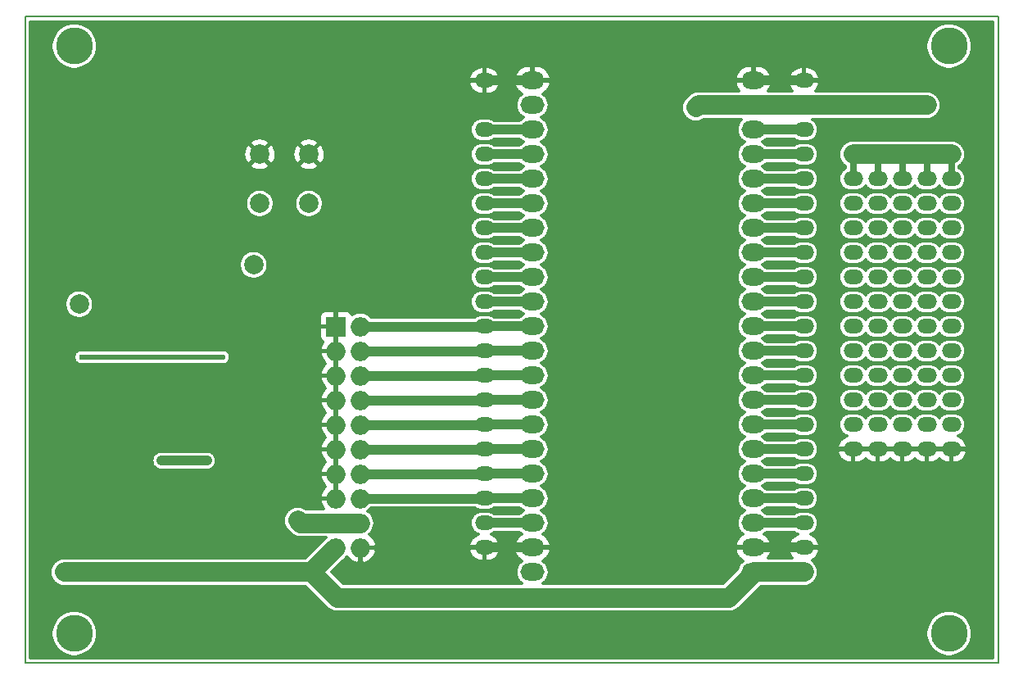
<source format=gbr>
G04 #@! TF.GenerationSoftware,KiCad,Pcbnew,5.0.2-bee76a0~70~ubuntu18.04.1*
G04 #@! TF.CreationDate,2020-06-09T18:29:45+02:00*
G04 #@! TF.ProjectId,DemoNixieControl-KiCad,44656d6f-4e69-4786-9965-436f6e74726f,rev?*
G04 #@! TF.SameCoordinates,Original*
G04 #@! TF.FileFunction,Copper,L2,Bot*
G04 #@! TF.FilePolarity,Positive*
%FSLAX46Y46*%
G04 Gerber Fmt 4.6, Leading zero omitted, Abs format (unit mm)*
G04 Created by KiCad (PCBNEW 5.0.2-bee76a0~70~ubuntu18.04.1) date mar. 09 juin 2020 18:29:45 CEST*
%MOMM*%
%LPD*%
G01*
G04 APERTURE LIST*
G04 #@! TA.AperFunction,NonConductor*
%ADD10C,0.150000*%
G04 #@! TD*
G04 #@! TA.AperFunction,ComponentPad*
%ADD11O,2.000000X2.000000*%
G04 #@! TD*
G04 #@! TA.AperFunction,ComponentPad*
%ADD12R,2.000000X2.000000*%
G04 #@! TD*
G04 #@! TA.AperFunction,ComponentPad*
%ADD13C,2.000000*%
G04 #@! TD*
G04 #@! TA.AperFunction,ComponentPad*
%ADD14O,2.500000X1.800000*%
G04 #@! TD*
G04 #@! TA.AperFunction,ComponentPad*
%ADD15O,2.000000X1.524000*%
G04 #@! TD*
G04 #@! TA.AperFunction,ComponentPad*
%ADD16C,3.800000*%
G04 #@! TD*
G04 #@! TA.AperFunction,ViaPad*
%ADD17C,0.600000*%
G04 #@! TD*
G04 #@! TA.AperFunction,ViaPad*
%ADD18C,0.800000*%
G04 #@! TD*
G04 #@! TA.AperFunction,Conductor*
%ADD19C,1.000000*%
G04 #@! TD*
G04 #@! TA.AperFunction,Conductor*
%ADD20C,2.000000*%
G04 #@! TD*
G04 #@! TA.AperFunction,Conductor*
%ADD21C,0.500000*%
G04 #@! TD*
G04 #@! TA.AperFunction,Conductor*
%ADD22C,0.700000*%
G04 #@! TD*
G04 #@! TA.AperFunction,Conductor*
%ADD23C,0.354000*%
G04 #@! TD*
G04 APERTURE END LIST*
D10*
X143885591Y-64755330D02*
X244469591Y-64755330D01*
X143885591Y-131557330D02*
X143885591Y-64755330D01*
X244469591Y-131557330D02*
X143885591Y-131557330D01*
X244469591Y-64755330D02*
X244469591Y-131557330D01*
D11*
G04 #@! TO.P,J35,20*
G04 #@! TO.N,GND*
X178562000Y-119634000D03*
G04 #@! TO.P,J35,19*
G04 #@! TO.N,+3V3*
X176022000Y-119634000D03*
G04 #@! TO.P,J35,18*
G04 #@! TO.N,+15V*
X178562000Y-117094000D03*
G04 #@! TO.P,J35,17*
X176022000Y-117094000D03*
G04 #@! TO.P,J35,16*
G04 #@! TO.N,/SYNC*
X178562000Y-114554000D03*
G04 #@! TO.P,J35,15*
G04 #@! TO.N,GND*
X176022000Y-114554000D03*
G04 #@! TO.P,J35,14*
G04 #@! TO.N,/PWMCK*
X178562000Y-112014000D03*
G04 #@! TO.P,J35,13*
G04 #@! TO.N,GND*
X176022000Y-112014000D03*
G04 #@! TO.P,J35,12*
G04 #@! TO.N,/LDO*
X178562000Y-109474000D03*
G04 #@! TO.P,J35,11*
G04 #@! TO.N,GND*
X176022000Y-109474000D03*
G04 #@! TO.P,J35,10*
G04 #@! TO.N,/SCKO*
X178562000Y-106934000D03*
G04 #@! TO.P,J35,9*
G04 #@! TO.N,GND*
X176022000Y-106934000D03*
G04 #@! TO.P,J35,8*
G04 #@! TO.N,/SDO*
X178562000Y-104394000D03*
G04 #@! TO.P,J35,7*
G04 #@! TO.N,GND*
X176022000Y-104394000D03*
G04 #@! TO.P,J35,6*
G04 #@! TO.N,/LDI*
X178562000Y-101854000D03*
G04 #@! TO.P,J35,5*
G04 #@! TO.N,GND*
X176022000Y-101854000D03*
G04 #@! TO.P,J35,4*
G04 #@! TO.N,/SCKI*
X178562000Y-99314000D03*
G04 #@! TO.P,J35,3*
G04 #@! TO.N,GND*
X176022000Y-99314000D03*
G04 #@! TO.P,J35,2*
G04 #@! TO.N,/SDI*
X178562000Y-96774000D03*
D12*
G04 #@! TO.P,J35,1*
G04 #@! TO.N,GND*
X176022000Y-96774000D03*
G04 #@! TD*
D13*
G04 #@! TO.P,TP1,1*
G04 #@! TO.N,+15V*
X167507591Y-90409330D03*
G04 #@! TD*
G04 #@! TO.P,TP2,1*
G04 #@! TO.N,+3V3*
X149473591Y-94473330D03*
G04 #@! TD*
D14*
G04 #@! TO.P,U1,1*
G04 #@! TO.N,+3V3*
X219196591Y-122159330D03*
G04 #@! TO.P,U1,2*
G04 #@! TO.N,GND*
X219196591Y-119619330D03*
G04 #@! TO.P,U1,3*
G04 #@! TO.N,Net-(J34-Pad1)*
X219196591Y-117079330D03*
G04 #@! TO.P,U1,4*
G04 #@! TO.N,Net-(J33-Pad1)*
X219196591Y-114539330D03*
G04 #@! TO.P,U1,5*
G04 #@! TO.N,Net-(J32-Pad1)*
X219196591Y-111999330D03*
G04 #@! TO.P,U1,6*
G04 #@! TO.N,Net-(J31-Pad1)*
X219196591Y-109459330D03*
G04 #@! TO.P,U1,7*
G04 #@! TO.N,Net-(J30-Pad1)*
X219196591Y-106919330D03*
G04 #@! TO.P,U1,8*
G04 #@! TO.N,Net-(J29-Pad1)*
X219196591Y-104379330D03*
G04 #@! TO.P,U1,9*
G04 #@! TO.N,Net-(J28-Pad1)*
X219196591Y-101839330D03*
G04 #@! TO.P,U1,10*
G04 #@! TO.N,Net-(J27-Pad1)*
X219196591Y-99299330D03*
G04 #@! TO.P,U1,11*
G04 #@! TO.N,Net-(J26-Pad1)*
X219196591Y-96759330D03*
G04 #@! TO.P,U1,12*
G04 #@! TO.N,Net-(J25-Pad1)*
X219196591Y-94219330D03*
G04 #@! TO.P,U1,13*
G04 #@! TO.N,Net-(J24-Pad1)*
X219196591Y-91679330D03*
G04 #@! TO.P,U1,14*
G04 #@! TO.N,Net-(J23-Pad1)*
X219196591Y-89139330D03*
G04 #@! TO.P,U1,15*
G04 #@! TO.N,Net-(J22-Pad1)*
X219196591Y-86599330D03*
G04 #@! TO.P,U1,16*
G04 #@! TO.N,Net-(J21-Pad1)*
X219196591Y-84059330D03*
G04 #@! TO.P,U1,17*
G04 #@! TO.N,Net-(J20-Pad1)*
X219196591Y-81519330D03*
G04 #@! TO.P,U1,18*
G04 #@! TO.N,Net-(J19-Pad1)*
X219196591Y-78979330D03*
G04 #@! TO.P,U1,19*
G04 #@! TO.N,Net-(J18-Pad1)*
X219196591Y-76439330D03*
G04 #@! TO.P,U1,20*
G04 #@! TO.N,+3V3*
X219196591Y-73899330D03*
G04 #@! TO.P,U1,21*
G04 #@! TO.N,GND*
X219196591Y-71359330D03*
G04 #@! TO.P,U1,22*
G04 #@! TO.N,Net-(U1-Pad22)*
X196336591Y-122159330D03*
G04 #@! TO.P,U1,23*
G04 #@! TO.N,GND*
X196336591Y-119619330D03*
G04 #@! TO.P,U1,24*
G04 #@! TO.N,Net-(J17-Pad1)*
X196336591Y-117079330D03*
G04 #@! TO.P,U1,25*
G04 #@! TO.N,/SYNC*
X196336591Y-114539330D03*
G04 #@! TO.P,U1,26*
G04 #@! TO.N,/PWMCK*
X196336591Y-111999330D03*
G04 #@! TO.P,U1,27*
G04 #@! TO.N,/LDO*
X196336591Y-109459330D03*
G04 #@! TO.P,U1,28*
G04 #@! TO.N,/SCKO*
X196336591Y-106919330D03*
G04 #@! TO.P,U1,29*
G04 #@! TO.N,/SDO*
X196336591Y-104379330D03*
G04 #@! TO.P,U1,30*
G04 #@! TO.N,/LDI*
X196336591Y-101839330D03*
G04 #@! TO.P,U1,31*
G04 #@! TO.N,/SCKI*
X196336591Y-99299330D03*
G04 #@! TO.P,U1,32*
G04 #@! TO.N,/SDI*
X196336591Y-96759330D03*
G04 #@! TO.P,U1,33*
G04 #@! TO.N,Net-(J8-Pad1)*
X196336591Y-94219330D03*
G04 #@! TO.P,U1,34*
G04 #@! TO.N,Net-(J7-Pad1)*
X196336591Y-91679330D03*
G04 #@! TO.P,U1,35*
G04 #@! TO.N,Net-(J6-Pad1)*
X196336591Y-89139330D03*
G04 #@! TO.P,U1,36*
G04 #@! TO.N,Net-(J5-Pad1)*
X196336591Y-86599330D03*
G04 #@! TO.P,U1,37*
G04 #@! TO.N,Net-(J4-Pad1)*
X196336591Y-84059330D03*
G04 #@! TO.P,U1,38*
G04 #@! TO.N,Net-(J3-Pad1)*
X196336591Y-81519330D03*
G04 #@! TO.P,U1,39*
G04 #@! TO.N,Net-(J2-Pad1)*
X196336591Y-78979330D03*
G04 #@! TO.P,U1,40*
G04 #@! TO.N,Net-(J1-Pad1)*
X196336591Y-76439330D03*
G04 #@! TO.P,U1,41*
G04 #@! TO.N,Net-(U1-Pad41)*
X196336591Y-73899330D03*
G04 #@! TO.P,U1,42*
G04 #@! TO.N,GND*
X196336591Y-71359330D03*
G04 #@! TD*
D13*
G04 #@! TO.P,J36,1*
G04 #@! TO.N,+15V*
X168142591Y-84059330D03*
G04 #@! TO.P,J36,2*
X173222591Y-84059330D03*
G04 #@! TO.P,J36,3*
G04 #@! TO.N,GND*
X168142591Y-78979330D03*
G04 #@! TO.P,J36,4*
X173222591Y-78979330D03*
G04 #@! TD*
D15*
G04 #@! TO.P,J1,1*
G04 #@! TO.N,Net-(J1-Pad1)*
X191383591Y-76439330D03*
G04 #@! TD*
G04 #@! TO.P,J2,1*
G04 #@! TO.N,Net-(J2-Pad1)*
X191383591Y-78979330D03*
G04 #@! TD*
G04 #@! TO.P,J3,1*
G04 #@! TO.N,Net-(J3-Pad1)*
X191383591Y-81519330D03*
G04 #@! TD*
G04 #@! TO.P,J4,1*
G04 #@! TO.N,Net-(J4-Pad1)*
X191383591Y-84059330D03*
G04 #@! TD*
G04 #@! TO.P,J5,1*
G04 #@! TO.N,Net-(J5-Pad1)*
X191383591Y-86599330D03*
G04 #@! TD*
G04 #@! TO.P,J6,1*
G04 #@! TO.N,Net-(J6-Pad1)*
X191383591Y-89139330D03*
G04 #@! TD*
G04 #@! TO.P,J7,1*
G04 #@! TO.N,Net-(J7-Pad1)*
X191383591Y-91679330D03*
G04 #@! TD*
G04 #@! TO.P,J8,1*
G04 #@! TO.N,Net-(J8-Pad1)*
X191383591Y-94219330D03*
G04 #@! TD*
G04 #@! TO.P,J9,1*
G04 #@! TO.N,/SDI*
X191383591Y-96759330D03*
G04 #@! TD*
G04 #@! TO.P,J10,1*
G04 #@! TO.N,/SCKI*
X191383591Y-99299330D03*
G04 #@! TD*
G04 #@! TO.P,J11,1*
G04 #@! TO.N,/LDI*
X191383591Y-101839330D03*
G04 #@! TD*
G04 #@! TO.P,J12,1*
G04 #@! TO.N,/SDO*
X191383591Y-104379330D03*
G04 #@! TD*
G04 #@! TO.P,J13,1*
G04 #@! TO.N,/SCKO*
X191383591Y-106919330D03*
G04 #@! TD*
G04 #@! TO.P,J14,1*
G04 #@! TO.N,/LDO*
X191383591Y-109459330D03*
G04 #@! TD*
G04 #@! TO.P,J15,1*
G04 #@! TO.N,/PWMCK*
X191383591Y-111999330D03*
G04 #@! TD*
G04 #@! TO.P,J16,1*
G04 #@! TO.N,/SYNC*
X191383591Y-114539330D03*
G04 #@! TD*
G04 #@! TO.P,J17,1*
G04 #@! TO.N,Net-(J17-Pad1)*
X191383591Y-117079330D03*
G04 #@! TD*
G04 #@! TO.P,J18,1*
G04 #@! TO.N,Net-(J18-Pad1)*
X224403591Y-76439330D03*
G04 #@! TD*
G04 #@! TO.P,J19,1*
G04 #@! TO.N,Net-(J19-Pad1)*
X224403591Y-78979330D03*
G04 #@! TD*
G04 #@! TO.P,J20,1*
G04 #@! TO.N,Net-(J20-Pad1)*
X224403591Y-81519330D03*
G04 #@! TD*
G04 #@! TO.P,J21,1*
G04 #@! TO.N,Net-(J21-Pad1)*
X224403591Y-84059330D03*
G04 #@! TD*
G04 #@! TO.P,J22,1*
G04 #@! TO.N,Net-(J22-Pad1)*
X224403591Y-86599330D03*
G04 #@! TD*
G04 #@! TO.P,J23,1*
G04 #@! TO.N,Net-(J23-Pad1)*
X224403591Y-89139330D03*
G04 #@! TD*
G04 #@! TO.P,J24,1*
G04 #@! TO.N,Net-(J24-Pad1)*
X224403591Y-91679330D03*
G04 #@! TD*
G04 #@! TO.P,J25,1*
G04 #@! TO.N,Net-(J25-Pad1)*
X224403591Y-94219330D03*
G04 #@! TD*
G04 #@! TO.P,J26,1*
G04 #@! TO.N,Net-(J26-Pad1)*
X224403591Y-96759330D03*
G04 #@! TD*
G04 #@! TO.P,J27,1*
G04 #@! TO.N,Net-(J27-Pad1)*
X224403591Y-99299330D03*
G04 #@! TD*
G04 #@! TO.P,J28,1*
G04 #@! TO.N,Net-(J28-Pad1)*
X224403591Y-101839330D03*
G04 #@! TD*
G04 #@! TO.P,J29,1*
G04 #@! TO.N,Net-(J29-Pad1)*
X224403591Y-104379330D03*
G04 #@! TD*
G04 #@! TO.P,J30,1*
G04 #@! TO.N,Net-(J30-Pad1)*
X224403591Y-106919330D03*
G04 #@! TD*
G04 #@! TO.P,J31,1*
G04 #@! TO.N,Net-(J31-Pad1)*
X224403591Y-109459330D03*
G04 #@! TD*
G04 #@! TO.P,J32,1*
G04 #@! TO.N,Net-(J32-Pad1)*
X224403591Y-111999330D03*
G04 #@! TD*
G04 #@! TO.P,J33,1*
G04 #@! TO.N,Net-(J33-Pad1)*
X224403591Y-114539330D03*
G04 #@! TD*
G04 #@! TO.P,J34,1*
G04 #@! TO.N,Net-(J34-Pad1)*
X224403591Y-117079330D03*
G04 #@! TD*
G04 #@! TO.P,J72,1*
G04 #@! TO.N,+3V3*
X224403591Y-73899330D03*
G04 #@! TD*
G04 #@! TO.P,J73,1*
G04 #@! TO.N,+3V3*
X224403591Y-122159330D03*
G04 #@! TD*
G04 #@! TO.P,J74,1*
G04 #@! TO.N,GND*
X224403591Y-71359330D03*
G04 #@! TD*
G04 #@! TO.P,J75,1*
G04 #@! TO.N,GND*
X224403591Y-119619330D03*
G04 #@! TD*
G04 #@! TO.P,J76,1*
G04 #@! TO.N,GND*
X191383591Y-71359330D03*
G04 #@! TD*
G04 #@! TO.P,J77,1*
G04 #@! TO.N,GND*
X191383591Y-119619330D03*
G04 #@! TD*
G04 #@! TO.P,J38,1*
G04 #@! TO.N,Net-(J38-Pad1)*
X229483591Y-86599330D03*
G04 #@! TD*
G04 #@! TO.P,J41,1*
G04 #@! TO.N,Net-(J41-Pad1)*
X232023591Y-84059330D03*
G04 #@! TD*
G04 #@! TO.P,J45,1*
G04 #@! TO.N,Net-(J45-Pad1)*
X229483591Y-84059330D03*
G04 #@! TD*
G04 #@! TO.P,J50,1*
G04 #@! TO.N,Net-(J50-Pad1)*
X232023591Y-86599330D03*
G04 #@! TD*
G04 #@! TO.P,J55,1*
G04 #@! TO.N,Net-(J55-Pad1)*
X234563591Y-86599330D03*
G04 #@! TD*
G04 #@! TO.P,J60,1*
G04 #@! TO.N,Net-(J60-Pad1)*
X237103591Y-84059330D03*
G04 #@! TD*
G04 #@! TO.P,J71,1*
G04 #@! TO.N,Net-(J71-Pad1)*
X234563591Y-84059330D03*
G04 #@! TD*
G04 #@! TO.P,J37,1*
G04 #@! TO.N,Net-(J37-Pad1)*
X237103591Y-86599330D03*
G04 #@! TD*
G04 #@! TO.P,J39,1*
G04 #@! TO.N,Net-(J39-Pad1)*
X232023591Y-99299330D03*
G04 #@! TD*
G04 #@! TO.P,J40,1*
G04 #@! TO.N,Net-(J40-Pad1)*
X239643591Y-84059330D03*
G04 #@! TD*
G04 #@! TO.P,J42,1*
G04 #@! TO.N,Net-(J42-Pad1)*
X234563591Y-89139330D03*
G04 #@! TD*
G04 #@! TO.P,J43,1*
G04 #@! TO.N,Net-(J43-Pad1)*
X237103591Y-89139330D03*
G04 #@! TD*
G04 #@! TO.P,J44,1*
G04 #@! TO.N,Net-(J44-Pad1)*
X229483591Y-99299330D03*
G04 #@! TD*
G04 #@! TO.P,J46,1*
G04 #@! TO.N,Net-(J46-Pad1)*
X239643591Y-91679330D03*
G04 #@! TD*
G04 #@! TO.P,J47,1*
G04 #@! TO.N,Net-(J47-Pad1)*
X234563591Y-91679330D03*
G04 #@! TD*
G04 #@! TO.P,J48,1*
G04 #@! TO.N,Net-(J48-Pad1)*
X239643591Y-89139330D03*
G04 #@! TD*
G04 #@! TO.P,J49,1*
G04 #@! TO.N,Net-(J49-Pad1)*
X232023591Y-89139330D03*
G04 #@! TD*
G04 #@! TO.P,J51,1*
G04 #@! TO.N,Net-(J51-Pad1)*
X229483591Y-94219330D03*
G04 #@! TD*
G04 #@! TO.P,J52,1*
G04 #@! TO.N,Net-(J52-Pad1)*
X237103591Y-99299330D03*
G04 #@! TD*
G04 #@! TO.P,J53,1*
G04 #@! TO.N,Net-(J53-Pad1)*
X237103591Y-91679330D03*
G04 #@! TD*
G04 #@! TO.P,J54,1*
G04 #@! TO.N,Net-(J54-Pad1)*
X234563591Y-99299330D03*
G04 #@! TD*
G04 #@! TO.P,J56,1*
G04 #@! TO.N,Net-(J56-Pad1)*
X229483591Y-89139330D03*
G04 #@! TD*
G04 #@! TO.P,J57,1*
G04 #@! TO.N,Net-(J57-Pad1)*
X232023591Y-94219330D03*
G04 #@! TD*
G04 #@! TO.P,J58,1*
G04 #@! TO.N,Net-(J58-Pad1)*
X234563591Y-94219330D03*
G04 #@! TD*
G04 #@! TO.P,J59,1*
G04 #@! TO.N,Net-(J59-Pad1)*
X239643591Y-94219330D03*
G04 #@! TD*
G04 #@! TO.P,J61,1*
G04 #@! TO.N,Net-(J61-Pad1)*
X229483591Y-91679330D03*
G04 #@! TD*
G04 #@! TO.P,J62,1*
G04 #@! TO.N,Net-(J62-Pad1)*
X239643591Y-86599330D03*
G04 #@! TD*
G04 #@! TO.P,J63,1*
G04 #@! TO.N,Net-(J63-Pad1)*
X237103591Y-94219330D03*
G04 #@! TD*
G04 #@! TO.P,J64,1*
G04 #@! TO.N,Net-(J64-Pad1)*
X232023591Y-96759330D03*
G04 #@! TD*
G04 #@! TO.P,J65,1*
G04 #@! TO.N,Net-(J65-Pad1)*
X239643591Y-99299330D03*
G04 #@! TD*
G04 #@! TO.P,J66,1*
G04 #@! TO.N,Net-(J66-Pad1)*
X232023591Y-91679330D03*
G04 #@! TD*
G04 #@! TO.P,J67,1*
G04 #@! TO.N,Net-(J67-Pad1)*
X237103591Y-96759330D03*
G04 #@! TD*
G04 #@! TO.P,J68,1*
G04 #@! TO.N,Net-(J68-Pad1)*
X234563591Y-96759330D03*
G04 #@! TD*
G04 #@! TO.P,J69,1*
G04 #@! TO.N,Net-(J69-Pad1)*
X229483591Y-96759330D03*
G04 #@! TD*
G04 #@! TO.P,J70,1*
G04 #@! TO.N,Net-(J70-Pad1)*
X239643591Y-96759330D03*
G04 #@! TD*
G04 #@! TO.P,J78,1*
G04 #@! TO.N,Net-(J78-Pad1)*
X232023591Y-101839330D03*
G04 #@! TD*
G04 #@! TO.P,J79,1*
G04 #@! TO.N,Net-(J79-Pad1)*
X229483591Y-104379330D03*
G04 #@! TD*
G04 #@! TO.P,J80,1*
G04 #@! TO.N,Net-(J80-Pad1)*
X234563591Y-101839330D03*
G04 #@! TD*
G04 #@! TO.P,J81,1*
G04 #@! TO.N,Net-(J81-Pad1)*
X237103591Y-104379330D03*
G04 #@! TD*
G04 #@! TO.P,J82,1*
G04 #@! TO.N,Net-(J82-Pad1)*
X232023591Y-104379330D03*
G04 #@! TD*
G04 #@! TO.P,J83,1*
G04 #@! TO.N,Net-(J83-Pad1)*
X237103591Y-101839330D03*
G04 #@! TD*
G04 #@! TO.P,J84,1*
G04 #@! TO.N,Net-(J84-Pad1)*
X232023591Y-106919330D03*
G04 #@! TD*
G04 #@! TO.P,J85,1*
G04 #@! TO.N,Net-(J85-Pad1)*
X234563591Y-104379330D03*
G04 #@! TD*
G04 #@! TO.P,J86,1*
G04 #@! TO.N,Net-(J86-Pad1)*
X239643591Y-104379330D03*
G04 #@! TD*
G04 #@! TO.P,J87,1*
G04 #@! TO.N,Net-(J87-Pad1)*
X239643591Y-101839330D03*
G04 #@! TD*
G04 #@! TO.P,J88,1*
G04 #@! TO.N,Net-(J88-Pad1)*
X234563591Y-106919330D03*
G04 #@! TD*
G04 #@! TO.P,J89,1*
G04 #@! TO.N,Net-(J89-Pad1)*
X239643591Y-106919330D03*
G04 #@! TD*
G04 #@! TO.P,J90,1*
G04 #@! TO.N,Net-(J90-Pad1)*
X229483591Y-106919330D03*
G04 #@! TD*
G04 #@! TO.P,J91,1*
G04 #@! TO.N,Net-(J91-Pad1)*
X229483591Y-101839330D03*
G04 #@! TD*
G04 #@! TO.P,J92,1*
G04 #@! TO.N,Net-(J92-Pad1)*
X237103591Y-106919330D03*
G04 #@! TD*
G04 #@! TO.P,J93,1*
G04 #@! TO.N,+3V3*
X229483591Y-81519330D03*
G04 #@! TD*
G04 #@! TO.P,J94,1*
G04 #@! TO.N,GND*
X229483591Y-109459330D03*
G04 #@! TD*
G04 #@! TO.P,J95,1*
G04 #@! TO.N,+3V3*
X232023591Y-81519330D03*
G04 #@! TD*
G04 #@! TO.P,J96,1*
G04 #@! TO.N,GND*
X232023591Y-109459330D03*
G04 #@! TD*
G04 #@! TO.P,J97,1*
G04 #@! TO.N,+3V3*
X237103591Y-81519330D03*
G04 #@! TD*
G04 #@! TO.P,J98,1*
G04 #@! TO.N,GND*
X234563591Y-109459330D03*
G04 #@! TD*
G04 #@! TO.P,J99,1*
G04 #@! TO.N,+3V3*
X239643591Y-81519330D03*
G04 #@! TD*
G04 #@! TO.P,J100,1*
G04 #@! TO.N,GND*
X237103591Y-109459330D03*
G04 #@! TD*
G04 #@! TO.P,J101,1*
G04 #@! TO.N,+3V3*
X234563591Y-81519330D03*
G04 #@! TD*
G04 #@! TO.P,J102,1*
G04 #@! TO.N,GND*
X239643591Y-109459330D03*
G04 #@! TD*
D16*
G04 #@! TO.P,J103,1*
G04 #@! TO.N,Net-(J103-Pad1)*
X148965591Y-128509330D03*
G04 #@! TD*
G04 #@! TO.P,J104,1*
G04 #@! TO.N,Net-(J104-Pad1)*
X239389591Y-67803330D03*
G04 #@! TD*
G04 #@! TO.P,J105,1*
G04 #@! TO.N,Net-(J105-Pad1)*
X148965591Y-67803330D03*
G04 #@! TD*
G04 #@! TO.P,J106,1*
G04 #@! TO.N,Net-(J106-Pad1)*
X239389591Y-128509330D03*
G04 #@! TD*
D17*
G04 #@! TO.N,GND*
X163316591Y-101458330D03*
X159760591Y-102982330D03*
X159561591Y-117032330D03*
X160903591Y-108730330D03*
X153664591Y-118349330D03*
X154934591Y-102982330D03*
X154934591Y-98918330D03*
X162173591Y-113269332D03*
X170301591Y-119492330D03*
X158236591Y-114158330D03*
X173857591Y-99299330D03*
X173857591Y-101839330D03*
X173857591Y-104379330D03*
X173857591Y-106919330D03*
X173857591Y-109459330D03*
X173857591Y-111999330D03*
X173857591Y-114539330D03*
X167761591Y-104887330D03*
D18*
X216148591Y-71359330D03*
X199638591Y-71359330D03*
X199638591Y-119619330D03*
X216148591Y-119619330D03*
X170301591Y-129017330D03*
X160776591Y-78852330D03*
X181096591Y-78852330D03*
X199638591Y-129017330D03*
X216148591Y-129017330D03*
X153664591Y-124953330D03*
X163824591Y-124953330D03*
D17*
X160903591Y-109459330D03*
X160903591Y-108062330D03*
D18*
X234817591Y-129017330D03*
X227451591Y-78979330D03*
X242183591Y-78979330D03*
G04 #@! TO.N,+15V*
X172079591Y-116825330D03*
D17*
G04 #@! TO.N,Net-(C3-Pad1)*
X162681591Y-110635320D03*
X157982591Y-110635330D03*
G04 #@! TO.N,+3V3*
X149727591Y-99934316D03*
X164332591Y-99934332D03*
D18*
X237103591Y-73899330D03*
X234563591Y-78979330D03*
X213227591Y-74153330D03*
X213227591Y-124699330D03*
D17*
X147949643Y-122159330D03*
G04 #@! TD*
D19*
G04 #@! TO.N,GND*
X219196591Y-71359330D02*
X224403591Y-71359330D01*
X219196591Y-119619330D02*
X224403591Y-119619330D01*
X191383591Y-71359330D02*
X196336591Y-71359330D01*
X196336591Y-119619330D02*
X191383591Y-119619330D01*
D20*
G04 #@! TO.N,+15V*
X176022000Y-117094000D02*
X178562000Y-117094000D01*
X172348261Y-117094000D02*
X172079591Y-116825330D01*
X176022000Y-117094000D02*
X172348261Y-117094000D01*
D19*
G04 #@! TO.N,Net-(C3-Pad1)*
X162681581Y-110635330D02*
X162681591Y-110635320D01*
X157982591Y-110635330D02*
X160014591Y-110635330D01*
X160014591Y-110635330D02*
X162681581Y-110635330D01*
D20*
G04 #@! TO.N,+3V3*
X176022000Y-119634000D02*
X173496670Y-122159330D01*
D21*
X164332575Y-99934316D02*
X164332591Y-99934332D01*
X149727591Y-99934316D02*
X164332575Y-99934316D01*
D20*
X219196591Y-122286330D02*
X219196591Y-122159330D01*
X216656591Y-124826330D02*
X219196591Y-122286330D01*
X173496670Y-122159330D02*
X176163670Y-124826330D01*
X176163670Y-124826330D02*
X216656591Y-124826330D01*
D22*
X229483591Y-78979330D02*
X229483591Y-81519330D01*
X232023591Y-78979330D02*
X232023591Y-81519330D01*
D20*
X234563591Y-78979330D02*
X234563591Y-78979330D01*
X232023591Y-78979330D02*
X229483591Y-78979330D01*
D22*
X234563591Y-78979330D02*
X234563591Y-81519330D01*
X237103591Y-78979330D02*
X237103591Y-81519330D01*
D20*
X234563591Y-78979330D02*
X237103591Y-78979330D01*
X237103591Y-78979330D02*
X239643591Y-78979330D01*
D22*
X239643591Y-78979330D02*
X239643591Y-81519330D01*
D20*
X234563591Y-73899330D02*
X224403591Y-73899330D01*
X234563591Y-73899330D02*
X237103591Y-73899330D01*
X237103591Y-73899330D02*
X237103591Y-73899330D01*
X234563591Y-78979330D02*
X232023591Y-78979330D01*
X219196591Y-73899330D02*
X224403591Y-73899330D01*
X219196591Y-122159330D02*
X224403591Y-122159330D01*
X219196591Y-73899330D02*
X213481591Y-73899330D01*
X213481591Y-73899330D02*
X213227591Y-74153330D01*
X173496670Y-122159330D02*
X147949643Y-122159330D01*
D19*
G04 #@! TO.N,Net-(J1-Pad1)*
X191383591Y-76439330D02*
X196336591Y-76439330D01*
G04 #@! TO.N,Net-(J2-Pad1)*
X191383591Y-78979330D02*
X196336591Y-78979330D01*
G04 #@! TO.N,Net-(J3-Pad1)*
X196336591Y-81519330D02*
X191383591Y-81519330D01*
G04 #@! TO.N,Net-(J4-Pad1)*
X196336591Y-84059330D02*
X191383591Y-84059330D01*
G04 #@! TO.N,Net-(J5-Pad1)*
X196336591Y-86599330D02*
X191383591Y-86599330D01*
G04 #@! TO.N,Net-(J6-Pad1)*
X196336591Y-89139330D02*
X191383591Y-89139330D01*
G04 #@! TO.N,Net-(J7-Pad1)*
X196336591Y-91679330D02*
X191383591Y-91679330D01*
G04 #@! TO.N,Net-(J8-Pad1)*
X196336591Y-94219330D02*
X191383591Y-94219330D01*
G04 #@! TO.N,/SDI*
X196321921Y-96774000D02*
X196336591Y-96759330D01*
X196336591Y-96759330D02*
X191383591Y-96759330D01*
X191368921Y-96774000D02*
X191383591Y-96759330D01*
X178562000Y-96774000D02*
X191368921Y-96774000D01*
G04 #@! TO.N,/SCKI*
X196321921Y-99314000D02*
X196336591Y-99299330D01*
X196336591Y-99299330D02*
X191383591Y-99299330D01*
X191368921Y-99314000D02*
X191383591Y-99299330D01*
X178562000Y-99314000D02*
X191368921Y-99314000D01*
G04 #@! TO.N,/LDI*
X196321921Y-101854000D02*
X196336591Y-101839330D01*
X196336591Y-101839330D02*
X191383591Y-101839330D01*
X191368921Y-101854000D02*
X191383591Y-101839330D01*
X178562000Y-101854000D02*
X191368921Y-101854000D01*
G04 #@! TO.N,/SDO*
X196321921Y-104394000D02*
X196336591Y-104379330D01*
X196336591Y-104379330D02*
X191383591Y-104379330D01*
X191368921Y-104394000D02*
X191383591Y-104379330D01*
X178562000Y-104394000D02*
X191368921Y-104394000D01*
G04 #@! TO.N,/SCKO*
X196321921Y-106934000D02*
X196336591Y-106919330D01*
X196336591Y-106919330D02*
X191383591Y-106919330D01*
X191368921Y-106934000D02*
X191383591Y-106919330D01*
X178562000Y-106934000D02*
X191368921Y-106934000D01*
G04 #@! TO.N,/LDO*
X196321921Y-109474000D02*
X196336591Y-109459330D01*
X196336591Y-109459330D02*
X191383591Y-109459330D01*
X191368921Y-109474000D02*
X191383591Y-109459330D01*
X178562000Y-109474000D02*
X191368921Y-109474000D01*
G04 #@! TO.N,/PWMCK*
X196321921Y-112014000D02*
X196336591Y-111999330D01*
X196336591Y-111999330D02*
X191383591Y-111999330D01*
X191368921Y-112014000D02*
X191383591Y-111999330D01*
X178562000Y-112014000D02*
X191368921Y-112014000D01*
G04 #@! TO.N,/SYNC*
X196321921Y-114554000D02*
X196336591Y-114539330D01*
X196336591Y-114539330D02*
X191383591Y-114539330D01*
X191368921Y-114554000D02*
X191383591Y-114539330D01*
X178562000Y-114554000D02*
X191368921Y-114554000D01*
G04 #@! TO.N,Net-(J17-Pad1)*
X196336591Y-117079330D02*
X191383591Y-117079330D01*
G04 #@! TO.N,Net-(J18-Pad1)*
X219196591Y-76439330D02*
X224403591Y-76439330D01*
G04 #@! TO.N,Net-(J19-Pad1)*
X219196591Y-78979330D02*
X224403591Y-78979330D01*
G04 #@! TO.N,Net-(J20-Pad1)*
X219196591Y-81519330D02*
X224403591Y-81519330D01*
G04 #@! TO.N,Net-(J21-Pad1)*
X219196591Y-84059330D02*
X224403591Y-84059330D01*
G04 #@! TO.N,Net-(J22-Pad1)*
X219196591Y-86599330D02*
X224403591Y-86599330D01*
G04 #@! TO.N,Net-(J23-Pad1)*
X219196591Y-89139330D02*
X224403591Y-89139330D01*
G04 #@! TO.N,Net-(J24-Pad1)*
X219196591Y-91679330D02*
X224403591Y-91679330D01*
G04 #@! TO.N,Net-(J25-Pad1)*
X219196591Y-94219330D02*
X224403591Y-94219330D01*
G04 #@! TO.N,Net-(J26-Pad1)*
X219196591Y-96759330D02*
X224403591Y-96759330D01*
G04 #@! TO.N,Net-(J27-Pad1)*
X219196591Y-99299330D02*
X224403591Y-99299330D01*
G04 #@! TO.N,Net-(J28-Pad1)*
X219196591Y-101839330D02*
X224403591Y-101839330D01*
G04 #@! TO.N,Net-(J29-Pad1)*
X219196591Y-104379330D02*
X224403591Y-104379330D01*
G04 #@! TO.N,Net-(J30-Pad1)*
X219196591Y-106919330D02*
X224403591Y-106919330D01*
G04 #@! TO.N,Net-(J31-Pad1)*
X219196591Y-109459330D02*
X224403591Y-109459330D01*
G04 #@! TO.N,Net-(J32-Pad1)*
X219196591Y-111999330D02*
X224403591Y-111999330D01*
G04 #@! TO.N,Net-(J33-Pad1)*
X219196591Y-114539330D02*
X224403591Y-114539330D01*
G04 #@! TO.N,Net-(J34-Pad1)*
X219196591Y-117079330D02*
X224403591Y-117079330D01*
G04 #@! TD*
D23*
G04 #@! TO.N,GND*
G36*
X243909592Y-130997330D02*
X144445591Y-130997330D01*
X144445591Y-128274428D01*
X146580591Y-128274428D01*
X146580591Y-128744232D01*
X146672245Y-129205009D01*
X146852031Y-129639051D01*
X147113041Y-130029679D01*
X147445242Y-130361880D01*
X147835870Y-130622890D01*
X148269912Y-130802676D01*
X148730689Y-130894330D01*
X149200493Y-130894330D01*
X149661270Y-130802676D01*
X150095312Y-130622890D01*
X150485940Y-130361880D01*
X150818141Y-130029679D01*
X151079151Y-129639051D01*
X151258937Y-129205009D01*
X151350591Y-128744232D01*
X151350591Y-128274428D01*
X237004591Y-128274428D01*
X237004591Y-128744232D01*
X237096245Y-129205009D01*
X237276031Y-129639051D01*
X237537041Y-130029679D01*
X237869242Y-130361880D01*
X238259870Y-130622890D01*
X238693912Y-130802676D01*
X239154689Y-130894330D01*
X239624493Y-130894330D01*
X240085270Y-130802676D01*
X240519312Y-130622890D01*
X240909940Y-130361880D01*
X241242141Y-130029679D01*
X241503151Y-129639051D01*
X241682937Y-129205009D01*
X241774591Y-128744232D01*
X241774591Y-128274428D01*
X241682937Y-127813651D01*
X241503151Y-127379609D01*
X241242141Y-126988981D01*
X240909940Y-126656780D01*
X240519312Y-126395770D01*
X240085270Y-126215984D01*
X239624493Y-126124330D01*
X239154689Y-126124330D01*
X238693912Y-126215984D01*
X238259870Y-126395770D01*
X237869242Y-126656780D01*
X237537041Y-126988981D01*
X237276031Y-127379609D01*
X237096245Y-127813651D01*
X237004591Y-128274428D01*
X151350591Y-128274428D01*
X151258937Y-127813651D01*
X151079151Y-127379609D01*
X150818141Y-126988981D01*
X150485940Y-126656780D01*
X150095312Y-126395770D01*
X149661270Y-126215984D01*
X149200493Y-126124330D01*
X148730689Y-126124330D01*
X148269912Y-126215984D01*
X147835870Y-126395770D01*
X147445242Y-126656780D01*
X147113041Y-126988981D01*
X146852031Y-127379609D01*
X146672245Y-127813651D01*
X146580591Y-128274428D01*
X144445591Y-128274428D01*
X144445591Y-122159330D01*
X146457458Y-122159330D01*
X146486130Y-122450441D01*
X146571044Y-122730364D01*
X146708937Y-122988344D01*
X146894509Y-123214464D01*
X147120629Y-123400036D01*
X147378609Y-123537929D01*
X147658532Y-123622843D01*
X147876693Y-123644330D01*
X172881563Y-123644330D01*
X175062033Y-125824800D01*
X175108536Y-125881464D01*
X175165200Y-125927967D01*
X175334656Y-126067036D01*
X175592635Y-126204929D01*
X175629079Y-126215984D01*
X175872559Y-126289843D01*
X176090720Y-126311330D01*
X176163670Y-126318515D01*
X176236620Y-126311330D01*
X216583649Y-126311330D01*
X216656591Y-126318514D01*
X216729533Y-126311330D01*
X216729541Y-126311330D01*
X216947702Y-126289843D01*
X217227625Y-126204929D01*
X217485605Y-126067036D01*
X217711725Y-125881464D01*
X217758228Y-125824800D01*
X219938698Y-123644330D01*
X224476541Y-123644330D01*
X224694702Y-123622843D01*
X224974625Y-123537929D01*
X225232605Y-123400036D01*
X225458725Y-123214464D01*
X225644297Y-122988344D01*
X225782190Y-122730364D01*
X225867104Y-122450441D01*
X225895776Y-122159330D01*
X225867104Y-121868219D01*
X225782190Y-121588296D01*
X225644297Y-121330316D01*
X225458725Y-121104196D01*
X225242756Y-120926955D01*
X225259715Y-120920856D01*
X225501753Y-120775258D01*
X225710736Y-120585238D01*
X225878632Y-120358099D01*
X225998989Y-120102569D01*
X226049625Y-119916251D01*
X225909241Y-119692330D01*
X224476591Y-119692330D01*
X224476591Y-119712330D01*
X224330591Y-119712330D01*
X224330591Y-119692330D01*
X222897941Y-119692330D01*
X222757557Y-119916251D01*
X222808193Y-120102569D01*
X222928550Y-120358099D01*
X223096446Y-120585238D01*
X223194429Y-120674330D01*
X220719651Y-120674330D01*
X220898376Y-120434767D01*
X221031486Y-120155378D01*
X221091086Y-119937864D01*
X220952447Y-119692330D01*
X219269591Y-119692330D01*
X219269591Y-119712330D01*
X219123591Y-119712330D01*
X219123591Y-119692330D01*
X217440735Y-119692330D01*
X217302096Y-119937864D01*
X217361696Y-120155378D01*
X217494806Y-120434767D01*
X217679864Y-120682819D01*
X217909759Y-120890001D01*
X218086426Y-120995212D01*
X218073403Y-121002173D01*
X217862510Y-121175249D01*
X217689434Y-121386142D01*
X217560827Y-121626749D01*
X217481631Y-121887823D01*
X217480171Y-121902643D01*
X216041484Y-123341330D01*
X197413301Y-123341330D01*
X197459779Y-123316487D01*
X197670672Y-123143411D01*
X197843748Y-122932518D01*
X197972355Y-122691911D01*
X198051551Y-122430837D01*
X198078292Y-122159330D01*
X198051551Y-121887823D01*
X197972355Y-121626749D01*
X197843748Y-121386142D01*
X197670672Y-121175249D01*
X197459779Y-121002173D01*
X197446756Y-120995212D01*
X197623423Y-120890001D01*
X197853318Y-120682819D01*
X198038376Y-120434767D01*
X198171486Y-120155378D01*
X198231086Y-119937864D01*
X198092447Y-119692330D01*
X196409591Y-119692330D01*
X196409591Y-119712330D01*
X196263591Y-119712330D01*
X196263591Y-119692330D01*
X194580735Y-119692330D01*
X194442096Y-119937864D01*
X194501696Y-120155378D01*
X194634806Y-120434767D01*
X194819864Y-120682819D01*
X195049759Y-120890001D01*
X195226426Y-120995212D01*
X195213403Y-121002173D01*
X195002510Y-121175249D01*
X194829434Y-121386142D01*
X194700827Y-121626749D01*
X194621631Y-121887823D01*
X194594890Y-122159330D01*
X194621631Y-122430837D01*
X194700827Y-122691911D01*
X194829434Y-122932518D01*
X195002510Y-123143411D01*
X195213403Y-123316487D01*
X195259881Y-123341330D01*
X176778777Y-123341330D01*
X175596777Y-122159330D01*
X177020476Y-120735632D01*
X177077134Y-120689134D01*
X177123632Y-120632476D01*
X177123637Y-120632471D01*
X177173452Y-120571770D01*
X177371122Y-120814741D01*
X177624356Y-121024382D01*
X177913623Y-121180591D01*
X178227806Y-121277366D01*
X178489000Y-121140163D01*
X178489000Y-119707000D01*
X178635000Y-119707000D01*
X178635000Y-121140163D01*
X178896194Y-121277366D01*
X179210377Y-121180591D01*
X179499644Y-121024382D01*
X179752878Y-120814741D01*
X179960347Y-120559725D01*
X180114078Y-120269133D01*
X180205363Y-119968193D01*
X180178043Y-119916251D01*
X189737557Y-119916251D01*
X189788193Y-120102569D01*
X189908550Y-120358099D01*
X190076446Y-120585238D01*
X190285429Y-120775258D01*
X190527467Y-120920856D01*
X190793259Y-121016438D01*
X191072591Y-121058330D01*
X191310591Y-121058330D01*
X191310591Y-119692330D01*
X191456591Y-119692330D01*
X191456591Y-121058330D01*
X191694591Y-121058330D01*
X191973923Y-121016438D01*
X192239715Y-120920856D01*
X192481753Y-120775258D01*
X192690736Y-120585238D01*
X192858632Y-120358099D01*
X192978989Y-120102569D01*
X193029625Y-119916251D01*
X192889241Y-119692330D01*
X191456591Y-119692330D01*
X191310591Y-119692330D01*
X189877941Y-119692330D01*
X189737557Y-119916251D01*
X180178043Y-119916251D01*
X180067982Y-119707000D01*
X178635000Y-119707000D01*
X178489000Y-119707000D01*
X178469000Y-119707000D01*
X178469000Y-119561000D01*
X178489000Y-119561000D01*
X178489000Y-119541000D01*
X178635000Y-119541000D01*
X178635000Y-119561000D01*
X180067982Y-119561000D01*
X180205363Y-119299807D01*
X180114078Y-118998867D01*
X179960347Y-118708275D01*
X179752878Y-118453259D01*
X179500819Y-118244591D01*
X179617134Y-118149134D01*
X179802706Y-117923014D01*
X179940599Y-117665034D01*
X180025513Y-117385111D01*
X180054185Y-117094000D01*
X180025513Y-116802889D01*
X179940599Y-116522966D01*
X179802706Y-116264986D01*
X179617134Y-116038866D01*
X179391014Y-115853294D01*
X179336209Y-115824000D01*
X179391014Y-115794706D01*
X179617134Y-115609134D01*
X179674692Y-115539000D01*
X190398036Y-115539000D01*
X190449443Y-115581189D01*
X190666076Y-115696982D01*
X190901136Y-115768286D01*
X191084338Y-115786330D01*
X191682844Y-115786330D01*
X191866046Y-115768286D01*
X192101106Y-115696982D01*
X192317739Y-115581189D01*
X192387022Y-115524330D01*
X195003630Y-115524330D01*
X195213403Y-115696487D01*
X195424518Y-115809330D01*
X195213403Y-115922173D01*
X195003630Y-116094330D01*
X192387022Y-116094330D01*
X192317739Y-116037471D01*
X192101106Y-115921678D01*
X191866046Y-115850374D01*
X191682844Y-115832330D01*
X191084338Y-115832330D01*
X190901136Y-115850374D01*
X190666076Y-115921678D01*
X190449443Y-116037471D01*
X190259563Y-116193302D01*
X190103732Y-116383182D01*
X189987939Y-116599815D01*
X189916635Y-116834875D01*
X189892558Y-117079330D01*
X189916635Y-117323785D01*
X189987939Y-117558845D01*
X190103732Y-117775478D01*
X190259563Y-117965358D01*
X190449443Y-118121189D01*
X190666076Y-118236982D01*
X190712801Y-118251156D01*
X190527467Y-118317804D01*
X190285429Y-118463402D01*
X190076446Y-118653422D01*
X189908550Y-118880561D01*
X189788193Y-119136091D01*
X189737557Y-119322409D01*
X189877941Y-119546330D01*
X191310591Y-119546330D01*
X191310591Y-119526330D01*
X191456591Y-119526330D01*
X191456591Y-119546330D01*
X192889241Y-119546330D01*
X193029625Y-119322409D01*
X192978989Y-119136091D01*
X192858632Y-118880561D01*
X192690736Y-118653422D01*
X192481753Y-118463402D01*
X192239715Y-118317804D01*
X192054381Y-118251156D01*
X192101106Y-118236982D01*
X192317739Y-118121189D01*
X192387022Y-118064330D01*
X195003630Y-118064330D01*
X195213403Y-118236487D01*
X195226426Y-118243448D01*
X195049759Y-118348659D01*
X194819864Y-118555841D01*
X194634806Y-118803893D01*
X194501696Y-119083282D01*
X194442096Y-119300796D01*
X194580735Y-119546330D01*
X196263591Y-119546330D01*
X196263591Y-119526330D01*
X196409591Y-119526330D01*
X196409591Y-119546330D01*
X198092447Y-119546330D01*
X198231086Y-119300796D01*
X198171486Y-119083282D01*
X198038376Y-118803893D01*
X197853318Y-118555841D01*
X197623423Y-118348659D01*
X197446756Y-118243448D01*
X197459779Y-118236487D01*
X197670672Y-118063411D01*
X197843748Y-117852518D01*
X197972355Y-117611911D01*
X198051551Y-117350837D01*
X198078292Y-117079330D01*
X198051551Y-116807823D01*
X197972355Y-116546749D01*
X197843748Y-116306142D01*
X197670672Y-116095249D01*
X197459779Y-115922173D01*
X197248664Y-115809330D01*
X197459779Y-115696487D01*
X197670672Y-115523411D01*
X197843748Y-115312518D01*
X197972355Y-115071911D01*
X198051551Y-114810837D01*
X198078292Y-114539330D01*
X198051551Y-114267823D01*
X197972355Y-114006749D01*
X197843748Y-113766142D01*
X197670672Y-113555249D01*
X197459779Y-113382173D01*
X197248664Y-113269330D01*
X197459779Y-113156487D01*
X197670672Y-112983411D01*
X197843748Y-112772518D01*
X197972355Y-112531911D01*
X198051551Y-112270837D01*
X198078292Y-111999330D01*
X198051551Y-111727823D01*
X197972355Y-111466749D01*
X197843748Y-111226142D01*
X197670672Y-111015249D01*
X197459779Y-110842173D01*
X197248664Y-110729330D01*
X197459779Y-110616487D01*
X197670672Y-110443411D01*
X197843748Y-110232518D01*
X197972355Y-109991911D01*
X198051551Y-109730837D01*
X198078292Y-109459330D01*
X198051551Y-109187823D01*
X197972355Y-108926749D01*
X197843748Y-108686142D01*
X197670672Y-108475249D01*
X197459779Y-108302173D01*
X197248664Y-108189330D01*
X197459779Y-108076487D01*
X197670672Y-107903411D01*
X197843748Y-107692518D01*
X197972355Y-107451911D01*
X198051551Y-107190837D01*
X198078292Y-106919330D01*
X198051551Y-106647823D01*
X197972355Y-106386749D01*
X197843748Y-106146142D01*
X197670672Y-105935249D01*
X197459779Y-105762173D01*
X197248664Y-105649330D01*
X197459779Y-105536487D01*
X197670672Y-105363411D01*
X197843748Y-105152518D01*
X197972355Y-104911911D01*
X198051551Y-104650837D01*
X198078292Y-104379330D01*
X198051551Y-104107823D01*
X197972355Y-103846749D01*
X197843748Y-103606142D01*
X197670672Y-103395249D01*
X197459779Y-103222173D01*
X197248664Y-103109330D01*
X197459779Y-102996487D01*
X197670672Y-102823411D01*
X197843748Y-102612518D01*
X197972355Y-102371911D01*
X198051551Y-102110837D01*
X198078292Y-101839330D01*
X198051551Y-101567823D01*
X197972355Y-101306749D01*
X197843748Y-101066142D01*
X197670672Y-100855249D01*
X197459779Y-100682173D01*
X197248664Y-100569330D01*
X197459779Y-100456487D01*
X197670672Y-100283411D01*
X197843748Y-100072518D01*
X197972355Y-99831911D01*
X198051551Y-99570837D01*
X198078292Y-99299330D01*
X198051551Y-99027823D01*
X197972355Y-98766749D01*
X197843748Y-98526142D01*
X197670672Y-98315249D01*
X197459779Y-98142173D01*
X197248664Y-98029330D01*
X197459779Y-97916487D01*
X197670672Y-97743411D01*
X197843748Y-97532518D01*
X197972355Y-97291911D01*
X198051551Y-97030837D01*
X198078292Y-96759330D01*
X198051551Y-96487823D01*
X197972355Y-96226749D01*
X197843748Y-95986142D01*
X197670672Y-95775249D01*
X197459779Y-95602173D01*
X197248664Y-95489330D01*
X197459779Y-95376487D01*
X197670672Y-95203411D01*
X197843748Y-94992518D01*
X197972355Y-94751911D01*
X198051551Y-94490837D01*
X198078292Y-94219330D01*
X198051551Y-93947823D01*
X197972355Y-93686749D01*
X197843748Y-93446142D01*
X197670672Y-93235249D01*
X197459779Y-93062173D01*
X197248664Y-92949330D01*
X197459779Y-92836487D01*
X197670672Y-92663411D01*
X197843748Y-92452518D01*
X197972355Y-92211911D01*
X198051551Y-91950837D01*
X198078292Y-91679330D01*
X198051551Y-91407823D01*
X197972355Y-91146749D01*
X197843748Y-90906142D01*
X197670672Y-90695249D01*
X197459779Y-90522173D01*
X197248664Y-90409330D01*
X197459779Y-90296487D01*
X197670672Y-90123411D01*
X197843748Y-89912518D01*
X197972355Y-89671911D01*
X198051551Y-89410837D01*
X198078292Y-89139330D01*
X198051551Y-88867823D01*
X197972355Y-88606749D01*
X197843748Y-88366142D01*
X197670672Y-88155249D01*
X197459779Y-87982173D01*
X197248664Y-87869330D01*
X197459779Y-87756487D01*
X197670672Y-87583411D01*
X197843748Y-87372518D01*
X197972355Y-87131911D01*
X198051551Y-86870837D01*
X198078292Y-86599330D01*
X198051551Y-86327823D01*
X197972355Y-86066749D01*
X197843748Y-85826142D01*
X197670672Y-85615249D01*
X197459779Y-85442173D01*
X197248664Y-85329330D01*
X197459779Y-85216487D01*
X197670672Y-85043411D01*
X197843748Y-84832518D01*
X197972355Y-84591911D01*
X198051551Y-84330837D01*
X198078292Y-84059330D01*
X198051551Y-83787823D01*
X197972355Y-83526749D01*
X197843748Y-83286142D01*
X197670672Y-83075249D01*
X197459779Y-82902173D01*
X197248664Y-82789330D01*
X197459779Y-82676487D01*
X197670672Y-82503411D01*
X197843748Y-82292518D01*
X197972355Y-82051911D01*
X198051551Y-81790837D01*
X198078292Y-81519330D01*
X198051551Y-81247823D01*
X197972355Y-80986749D01*
X197843748Y-80746142D01*
X197670672Y-80535249D01*
X197459779Y-80362173D01*
X197248664Y-80249330D01*
X197459779Y-80136487D01*
X197670672Y-79963411D01*
X197843748Y-79752518D01*
X197972355Y-79511911D01*
X198051551Y-79250837D01*
X198078292Y-78979330D01*
X198051551Y-78707823D01*
X197972355Y-78446749D01*
X197843748Y-78206142D01*
X197670672Y-77995249D01*
X197459779Y-77822173D01*
X197248664Y-77709330D01*
X197459779Y-77596487D01*
X197670672Y-77423411D01*
X197843748Y-77212518D01*
X197972355Y-76971911D01*
X198051551Y-76710837D01*
X198078292Y-76439330D01*
X198051551Y-76167823D01*
X197972355Y-75906749D01*
X197843748Y-75666142D01*
X197670672Y-75455249D01*
X197459779Y-75282173D01*
X197248664Y-75169330D01*
X197459779Y-75056487D01*
X197670672Y-74883411D01*
X197843748Y-74672518D01*
X197972355Y-74431911D01*
X198051551Y-74170837D01*
X198053275Y-74153330D01*
X211735407Y-74153330D01*
X211764078Y-74444440D01*
X211848993Y-74724364D01*
X211986885Y-74982343D01*
X212172457Y-75208464D01*
X212398578Y-75394036D01*
X212656557Y-75531928D01*
X212936481Y-75616843D01*
X213227591Y-75645514D01*
X213518701Y-75616843D01*
X213798625Y-75531928D01*
X214056604Y-75394036D01*
X214068431Y-75384330D01*
X217948925Y-75384330D01*
X217862510Y-75455249D01*
X217689434Y-75666142D01*
X217560827Y-75906749D01*
X217481631Y-76167823D01*
X217454890Y-76439330D01*
X217481631Y-76710837D01*
X217560827Y-76971911D01*
X217689434Y-77212518D01*
X217862510Y-77423411D01*
X218073403Y-77596487D01*
X218284518Y-77709330D01*
X218073403Y-77822173D01*
X217862510Y-77995249D01*
X217689434Y-78206142D01*
X217560827Y-78446749D01*
X217481631Y-78707823D01*
X217454890Y-78979330D01*
X217481631Y-79250837D01*
X217560827Y-79511911D01*
X217689434Y-79752518D01*
X217862510Y-79963411D01*
X218073403Y-80136487D01*
X218284518Y-80249330D01*
X218073403Y-80362173D01*
X217862510Y-80535249D01*
X217689434Y-80746142D01*
X217560827Y-80986749D01*
X217481631Y-81247823D01*
X217454890Y-81519330D01*
X217481631Y-81790837D01*
X217560827Y-82051911D01*
X217689434Y-82292518D01*
X217862510Y-82503411D01*
X218073403Y-82676487D01*
X218284518Y-82789330D01*
X218073403Y-82902173D01*
X217862510Y-83075249D01*
X217689434Y-83286142D01*
X217560827Y-83526749D01*
X217481631Y-83787823D01*
X217454890Y-84059330D01*
X217481631Y-84330837D01*
X217560827Y-84591911D01*
X217689434Y-84832518D01*
X217862510Y-85043411D01*
X218073403Y-85216487D01*
X218284518Y-85329330D01*
X218073403Y-85442173D01*
X217862510Y-85615249D01*
X217689434Y-85826142D01*
X217560827Y-86066749D01*
X217481631Y-86327823D01*
X217454890Y-86599330D01*
X217481631Y-86870837D01*
X217560827Y-87131911D01*
X217689434Y-87372518D01*
X217862510Y-87583411D01*
X218073403Y-87756487D01*
X218284518Y-87869330D01*
X218073403Y-87982173D01*
X217862510Y-88155249D01*
X217689434Y-88366142D01*
X217560827Y-88606749D01*
X217481631Y-88867823D01*
X217454890Y-89139330D01*
X217481631Y-89410837D01*
X217560827Y-89671911D01*
X217689434Y-89912518D01*
X217862510Y-90123411D01*
X218073403Y-90296487D01*
X218284518Y-90409330D01*
X218073403Y-90522173D01*
X217862510Y-90695249D01*
X217689434Y-90906142D01*
X217560827Y-91146749D01*
X217481631Y-91407823D01*
X217454890Y-91679330D01*
X217481631Y-91950837D01*
X217560827Y-92211911D01*
X217689434Y-92452518D01*
X217862510Y-92663411D01*
X218073403Y-92836487D01*
X218284518Y-92949330D01*
X218073403Y-93062173D01*
X217862510Y-93235249D01*
X217689434Y-93446142D01*
X217560827Y-93686749D01*
X217481631Y-93947823D01*
X217454890Y-94219330D01*
X217481631Y-94490837D01*
X217560827Y-94751911D01*
X217689434Y-94992518D01*
X217862510Y-95203411D01*
X218073403Y-95376487D01*
X218284518Y-95489330D01*
X218073403Y-95602173D01*
X217862510Y-95775249D01*
X217689434Y-95986142D01*
X217560827Y-96226749D01*
X217481631Y-96487823D01*
X217454890Y-96759330D01*
X217481631Y-97030837D01*
X217560827Y-97291911D01*
X217689434Y-97532518D01*
X217862510Y-97743411D01*
X218073403Y-97916487D01*
X218284518Y-98029330D01*
X218073403Y-98142173D01*
X217862510Y-98315249D01*
X217689434Y-98526142D01*
X217560827Y-98766749D01*
X217481631Y-99027823D01*
X217454890Y-99299330D01*
X217481631Y-99570837D01*
X217560827Y-99831911D01*
X217689434Y-100072518D01*
X217862510Y-100283411D01*
X218073403Y-100456487D01*
X218284518Y-100569330D01*
X218073403Y-100682173D01*
X217862510Y-100855249D01*
X217689434Y-101066142D01*
X217560827Y-101306749D01*
X217481631Y-101567823D01*
X217454890Y-101839330D01*
X217481631Y-102110837D01*
X217560827Y-102371911D01*
X217689434Y-102612518D01*
X217862510Y-102823411D01*
X218073403Y-102996487D01*
X218284518Y-103109330D01*
X218073403Y-103222173D01*
X217862510Y-103395249D01*
X217689434Y-103606142D01*
X217560827Y-103846749D01*
X217481631Y-104107823D01*
X217454890Y-104379330D01*
X217481631Y-104650837D01*
X217560827Y-104911911D01*
X217689434Y-105152518D01*
X217862510Y-105363411D01*
X218073403Y-105536487D01*
X218284518Y-105649330D01*
X218073403Y-105762173D01*
X217862510Y-105935249D01*
X217689434Y-106146142D01*
X217560827Y-106386749D01*
X217481631Y-106647823D01*
X217454890Y-106919330D01*
X217481631Y-107190837D01*
X217560827Y-107451911D01*
X217689434Y-107692518D01*
X217862510Y-107903411D01*
X218073403Y-108076487D01*
X218284518Y-108189330D01*
X218073403Y-108302173D01*
X217862510Y-108475249D01*
X217689434Y-108686142D01*
X217560827Y-108926749D01*
X217481631Y-109187823D01*
X217454890Y-109459330D01*
X217481631Y-109730837D01*
X217560827Y-109991911D01*
X217689434Y-110232518D01*
X217862510Y-110443411D01*
X218073403Y-110616487D01*
X218284518Y-110729330D01*
X218073403Y-110842173D01*
X217862510Y-111015249D01*
X217689434Y-111226142D01*
X217560827Y-111466749D01*
X217481631Y-111727823D01*
X217454890Y-111999330D01*
X217481631Y-112270837D01*
X217560827Y-112531911D01*
X217689434Y-112772518D01*
X217862510Y-112983411D01*
X218073403Y-113156487D01*
X218284518Y-113269330D01*
X218073403Y-113382173D01*
X217862510Y-113555249D01*
X217689434Y-113766142D01*
X217560827Y-114006749D01*
X217481631Y-114267823D01*
X217454890Y-114539330D01*
X217481631Y-114810837D01*
X217560827Y-115071911D01*
X217689434Y-115312518D01*
X217862510Y-115523411D01*
X218073403Y-115696487D01*
X218284518Y-115809330D01*
X218073403Y-115922173D01*
X217862510Y-116095249D01*
X217689434Y-116306142D01*
X217560827Y-116546749D01*
X217481631Y-116807823D01*
X217454890Y-117079330D01*
X217481631Y-117350837D01*
X217560827Y-117611911D01*
X217689434Y-117852518D01*
X217862510Y-118063411D01*
X218073403Y-118236487D01*
X218086426Y-118243448D01*
X217909759Y-118348659D01*
X217679864Y-118555841D01*
X217494806Y-118803893D01*
X217361696Y-119083282D01*
X217302096Y-119300796D01*
X217440735Y-119546330D01*
X219123591Y-119546330D01*
X219123591Y-119526330D01*
X219269591Y-119526330D01*
X219269591Y-119546330D01*
X220952447Y-119546330D01*
X221091086Y-119300796D01*
X221031486Y-119083282D01*
X220898376Y-118803893D01*
X220713318Y-118555841D01*
X220483423Y-118348659D01*
X220306756Y-118243448D01*
X220319779Y-118236487D01*
X220529552Y-118064330D01*
X223400160Y-118064330D01*
X223469443Y-118121189D01*
X223686076Y-118236982D01*
X223732801Y-118251156D01*
X223547467Y-118317804D01*
X223305429Y-118463402D01*
X223096446Y-118653422D01*
X222928550Y-118880561D01*
X222808193Y-119136091D01*
X222757557Y-119322409D01*
X222897941Y-119546330D01*
X224330591Y-119546330D01*
X224330591Y-119526330D01*
X224476591Y-119526330D01*
X224476591Y-119546330D01*
X225909241Y-119546330D01*
X226049625Y-119322409D01*
X225998989Y-119136091D01*
X225878632Y-118880561D01*
X225710736Y-118653422D01*
X225501753Y-118463402D01*
X225259715Y-118317804D01*
X225074381Y-118251156D01*
X225121106Y-118236982D01*
X225337739Y-118121189D01*
X225527619Y-117965358D01*
X225683450Y-117775478D01*
X225799243Y-117558845D01*
X225870547Y-117323785D01*
X225894624Y-117079330D01*
X225870547Y-116834875D01*
X225799243Y-116599815D01*
X225683450Y-116383182D01*
X225527619Y-116193302D01*
X225337739Y-116037471D01*
X225121106Y-115921678D01*
X224886046Y-115850374D01*
X224702844Y-115832330D01*
X224104338Y-115832330D01*
X223921136Y-115850374D01*
X223686076Y-115921678D01*
X223469443Y-116037471D01*
X223400160Y-116094330D01*
X220529552Y-116094330D01*
X220319779Y-115922173D01*
X220108664Y-115809330D01*
X220319779Y-115696487D01*
X220529552Y-115524330D01*
X223400160Y-115524330D01*
X223469443Y-115581189D01*
X223686076Y-115696982D01*
X223921136Y-115768286D01*
X224104338Y-115786330D01*
X224702844Y-115786330D01*
X224886046Y-115768286D01*
X225121106Y-115696982D01*
X225337739Y-115581189D01*
X225527619Y-115425358D01*
X225683450Y-115235478D01*
X225799243Y-115018845D01*
X225870547Y-114783785D01*
X225894624Y-114539330D01*
X225870547Y-114294875D01*
X225799243Y-114059815D01*
X225683450Y-113843182D01*
X225527619Y-113653302D01*
X225337739Y-113497471D01*
X225121106Y-113381678D01*
X224886046Y-113310374D01*
X224702844Y-113292330D01*
X224104338Y-113292330D01*
X223921136Y-113310374D01*
X223686076Y-113381678D01*
X223469443Y-113497471D01*
X223400160Y-113554330D01*
X220529552Y-113554330D01*
X220319779Y-113382173D01*
X220108664Y-113269330D01*
X220319779Y-113156487D01*
X220529552Y-112984330D01*
X223400160Y-112984330D01*
X223469443Y-113041189D01*
X223686076Y-113156982D01*
X223921136Y-113228286D01*
X224104338Y-113246330D01*
X224702844Y-113246330D01*
X224886046Y-113228286D01*
X225121106Y-113156982D01*
X225337739Y-113041189D01*
X225527619Y-112885358D01*
X225683450Y-112695478D01*
X225799243Y-112478845D01*
X225870547Y-112243785D01*
X225894624Y-111999330D01*
X225870547Y-111754875D01*
X225799243Y-111519815D01*
X225683450Y-111303182D01*
X225527619Y-111113302D01*
X225337739Y-110957471D01*
X225121106Y-110841678D01*
X224886046Y-110770374D01*
X224702844Y-110752330D01*
X224104338Y-110752330D01*
X223921136Y-110770374D01*
X223686076Y-110841678D01*
X223469443Y-110957471D01*
X223400160Y-111014330D01*
X220529552Y-111014330D01*
X220319779Y-110842173D01*
X220108664Y-110729330D01*
X220319779Y-110616487D01*
X220529552Y-110444330D01*
X223400160Y-110444330D01*
X223469443Y-110501189D01*
X223686076Y-110616982D01*
X223921136Y-110688286D01*
X224104338Y-110706330D01*
X224702844Y-110706330D01*
X224886046Y-110688286D01*
X225121106Y-110616982D01*
X225337739Y-110501189D01*
X225527619Y-110345358D01*
X225683450Y-110155478D01*
X225799243Y-109938845D01*
X225854631Y-109756251D01*
X227837557Y-109756251D01*
X227888193Y-109942569D01*
X228008550Y-110198099D01*
X228176446Y-110425238D01*
X228385429Y-110615258D01*
X228627467Y-110760856D01*
X228893259Y-110856438D01*
X229172591Y-110898330D01*
X229410591Y-110898330D01*
X229410591Y-109532330D01*
X229556591Y-109532330D01*
X229556591Y-110898330D01*
X229794591Y-110898330D01*
X230073923Y-110856438D01*
X230339715Y-110760856D01*
X230581753Y-110615258D01*
X230753591Y-110459012D01*
X230925429Y-110615258D01*
X231167467Y-110760856D01*
X231433259Y-110856438D01*
X231712591Y-110898330D01*
X231950591Y-110898330D01*
X231950591Y-109532330D01*
X232096591Y-109532330D01*
X232096591Y-110898330D01*
X232334591Y-110898330D01*
X232613923Y-110856438D01*
X232879715Y-110760856D01*
X233121753Y-110615258D01*
X233293591Y-110459012D01*
X233465429Y-110615258D01*
X233707467Y-110760856D01*
X233973259Y-110856438D01*
X234252591Y-110898330D01*
X234490591Y-110898330D01*
X234490591Y-109532330D01*
X234636591Y-109532330D01*
X234636591Y-110898330D01*
X234874591Y-110898330D01*
X235153923Y-110856438D01*
X235419715Y-110760856D01*
X235661753Y-110615258D01*
X235833591Y-110459012D01*
X236005429Y-110615258D01*
X236247467Y-110760856D01*
X236513259Y-110856438D01*
X236792591Y-110898330D01*
X237030591Y-110898330D01*
X237030591Y-109532330D01*
X237176591Y-109532330D01*
X237176591Y-110898330D01*
X237414591Y-110898330D01*
X237693923Y-110856438D01*
X237959715Y-110760856D01*
X238201753Y-110615258D01*
X238373591Y-110459012D01*
X238545429Y-110615258D01*
X238787467Y-110760856D01*
X239053259Y-110856438D01*
X239332591Y-110898330D01*
X239570591Y-110898330D01*
X239570591Y-109532330D01*
X239716591Y-109532330D01*
X239716591Y-110898330D01*
X239954591Y-110898330D01*
X240233923Y-110856438D01*
X240499715Y-110760856D01*
X240741753Y-110615258D01*
X240950736Y-110425238D01*
X241118632Y-110198099D01*
X241238989Y-109942569D01*
X241289625Y-109756251D01*
X241149241Y-109532330D01*
X239716591Y-109532330D01*
X239570591Y-109532330D01*
X237176591Y-109532330D01*
X237030591Y-109532330D01*
X234636591Y-109532330D01*
X234490591Y-109532330D01*
X232096591Y-109532330D01*
X231950591Y-109532330D01*
X229556591Y-109532330D01*
X229410591Y-109532330D01*
X227977941Y-109532330D01*
X227837557Y-109756251D01*
X225854631Y-109756251D01*
X225870547Y-109703785D01*
X225894624Y-109459330D01*
X225870547Y-109214875D01*
X225854632Y-109162409D01*
X227837557Y-109162409D01*
X227977941Y-109386330D01*
X229410591Y-109386330D01*
X229410591Y-109366330D01*
X229556591Y-109366330D01*
X229556591Y-109386330D01*
X231950591Y-109386330D01*
X231950591Y-109366330D01*
X232096591Y-109366330D01*
X232096591Y-109386330D01*
X234490591Y-109386330D01*
X234490591Y-109366330D01*
X234636591Y-109366330D01*
X234636591Y-109386330D01*
X237030591Y-109386330D01*
X237030591Y-109366330D01*
X237176591Y-109366330D01*
X237176591Y-109386330D01*
X239570591Y-109386330D01*
X239570591Y-109366330D01*
X239716591Y-109366330D01*
X239716591Y-109386330D01*
X241149241Y-109386330D01*
X241289625Y-109162409D01*
X241238989Y-108976091D01*
X241118632Y-108720561D01*
X240950736Y-108493422D01*
X240741753Y-108303402D01*
X240499715Y-108157804D01*
X240314381Y-108091156D01*
X240361106Y-108076982D01*
X240577739Y-107961189D01*
X240767619Y-107805358D01*
X240923450Y-107615478D01*
X241039243Y-107398845D01*
X241110547Y-107163785D01*
X241134624Y-106919330D01*
X241110547Y-106674875D01*
X241039243Y-106439815D01*
X240923450Y-106223182D01*
X240767619Y-106033302D01*
X240577739Y-105877471D01*
X240361106Y-105761678D01*
X240126046Y-105690374D01*
X239942844Y-105672330D01*
X239344338Y-105672330D01*
X239161136Y-105690374D01*
X238926076Y-105761678D01*
X238709443Y-105877471D01*
X238519563Y-106033302D01*
X238373591Y-106211169D01*
X238227619Y-106033302D01*
X238037739Y-105877471D01*
X237821106Y-105761678D01*
X237586046Y-105690374D01*
X237402844Y-105672330D01*
X236804338Y-105672330D01*
X236621136Y-105690374D01*
X236386076Y-105761678D01*
X236169443Y-105877471D01*
X235979563Y-106033302D01*
X235833591Y-106211169D01*
X235687619Y-106033302D01*
X235497739Y-105877471D01*
X235281106Y-105761678D01*
X235046046Y-105690374D01*
X234862844Y-105672330D01*
X234264338Y-105672330D01*
X234081136Y-105690374D01*
X233846076Y-105761678D01*
X233629443Y-105877471D01*
X233439563Y-106033302D01*
X233293591Y-106211169D01*
X233147619Y-106033302D01*
X232957739Y-105877471D01*
X232741106Y-105761678D01*
X232506046Y-105690374D01*
X232322844Y-105672330D01*
X231724338Y-105672330D01*
X231541136Y-105690374D01*
X231306076Y-105761678D01*
X231089443Y-105877471D01*
X230899563Y-106033302D01*
X230753591Y-106211169D01*
X230607619Y-106033302D01*
X230417739Y-105877471D01*
X230201106Y-105761678D01*
X229966046Y-105690374D01*
X229782844Y-105672330D01*
X229184338Y-105672330D01*
X229001136Y-105690374D01*
X228766076Y-105761678D01*
X228549443Y-105877471D01*
X228359563Y-106033302D01*
X228203732Y-106223182D01*
X228087939Y-106439815D01*
X228016635Y-106674875D01*
X227992558Y-106919330D01*
X228016635Y-107163785D01*
X228087939Y-107398845D01*
X228203732Y-107615478D01*
X228359563Y-107805358D01*
X228549443Y-107961189D01*
X228766076Y-108076982D01*
X228812801Y-108091156D01*
X228627467Y-108157804D01*
X228385429Y-108303402D01*
X228176446Y-108493422D01*
X228008550Y-108720561D01*
X227888193Y-108976091D01*
X227837557Y-109162409D01*
X225854632Y-109162409D01*
X225799243Y-108979815D01*
X225683450Y-108763182D01*
X225527619Y-108573302D01*
X225337739Y-108417471D01*
X225121106Y-108301678D01*
X224886046Y-108230374D01*
X224702844Y-108212330D01*
X224104338Y-108212330D01*
X223921136Y-108230374D01*
X223686076Y-108301678D01*
X223469443Y-108417471D01*
X223400160Y-108474330D01*
X220529552Y-108474330D01*
X220319779Y-108302173D01*
X220108664Y-108189330D01*
X220319779Y-108076487D01*
X220529552Y-107904330D01*
X223400160Y-107904330D01*
X223469443Y-107961189D01*
X223686076Y-108076982D01*
X223921136Y-108148286D01*
X224104338Y-108166330D01*
X224702844Y-108166330D01*
X224886046Y-108148286D01*
X225121106Y-108076982D01*
X225337739Y-107961189D01*
X225527619Y-107805358D01*
X225683450Y-107615478D01*
X225799243Y-107398845D01*
X225870547Y-107163785D01*
X225894624Y-106919330D01*
X225870547Y-106674875D01*
X225799243Y-106439815D01*
X225683450Y-106223182D01*
X225527619Y-106033302D01*
X225337739Y-105877471D01*
X225121106Y-105761678D01*
X224886046Y-105690374D01*
X224702844Y-105672330D01*
X224104338Y-105672330D01*
X223921136Y-105690374D01*
X223686076Y-105761678D01*
X223469443Y-105877471D01*
X223400160Y-105934330D01*
X220529552Y-105934330D01*
X220319779Y-105762173D01*
X220108664Y-105649330D01*
X220319779Y-105536487D01*
X220529552Y-105364330D01*
X223400160Y-105364330D01*
X223469443Y-105421189D01*
X223686076Y-105536982D01*
X223921136Y-105608286D01*
X224104338Y-105626330D01*
X224702844Y-105626330D01*
X224886046Y-105608286D01*
X225121106Y-105536982D01*
X225337739Y-105421189D01*
X225527619Y-105265358D01*
X225683450Y-105075478D01*
X225799243Y-104858845D01*
X225870547Y-104623785D01*
X225894624Y-104379330D01*
X227992558Y-104379330D01*
X228016635Y-104623785D01*
X228087939Y-104858845D01*
X228203732Y-105075478D01*
X228359563Y-105265358D01*
X228549443Y-105421189D01*
X228766076Y-105536982D01*
X229001136Y-105608286D01*
X229184338Y-105626330D01*
X229782844Y-105626330D01*
X229966046Y-105608286D01*
X230201106Y-105536982D01*
X230417739Y-105421189D01*
X230607619Y-105265358D01*
X230753591Y-105087491D01*
X230899563Y-105265358D01*
X231089443Y-105421189D01*
X231306076Y-105536982D01*
X231541136Y-105608286D01*
X231724338Y-105626330D01*
X232322844Y-105626330D01*
X232506046Y-105608286D01*
X232741106Y-105536982D01*
X232957739Y-105421189D01*
X233147619Y-105265358D01*
X233293591Y-105087491D01*
X233439563Y-105265358D01*
X233629443Y-105421189D01*
X233846076Y-105536982D01*
X234081136Y-105608286D01*
X234264338Y-105626330D01*
X234862844Y-105626330D01*
X235046046Y-105608286D01*
X235281106Y-105536982D01*
X235497739Y-105421189D01*
X235687619Y-105265358D01*
X235833591Y-105087491D01*
X235979563Y-105265358D01*
X236169443Y-105421189D01*
X236386076Y-105536982D01*
X236621136Y-105608286D01*
X236804338Y-105626330D01*
X237402844Y-105626330D01*
X237586046Y-105608286D01*
X237821106Y-105536982D01*
X238037739Y-105421189D01*
X238227619Y-105265358D01*
X238373591Y-105087491D01*
X238519563Y-105265358D01*
X238709443Y-105421189D01*
X238926076Y-105536982D01*
X239161136Y-105608286D01*
X239344338Y-105626330D01*
X239942844Y-105626330D01*
X240126046Y-105608286D01*
X240361106Y-105536982D01*
X240577739Y-105421189D01*
X240767619Y-105265358D01*
X240923450Y-105075478D01*
X241039243Y-104858845D01*
X241110547Y-104623785D01*
X241134624Y-104379330D01*
X241110547Y-104134875D01*
X241039243Y-103899815D01*
X240923450Y-103683182D01*
X240767619Y-103493302D01*
X240577739Y-103337471D01*
X240361106Y-103221678D01*
X240126046Y-103150374D01*
X239942844Y-103132330D01*
X239344338Y-103132330D01*
X239161136Y-103150374D01*
X238926076Y-103221678D01*
X238709443Y-103337471D01*
X238519563Y-103493302D01*
X238373591Y-103671169D01*
X238227619Y-103493302D01*
X238037739Y-103337471D01*
X237821106Y-103221678D01*
X237586046Y-103150374D01*
X237402844Y-103132330D01*
X236804338Y-103132330D01*
X236621136Y-103150374D01*
X236386076Y-103221678D01*
X236169443Y-103337471D01*
X235979563Y-103493302D01*
X235833591Y-103671169D01*
X235687619Y-103493302D01*
X235497739Y-103337471D01*
X235281106Y-103221678D01*
X235046046Y-103150374D01*
X234862844Y-103132330D01*
X234264338Y-103132330D01*
X234081136Y-103150374D01*
X233846076Y-103221678D01*
X233629443Y-103337471D01*
X233439563Y-103493302D01*
X233293591Y-103671169D01*
X233147619Y-103493302D01*
X232957739Y-103337471D01*
X232741106Y-103221678D01*
X232506046Y-103150374D01*
X232322844Y-103132330D01*
X231724338Y-103132330D01*
X231541136Y-103150374D01*
X231306076Y-103221678D01*
X231089443Y-103337471D01*
X230899563Y-103493302D01*
X230753591Y-103671169D01*
X230607619Y-103493302D01*
X230417739Y-103337471D01*
X230201106Y-103221678D01*
X229966046Y-103150374D01*
X229782844Y-103132330D01*
X229184338Y-103132330D01*
X229001136Y-103150374D01*
X228766076Y-103221678D01*
X228549443Y-103337471D01*
X228359563Y-103493302D01*
X228203732Y-103683182D01*
X228087939Y-103899815D01*
X228016635Y-104134875D01*
X227992558Y-104379330D01*
X225894624Y-104379330D01*
X225870547Y-104134875D01*
X225799243Y-103899815D01*
X225683450Y-103683182D01*
X225527619Y-103493302D01*
X225337739Y-103337471D01*
X225121106Y-103221678D01*
X224886046Y-103150374D01*
X224702844Y-103132330D01*
X224104338Y-103132330D01*
X223921136Y-103150374D01*
X223686076Y-103221678D01*
X223469443Y-103337471D01*
X223400160Y-103394330D01*
X220529552Y-103394330D01*
X220319779Y-103222173D01*
X220108664Y-103109330D01*
X220319779Y-102996487D01*
X220529552Y-102824330D01*
X223400160Y-102824330D01*
X223469443Y-102881189D01*
X223686076Y-102996982D01*
X223921136Y-103068286D01*
X224104338Y-103086330D01*
X224702844Y-103086330D01*
X224886046Y-103068286D01*
X225121106Y-102996982D01*
X225337739Y-102881189D01*
X225527619Y-102725358D01*
X225683450Y-102535478D01*
X225799243Y-102318845D01*
X225870547Y-102083785D01*
X225894624Y-101839330D01*
X227992558Y-101839330D01*
X228016635Y-102083785D01*
X228087939Y-102318845D01*
X228203732Y-102535478D01*
X228359563Y-102725358D01*
X228549443Y-102881189D01*
X228766076Y-102996982D01*
X229001136Y-103068286D01*
X229184338Y-103086330D01*
X229782844Y-103086330D01*
X229966046Y-103068286D01*
X230201106Y-102996982D01*
X230417739Y-102881189D01*
X230607619Y-102725358D01*
X230753591Y-102547491D01*
X230899563Y-102725358D01*
X231089443Y-102881189D01*
X231306076Y-102996982D01*
X231541136Y-103068286D01*
X231724338Y-103086330D01*
X232322844Y-103086330D01*
X232506046Y-103068286D01*
X232741106Y-102996982D01*
X232957739Y-102881189D01*
X233147619Y-102725358D01*
X233293591Y-102547491D01*
X233439563Y-102725358D01*
X233629443Y-102881189D01*
X233846076Y-102996982D01*
X234081136Y-103068286D01*
X234264338Y-103086330D01*
X234862844Y-103086330D01*
X235046046Y-103068286D01*
X235281106Y-102996982D01*
X235497739Y-102881189D01*
X235687619Y-102725358D01*
X235833591Y-102547491D01*
X235979563Y-102725358D01*
X236169443Y-102881189D01*
X236386076Y-102996982D01*
X236621136Y-103068286D01*
X236804338Y-103086330D01*
X237402844Y-103086330D01*
X237586046Y-103068286D01*
X237821106Y-102996982D01*
X238037739Y-102881189D01*
X238227619Y-102725358D01*
X238373591Y-102547491D01*
X238519563Y-102725358D01*
X238709443Y-102881189D01*
X238926076Y-102996982D01*
X239161136Y-103068286D01*
X239344338Y-103086330D01*
X239942844Y-103086330D01*
X240126046Y-103068286D01*
X240361106Y-102996982D01*
X240577739Y-102881189D01*
X240767619Y-102725358D01*
X240923450Y-102535478D01*
X241039243Y-102318845D01*
X241110547Y-102083785D01*
X241134624Y-101839330D01*
X241110547Y-101594875D01*
X241039243Y-101359815D01*
X240923450Y-101143182D01*
X240767619Y-100953302D01*
X240577739Y-100797471D01*
X240361106Y-100681678D01*
X240126046Y-100610374D01*
X239942844Y-100592330D01*
X239344338Y-100592330D01*
X239161136Y-100610374D01*
X238926076Y-100681678D01*
X238709443Y-100797471D01*
X238519563Y-100953302D01*
X238373591Y-101131169D01*
X238227619Y-100953302D01*
X238037739Y-100797471D01*
X237821106Y-100681678D01*
X237586046Y-100610374D01*
X237402844Y-100592330D01*
X236804338Y-100592330D01*
X236621136Y-100610374D01*
X236386076Y-100681678D01*
X236169443Y-100797471D01*
X235979563Y-100953302D01*
X235833591Y-101131169D01*
X235687619Y-100953302D01*
X235497739Y-100797471D01*
X235281106Y-100681678D01*
X235046046Y-100610374D01*
X234862844Y-100592330D01*
X234264338Y-100592330D01*
X234081136Y-100610374D01*
X233846076Y-100681678D01*
X233629443Y-100797471D01*
X233439563Y-100953302D01*
X233293591Y-101131169D01*
X233147619Y-100953302D01*
X232957739Y-100797471D01*
X232741106Y-100681678D01*
X232506046Y-100610374D01*
X232322844Y-100592330D01*
X231724338Y-100592330D01*
X231541136Y-100610374D01*
X231306076Y-100681678D01*
X231089443Y-100797471D01*
X230899563Y-100953302D01*
X230753591Y-101131169D01*
X230607619Y-100953302D01*
X230417739Y-100797471D01*
X230201106Y-100681678D01*
X229966046Y-100610374D01*
X229782844Y-100592330D01*
X229184338Y-100592330D01*
X229001136Y-100610374D01*
X228766076Y-100681678D01*
X228549443Y-100797471D01*
X228359563Y-100953302D01*
X228203732Y-101143182D01*
X228087939Y-101359815D01*
X228016635Y-101594875D01*
X227992558Y-101839330D01*
X225894624Y-101839330D01*
X225870547Y-101594875D01*
X225799243Y-101359815D01*
X225683450Y-101143182D01*
X225527619Y-100953302D01*
X225337739Y-100797471D01*
X225121106Y-100681678D01*
X224886046Y-100610374D01*
X224702844Y-100592330D01*
X224104338Y-100592330D01*
X223921136Y-100610374D01*
X223686076Y-100681678D01*
X223469443Y-100797471D01*
X223400160Y-100854330D01*
X220529552Y-100854330D01*
X220319779Y-100682173D01*
X220108664Y-100569330D01*
X220319779Y-100456487D01*
X220529552Y-100284330D01*
X223400160Y-100284330D01*
X223469443Y-100341189D01*
X223686076Y-100456982D01*
X223921136Y-100528286D01*
X224104338Y-100546330D01*
X224702844Y-100546330D01*
X224886046Y-100528286D01*
X225121106Y-100456982D01*
X225337739Y-100341189D01*
X225527619Y-100185358D01*
X225683450Y-99995478D01*
X225799243Y-99778845D01*
X225870547Y-99543785D01*
X225894624Y-99299330D01*
X227992558Y-99299330D01*
X228016635Y-99543785D01*
X228087939Y-99778845D01*
X228203732Y-99995478D01*
X228359563Y-100185358D01*
X228549443Y-100341189D01*
X228766076Y-100456982D01*
X229001136Y-100528286D01*
X229184338Y-100546330D01*
X229782844Y-100546330D01*
X229966046Y-100528286D01*
X230201106Y-100456982D01*
X230417739Y-100341189D01*
X230607619Y-100185358D01*
X230753591Y-100007491D01*
X230899563Y-100185358D01*
X231089443Y-100341189D01*
X231306076Y-100456982D01*
X231541136Y-100528286D01*
X231724338Y-100546330D01*
X232322844Y-100546330D01*
X232506046Y-100528286D01*
X232741106Y-100456982D01*
X232957739Y-100341189D01*
X233147619Y-100185358D01*
X233293591Y-100007491D01*
X233439563Y-100185358D01*
X233629443Y-100341189D01*
X233846076Y-100456982D01*
X234081136Y-100528286D01*
X234264338Y-100546330D01*
X234862844Y-100546330D01*
X235046046Y-100528286D01*
X235281106Y-100456982D01*
X235497739Y-100341189D01*
X235687619Y-100185358D01*
X235833591Y-100007491D01*
X235979563Y-100185358D01*
X236169443Y-100341189D01*
X236386076Y-100456982D01*
X236621136Y-100528286D01*
X236804338Y-100546330D01*
X237402844Y-100546330D01*
X237586046Y-100528286D01*
X237821106Y-100456982D01*
X238037739Y-100341189D01*
X238227619Y-100185358D01*
X238373591Y-100007491D01*
X238519563Y-100185358D01*
X238709443Y-100341189D01*
X238926076Y-100456982D01*
X239161136Y-100528286D01*
X239344338Y-100546330D01*
X239942844Y-100546330D01*
X240126046Y-100528286D01*
X240361106Y-100456982D01*
X240577739Y-100341189D01*
X240767619Y-100185358D01*
X240923450Y-99995478D01*
X241039243Y-99778845D01*
X241110547Y-99543785D01*
X241134624Y-99299330D01*
X241110547Y-99054875D01*
X241039243Y-98819815D01*
X240923450Y-98603182D01*
X240767619Y-98413302D01*
X240577739Y-98257471D01*
X240361106Y-98141678D01*
X240126046Y-98070374D01*
X239942844Y-98052330D01*
X239344338Y-98052330D01*
X239161136Y-98070374D01*
X238926076Y-98141678D01*
X238709443Y-98257471D01*
X238519563Y-98413302D01*
X238373591Y-98591169D01*
X238227619Y-98413302D01*
X238037739Y-98257471D01*
X237821106Y-98141678D01*
X237586046Y-98070374D01*
X237402844Y-98052330D01*
X236804338Y-98052330D01*
X236621136Y-98070374D01*
X236386076Y-98141678D01*
X236169443Y-98257471D01*
X235979563Y-98413302D01*
X235833591Y-98591169D01*
X235687619Y-98413302D01*
X235497739Y-98257471D01*
X235281106Y-98141678D01*
X235046046Y-98070374D01*
X234862844Y-98052330D01*
X234264338Y-98052330D01*
X234081136Y-98070374D01*
X233846076Y-98141678D01*
X233629443Y-98257471D01*
X233439563Y-98413302D01*
X233293591Y-98591169D01*
X233147619Y-98413302D01*
X232957739Y-98257471D01*
X232741106Y-98141678D01*
X232506046Y-98070374D01*
X232322844Y-98052330D01*
X231724338Y-98052330D01*
X231541136Y-98070374D01*
X231306076Y-98141678D01*
X231089443Y-98257471D01*
X230899563Y-98413302D01*
X230753591Y-98591169D01*
X230607619Y-98413302D01*
X230417739Y-98257471D01*
X230201106Y-98141678D01*
X229966046Y-98070374D01*
X229782844Y-98052330D01*
X229184338Y-98052330D01*
X229001136Y-98070374D01*
X228766076Y-98141678D01*
X228549443Y-98257471D01*
X228359563Y-98413302D01*
X228203732Y-98603182D01*
X228087939Y-98819815D01*
X228016635Y-99054875D01*
X227992558Y-99299330D01*
X225894624Y-99299330D01*
X225870547Y-99054875D01*
X225799243Y-98819815D01*
X225683450Y-98603182D01*
X225527619Y-98413302D01*
X225337739Y-98257471D01*
X225121106Y-98141678D01*
X224886046Y-98070374D01*
X224702844Y-98052330D01*
X224104338Y-98052330D01*
X223921136Y-98070374D01*
X223686076Y-98141678D01*
X223469443Y-98257471D01*
X223400160Y-98314330D01*
X220529552Y-98314330D01*
X220319779Y-98142173D01*
X220108664Y-98029330D01*
X220319779Y-97916487D01*
X220529552Y-97744330D01*
X223400160Y-97744330D01*
X223469443Y-97801189D01*
X223686076Y-97916982D01*
X223921136Y-97988286D01*
X224104338Y-98006330D01*
X224702844Y-98006330D01*
X224886046Y-97988286D01*
X225121106Y-97916982D01*
X225337739Y-97801189D01*
X225527619Y-97645358D01*
X225683450Y-97455478D01*
X225799243Y-97238845D01*
X225870547Y-97003785D01*
X225894624Y-96759330D01*
X227992558Y-96759330D01*
X228016635Y-97003785D01*
X228087939Y-97238845D01*
X228203732Y-97455478D01*
X228359563Y-97645358D01*
X228549443Y-97801189D01*
X228766076Y-97916982D01*
X229001136Y-97988286D01*
X229184338Y-98006330D01*
X229782844Y-98006330D01*
X229966046Y-97988286D01*
X230201106Y-97916982D01*
X230417739Y-97801189D01*
X230607619Y-97645358D01*
X230753591Y-97467491D01*
X230899563Y-97645358D01*
X231089443Y-97801189D01*
X231306076Y-97916982D01*
X231541136Y-97988286D01*
X231724338Y-98006330D01*
X232322844Y-98006330D01*
X232506046Y-97988286D01*
X232741106Y-97916982D01*
X232957739Y-97801189D01*
X233147619Y-97645358D01*
X233293591Y-97467491D01*
X233439563Y-97645358D01*
X233629443Y-97801189D01*
X233846076Y-97916982D01*
X234081136Y-97988286D01*
X234264338Y-98006330D01*
X234862844Y-98006330D01*
X235046046Y-97988286D01*
X235281106Y-97916982D01*
X235497739Y-97801189D01*
X235687619Y-97645358D01*
X235833591Y-97467491D01*
X235979563Y-97645358D01*
X236169443Y-97801189D01*
X236386076Y-97916982D01*
X236621136Y-97988286D01*
X236804338Y-98006330D01*
X237402844Y-98006330D01*
X237586046Y-97988286D01*
X237821106Y-97916982D01*
X238037739Y-97801189D01*
X238227619Y-97645358D01*
X238373591Y-97467491D01*
X238519563Y-97645358D01*
X238709443Y-97801189D01*
X238926076Y-97916982D01*
X239161136Y-97988286D01*
X239344338Y-98006330D01*
X239942844Y-98006330D01*
X240126046Y-97988286D01*
X240361106Y-97916982D01*
X240577739Y-97801189D01*
X240767619Y-97645358D01*
X240923450Y-97455478D01*
X241039243Y-97238845D01*
X241110547Y-97003785D01*
X241134624Y-96759330D01*
X241110547Y-96514875D01*
X241039243Y-96279815D01*
X240923450Y-96063182D01*
X240767619Y-95873302D01*
X240577739Y-95717471D01*
X240361106Y-95601678D01*
X240126046Y-95530374D01*
X239942844Y-95512330D01*
X239344338Y-95512330D01*
X239161136Y-95530374D01*
X238926076Y-95601678D01*
X238709443Y-95717471D01*
X238519563Y-95873302D01*
X238373591Y-96051169D01*
X238227619Y-95873302D01*
X238037739Y-95717471D01*
X237821106Y-95601678D01*
X237586046Y-95530374D01*
X237402844Y-95512330D01*
X236804338Y-95512330D01*
X236621136Y-95530374D01*
X236386076Y-95601678D01*
X236169443Y-95717471D01*
X235979563Y-95873302D01*
X235833591Y-96051169D01*
X235687619Y-95873302D01*
X235497739Y-95717471D01*
X235281106Y-95601678D01*
X235046046Y-95530374D01*
X234862844Y-95512330D01*
X234264338Y-95512330D01*
X234081136Y-95530374D01*
X233846076Y-95601678D01*
X233629443Y-95717471D01*
X233439563Y-95873302D01*
X233293591Y-96051169D01*
X233147619Y-95873302D01*
X232957739Y-95717471D01*
X232741106Y-95601678D01*
X232506046Y-95530374D01*
X232322844Y-95512330D01*
X231724338Y-95512330D01*
X231541136Y-95530374D01*
X231306076Y-95601678D01*
X231089443Y-95717471D01*
X230899563Y-95873302D01*
X230753591Y-96051169D01*
X230607619Y-95873302D01*
X230417739Y-95717471D01*
X230201106Y-95601678D01*
X229966046Y-95530374D01*
X229782844Y-95512330D01*
X229184338Y-95512330D01*
X229001136Y-95530374D01*
X228766076Y-95601678D01*
X228549443Y-95717471D01*
X228359563Y-95873302D01*
X228203732Y-96063182D01*
X228087939Y-96279815D01*
X228016635Y-96514875D01*
X227992558Y-96759330D01*
X225894624Y-96759330D01*
X225870547Y-96514875D01*
X225799243Y-96279815D01*
X225683450Y-96063182D01*
X225527619Y-95873302D01*
X225337739Y-95717471D01*
X225121106Y-95601678D01*
X224886046Y-95530374D01*
X224702844Y-95512330D01*
X224104338Y-95512330D01*
X223921136Y-95530374D01*
X223686076Y-95601678D01*
X223469443Y-95717471D01*
X223400160Y-95774330D01*
X220529552Y-95774330D01*
X220319779Y-95602173D01*
X220108664Y-95489330D01*
X220319779Y-95376487D01*
X220529552Y-95204330D01*
X223400160Y-95204330D01*
X223469443Y-95261189D01*
X223686076Y-95376982D01*
X223921136Y-95448286D01*
X224104338Y-95466330D01*
X224702844Y-95466330D01*
X224886046Y-95448286D01*
X225121106Y-95376982D01*
X225337739Y-95261189D01*
X225527619Y-95105358D01*
X225683450Y-94915478D01*
X225799243Y-94698845D01*
X225870547Y-94463785D01*
X225894624Y-94219330D01*
X227992558Y-94219330D01*
X228016635Y-94463785D01*
X228087939Y-94698845D01*
X228203732Y-94915478D01*
X228359563Y-95105358D01*
X228549443Y-95261189D01*
X228766076Y-95376982D01*
X229001136Y-95448286D01*
X229184338Y-95466330D01*
X229782844Y-95466330D01*
X229966046Y-95448286D01*
X230201106Y-95376982D01*
X230417739Y-95261189D01*
X230607619Y-95105358D01*
X230753591Y-94927491D01*
X230899563Y-95105358D01*
X231089443Y-95261189D01*
X231306076Y-95376982D01*
X231541136Y-95448286D01*
X231724338Y-95466330D01*
X232322844Y-95466330D01*
X232506046Y-95448286D01*
X232741106Y-95376982D01*
X232957739Y-95261189D01*
X233147619Y-95105358D01*
X233293591Y-94927491D01*
X233439563Y-95105358D01*
X233629443Y-95261189D01*
X233846076Y-95376982D01*
X234081136Y-95448286D01*
X234264338Y-95466330D01*
X234862844Y-95466330D01*
X235046046Y-95448286D01*
X235281106Y-95376982D01*
X235497739Y-95261189D01*
X235687619Y-95105358D01*
X235833591Y-94927491D01*
X235979563Y-95105358D01*
X236169443Y-95261189D01*
X236386076Y-95376982D01*
X236621136Y-95448286D01*
X236804338Y-95466330D01*
X237402844Y-95466330D01*
X237586046Y-95448286D01*
X237821106Y-95376982D01*
X238037739Y-95261189D01*
X238227619Y-95105358D01*
X238373591Y-94927491D01*
X238519563Y-95105358D01*
X238709443Y-95261189D01*
X238926076Y-95376982D01*
X239161136Y-95448286D01*
X239344338Y-95466330D01*
X239942844Y-95466330D01*
X240126046Y-95448286D01*
X240361106Y-95376982D01*
X240577739Y-95261189D01*
X240767619Y-95105358D01*
X240923450Y-94915478D01*
X241039243Y-94698845D01*
X241110547Y-94463785D01*
X241134624Y-94219330D01*
X241110547Y-93974875D01*
X241039243Y-93739815D01*
X240923450Y-93523182D01*
X240767619Y-93333302D01*
X240577739Y-93177471D01*
X240361106Y-93061678D01*
X240126046Y-92990374D01*
X239942844Y-92972330D01*
X239344338Y-92972330D01*
X239161136Y-92990374D01*
X238926076Y-93061678D01*
X238709443Y-93177471D01*
X238519563Y-93333302D01*
X238373591Y-93511169D01*
X238227619Y-93333302D01*
X238037739Y-93177471D01*
X237821106Y-93061678D01*
X237586046Y-92990374D01*
X237402844Y-92972330D01*
X236804338Y-92972330D01*
X236621136Y-92990374D01*
X236386076Y-93061678D01*
X236169443Y-93177471D01*
X235979563Y-93333302D01*
X235833591Y-93511169D01*
X235687619Y-93333302D01*
X235497739Y-93177471D01*
X235281106Y-93061678D01*
X235046046Y-92990374D01*
X234862844Y-92972330D01*
X234264338Y-92972330D01*
X234081136Y-92990374D01*
X233846076Y-93061678D01*
X233629443Y-93177471D01*
X233439563Y-93333302D01*
X233293591Y-93511169D01*
X233147619Y-93333302D01*
X232957739Y-93177471D01*
X232741106Y-93061678D01*
X232506046Y-92990374D01*
X232322844Y-92972330D01*
X231724338Y-92972330D01*
X231541136Y-92990374D01*
X231306076Y-93061678D01*
X231089443Y-93177471D01*
X230899563Y-93333302D01*
X230753591Y-93511169D01*
X230607619Y-93333302D01*
X230417739Y-93177471D01*
X230201106Y-93061678D01*
X229966046Y-92990374D01*
X229782844Y-92972330D01*
X229184338Y-92972330D01*
X229001136Y-92990374D01*
X228766076Y-93061678D01*
X228549443Y-93177471D01*
X228359563Y-93333302D01*
X228203732Y-93523182D01*
X228087939Y-93739815D01*
X228016635Y-93974875D01*
X227992558Y-94219330D01*
X225894624Y-94219330D01*
X225870547Y-93974875D01*
X225799243Y-93739815D01*
X225683450Y-93523182D01*
X225527619Y-93333302D01*
X225337739Y-93177471D01*
X225121106Y-93061678D01*
X224886046Y-92990374D01*
X224702844Y-92972330D01*
X224104338Y-92972330D01*
X223921136Y-92990374D01*
X223686076Y-93061678D01*
X223469443Y-93177471D01*
X223400160Y-93234330D01*
X220529552Y-93234330D01*
X220319779Y-93062173D01*
X220108664Y-92949330D01*
X220319779Y-92836487D01*
X220529552Y-92664330D01*
X223400160Y-92664330D01*
X223469443Y-92721189D01*
X223686076Y-92836982D01*
X223921136Y-92908286D01*
X224104338Y-92926330D01*
X224702844Y-92926330D01*
X224886046Y-92908286D01*
X225121106Y-92836982D01*
X225337739Y-92721189D01*
X225527619Y-92565358D01*
X225683450Y-92375478D01*
X225799243Y-92158845D01*
X225870547Y-91923785D01*
X225894624Y-91679330D01*
X227992558Y-91679330D01*
X228016635Y-91923785D01*
X228087939Y-92158845D01*
X228203732Y-92375478D01*
X228359563Y-92565358D01*
X228549443Y-92721189D01*
X228766076Y-92836982D01*
X229001136Y-92908286D01*
X229184338Y-92926330D01*
X229782844Y-92926330D01*
X229966046Y-92908286D01*
X230201106Y-92836982D01*
X230417739Y-92721189D01*
X230607619Y-92565358D01*
X230753591Y-92387491D01*
X230899563Y-92565358D01*
X231089443Y-92721189D01*
X231306076Y-92836982D01*
X231541136Y-92908286D01*
X231724338Y-92926330D01*
X232322844Y-92926330D01*
X232506046Y-92908286D01*
X232741106Y-92836982D01*
X232957739Y-92721189D01*
X233147619Y-92565358D01*
X233293591Y-92387491D01*
X233439563Y-92565358D01*
X233629443Y-92721189D01*
X233846076Y-92836982D01*
X234081136Y-92908286D01*
X234264338Y-92926330D01*
X234862844Y-92926330D01*
X235046046Y-92908286D01*
X235281106Y-92836982D01*
X235497739Y-92721189D01*
X235687619Y-92565358D01*
X235833591Y-92387491D01*
X235979563Y-92565358D01*
X236169443Y-92721189D01*
X236386076Y-92836982D01*
X236621136Y-92908286D01*
X236804338Y-92926330D01*
X237402844Y-92926330D01*
X237586046Y-92908286D01*
X237821106Y-92836982D01*
X238037739Y-92721189D01*
X238227619Y-92565358D01*
X238373591Y-92387491D01*
X238519563Y-92565358D01*
X238709443Y-92721189D01*
X238926076Y-92836982D01*
X239161136Y-92908286D01*
X239344338Y-92926330D01*
X239942844Y-92926330D01*
X240126046Y-92908286D01*
X240361106Y-92836982D01*
X240577739Y-92721189D01*
X240767619Y-92565358D01*
X240923450Y-92375478D01*
X241039243Y-92158845D01*
X241110547Y-91923785D01*
X241134624Y-91679330D01*
X241110547Y-91434875D01*
X241039243Y-91199815D01*
X240923450Y-90983182D01*
X240767619Y-90793302D01*
X240577739Y-90637471D01*
X240361106Y-90521678D01*
X240126046Y-90450374D01*
X239942844Y-90432330D01*
X239344338Y-90432330D01*
X239161136Y-90450374D01*
X238926076Y-90521678D01*
X238709443Y-90637471D01*
X238519563Y-90793302D01*
X238373591Y-90971169D01*
X238227619Y-90793302D01*
X238037739Y-90637471D01*
X237821106Y-90521678D01*
X237586046Y-90450374D01*
X237402844Y-90432330D01*
X236804338Y-90432330D01*
X236621136Y-90450374D01*
X236386076Y-90521678D01*
X236169443Y-90637471D01*
X235979563Y-90793302D01*
X235833591Y-90971169D01*
X235687619Y-90793302D01*
X235497739Y-90637471D01*
X235281106Y-90521678D01*
X235046046Y-90450374D01*
X234862844Y-90432330D01*
X234264338Y-90432330D01*
X234081136Y-90450374D01*
X233846076Y-90521678D01*
X233629443Y-90637471D01*
X233439563Y-90793302D01*
X233293591Y-90971169D01*
X233147619Y-90793302D01*
X232957739Y-90637471D01*
X232741106Y-90521678D01*
X232506046Y-90450374D01*
X232322844Y-90432330D01*
X231724338Y-90432330D01*
X231541136Y-90450374D01*
X231306076Y-90521678D01*
X231089443Y-90637471D01*
X230899563Y-90793302D01*
X230753591Y-90971169D01*
X230607619Y-90793302D01*
X230417739Y-90637471D01*
X230201106Y-90521678D01*
X229966046Y-90450374D01*
X229782844Y-90432330D01*
X229184338Y-90432330D01*
X229001136Y-90450374D01*
X228766076Y-90521678D01*
X228549443Y-90637471D01*
X228359563Y-90793302D01*
X228203732Y-90983182D01*
X228087939Y-91199815D01*
X228016635Y-91434875D01*
X227992558Y-91679330D01*
X225894624Y-91679330D01*
X225870547Y-91434875D01*
X225799243Y-91199815D01*
X225683450Y-90983182D01*
X225527619Y-90793302D01*
X225337739Y-90637471D01*
X225121106Y-90521678D01*
X224886046Y-90450374D01*
X224702844Y-90432330D01*
X224104338Y-90432330D01*
X223921136Y-90450374D01*
X223686076Y-90521678D01*
X223469443Y-90637471D01*
X223400160Y-90694330D01*
X220529552Y-90694330D01*
X220319779Y-90522173D01*
X220108664Y-90409330D01*
X220319779Y-90296487D01*
X220529552Y-90124330D01*
X223400160Y-90124330D01*
X223469443Y-90181189D01*
X223686076Y-90296982D01*
X223921136Y-90368286D01*
X224104338Y-90386330D01*
X224702844Y-90386330D01*
X224886046Y-90368286D01*
X225121106Y-90296982D01*
X225337739Y-90181189D01*
X225527619Y-90025358D01*
X225683450Y-89835478D01*
X225799243Y-89618845D01*
X225870547Y-89383785D01*
X225894624Y-89139330D01*
X227992558Y-89139330D01*
X228016635Y-89383785D01*
X228087939Y-89618845D01*
X228203732Y-89835478D01*
X228359563Y-90025358D01*
X228549443Y-90181189D01*
X228766076Y-90296982D01*
X229001136Y-90368286D01*
X229184338Y-90386330D01*
X229782844Y-90386330D01*
X229966046Y-90368286D01*
X230201106Y-90296982D01*
X230417739Y-90181189D01*
X230607619Y-90025358D01*
X230753591Y-89847491D01*
X230899563Y-90025358D01*
X231089443Y-90181189D01*
X231306076Y-90296982D01*
X231541136Y-90368286D01*
X231724338Y-90386330D01*
X232322844Y-90386330D01*
X232506046Y-90368286D01*
X232741106Y-90296982D01*
X232957739Y-90181189D01*
X233147619Y-90025358D01*
X233293591Y-89847491D01*
X233439563Y-90025358D01*
X233629443Y-90181189D01*
X233846076Y-90296982D01*
X234081136Y-90368286D01*
X234264338Y-90386330D01*
X234862844Y-90386330D01*
X235046046Y-90368286D01*
X235281106Y-90296982D01*
X235497739Y-90181189D01*
X235687619Y-90025358D01*
X235833591Y-89847491D01*
X235979563Y-90025358D01*
X236169443Y-90181189D01*
X236386076Y-90296982D01*
X236621136Y-90368286D01*
X236804338Y-90386330D01*
X237402844Y-90386330D01*
X237586046Y-90368286D01*
X237821106Y-90296982D01*
X238037739Y-90181189D01*
X238227619Y-90025358D01*
X238373591Y-89847491D01*
X238519563Y-90025358D01*
X238709443Y-90181189D01*
X238926076Y-90296982D01*
X239161136Y-90368286D01*
X239344338Y-90386330D01*
X239942844Y-90386330D01*
X240126046Y-90368286D01*
X240361106Y-90296982D01*
X240577739Y-90181189D01*
X240767619Y-90025358D01*
X240923450Y-89835478D01*
X241039243Y-89618845D01*
X241110547Y-89383785D01*
X241134624Y-89139330D01*
X241110547Y-88894875D01*
X241039243Y-88659815D01*
X240923450Y-88443182D01*
X240767619Y-88253302D01*
X240577739Y-88097471D01*
X240361106Y-87981678D01*
X240126046Y-87910374D01*
X239942844Y-87892330D01*
X239344338Y-87892330D01*
X239161136Y-87910374D01*
X238926076Y-87981678D01*
X238709443Y-88097471D01*
X238519563Y-88253302D01*
X238373591Y-88431169D01*
X238227619Y-88253302D01*
X238037739Y-88097471D01*
X237821106Y-87981678D01*
X237586046Y-87910374D01*
X237402844Y-87892330D01*
X236804338Y-87892330D01*
X236621136Y-87910374D01*
X236386076Y-87981678D01*
X236169443Y-88097471D01*
X235979563Y-88253302D01*
X235833591Y-88431169D01*
X235687619Y-88253302D01*
X235497739Y-88097471D01*
X235281106Y-87981678D01*
X235046046Y-87910374D01*
X234862844Y-87892330D01*
X234264338Y-87892330D01*
X234081136Y-87910374D01*
X233846076Y-87981678D01*
X233629443Y-88097471D01*
X233439563Y-88253302D01*
X233293591Y-88431169D01*
X233147619Y-88253302D01*
X232957739Y-88097471D01*
X232741106Y-87981678D01*
X232506046Y-87910374D01*
X232322844Y-87892330D01*
X231724338Y-87892330D01*
X231541136Y-87910374D01*
X231306076Y-87981678D01*
X231089443Y-88097471D01*
X230899563Y-88253302D01*
X230753591Y-88431169D01*
X230607619Y-88253302D01*
X230417739Y-88097471D01*
X230201106Y-87981678D01*
X229966046Y-87910374D01*
X229782844Y-87892330D01*
X229184338Y-87892330D01*
X229001136Y-87910374D01*
X228766076Y-87981678D01*
X228549443Y-88097471D01*
X228359563Y-88253302D01*
X228203732Y-88443182D01*
X228087939Y-88659815D01*
X228016635Y-88894875D01*
X227992558Y-89139330D01*
X225894624Y-89139330D01*
X225870547Y-88894875D01*
X225799243Y-88659815D01*
X225683450Y-88443182D01*
X225527619Y-88253302D01*
X225337739Y-88097471D01*
X225121106Y-87981678D01*
X224886046Y-87910374D01*
X224702844Y-87892330D01*
X224104338Y-87892330D01*
X223921136Y-87910374D01*
X223686076Y-87981678D01*
X223469443Y-88097471D01*
X223400160Y-88154330D01*
X220529552Y-88154330D01*
X220319779Y-87982173D01*
X220108664Y-87869330D01*
X220319779Y-87756487D01*
X220529552Y-87584330D01*
X223400160Y-87584330D01*
X223469443Y-87641189D01*
X223686076Y-87756982D01*
X223921136Y-87828286D01*
X224104338Y-87846330D01*
X224702844Y-87846330D01*
X224886046Y-87828286D01*
X225121106Y-87756982D01*
X225337739Y-87641189D01*
X225527619Y-87485358D01*
X225683450Y-87295478D01*
X225799243Y-87078845D01*
X225870547Y-86843785D01*
X225894624Y-86599330D01*
X227992558Y-86599330D01*
X228016635Y-86843785D01*
X228087939Y-87078845D01*
X228203732Y-87295478D01*
X228359563Y-87485358D01*
X228549443Y-87641189D01*
X228766076Y-87756982D01*
X229001136Y-87828286D01*
X229184338Y-87846330D01*
X229782844Y-87846330D01*
X229966046Y-87828286D01*
X230201106Y-87756982D01*
X230417739Y-87641189D01*
X230607619Y-87485358D01*
X230753591Y-87307491D01*
X230899563Y-87485358D01*
X231089443Y-87641189D01*
X231306076Y-87756982D01*
X231541136Y-87828286D01*
X231724338Y-87846330D01*
X232322844Y-87846330D01*
X232506046Y-87828286D01*
X232741106Y-87756982D01*
X232957739Y-87641189D01*
X233147619Y-87485358D01*
X233293591Y-87307491D01*
X233439563Y-87485358D01*
X233629443Y-87641189D01*
X233846076Y-87756982D01*
X234081136Y-87828286D01*
X234264338Y-87846330D01*
X234862844Y-87846330D01*
X235046046Y-87828286D01*
X235281106Y-87756982D01*
X235497739Y-87641189D01*
X235687619Y-87485358D01*
X235833591Y-87307491D01*
X235979563Y-87485358D01*
X236169443Y-87641189D01*
X236386076Y-87756982D01*
X236621136Y-87828286D01*
X236804338Y-87846330D01*
X237402844Y-87846330D01*
X237586046Y-87828286D01*
X237821106Y-87756982D01*
X238037739Y-87641189D01*
X238227619Y-87485358D01*
X238373591Y-87307491D01*
X238519563Y-87485358D01*
X238709443Y-87641189D01*
X238926076Y-87756982D01*
X239161136Y-87828286D01*
X239344338Y-87846330D01*
X239942844Y-87846330D01*
X240126046Y-87828286D01*
X240361106Y-87756982D01*
X240577739Y-87641189D01*
X240767619Y-87485358D01*
X240923450Y-87295478D01*
X241039243Y-87078845D01*
X241110547Y-86843785D01*
X241134624Y-86599330D01*
X241110547Y-86354875D01*
X241039243Y-86119815D01*
X240923450Y-85903182D01*
X240767619Y-85713302D01*
X240577739Y-85557471D01*
X240361106Y-85441678D01*
X240126046Y-85370374D01*
X239942844Y-85352330D01*
X239344338Y-85352330D01*
X239161136Y-85370374D01*
X238926076Y-85441678D01*
X238709443Y-85557471D01*
X238519563Y-85713302D01*
X238373591Y-85891169D01*
X238227619Y-85713302D01*
X238037739Y-85557471D01*
X237821106Y-85441678D01*
X237586046Y-85370374D01*
X237402844Y-85352330D01*
X236804338Y-85352330D01*
X236621136Y-85370374D01*
X236386076Y-85441678D01*
X236169443Y-85557471D01*
X235979563Y-85713302D01*
X235833591Y-85891169D01*
X235687619Y-85713302D01*
X235497739Y-85557471D01*
X235281106Y-85441678D01*
X235046046Y-85370374D01*
X234862844Y-85352330D01*
X234264338Y-85352330D01*
X234081136Y-85370374D01*
X233846076Y-85441678D01*
X233629443Y-85557471D01*
X233439563Y-85713302D01*
X233293591Y-85891169D01*
X233147619Y-85713302D01*
X232957739Y-85557471D01*
X232741106Y-85441678D01*
X232506046Y-85370374D01*
X232322844Y-85352330D01*
X231724338Y-85352330D01*
X231541136Y-85370374D01*
X231306076Y-85441678D01*
X231089443Y-85557471D01*
X230899563Y-85713302D01*
X230753591Y-85891169D01*
X230607619Y-85713302D01*
X230417739Y-85557471D01*
X230201106Y-85441678D01*
X229966046Y-85370374D01*
X229782844Y-85352330D01*
X229184338Y-85352330D01*
X229001136Y-85370374D01*
X228766076Y-85441678D01*
X228549443Y-85557471D01*
X228359563Y-85713302D01*
X228203732Y-85903182D01*
X228087939Y-86119815D01*
X228016635Y-86354875D01*
X227992558Y-86599330D01*
X225894624Y-86599330D01*
X225870547Y-86354875D01*
X225799243Y-86119815D01*
X225683450Y-85903182D01*
X225527619Y-85713302D01*
X225337739Y-85557471D01*
X225121106Y-85441678D01*
X224886046Y-85370374D01*
X224702844Y-85352330D01*
X224104338Y-85352330D01*
X223921136Y-85370374D01*
X223686076Y-85441678D01*
X223469443Y-85557471D01*
X223400160Y-85614330D01*
X220529552Y-85614330D01*
X220319779Y-85442173D01*
X220108664Y-85329330D01*
X220319779Y-85216487D01*
X220529552Y-85044330D01*
X223400160Y-85044330D01*
X223469443Y-85101189D01*
X223686076Y-85216982D01*
X223921136Y-85288286D01*
X224104338Y-85306330D01*
X224702844Y-85306330D01*
X224886046Y-85288286D01*
X225121106Y-85216982D01*
X225337739Y-85101189D01*
X225527619Y-84945358D01*
X225683450Y-84755478D01*
X225799243Y-84538845D01*
X225870547Y-84303785D01*
X225894624Y-84059330D01*
X227992558Y-84059330D01*
X228016635Y-84303785D01*
X228087939Y-84538845D01*
X228203732Y-84755478D01*
X228359563Y-84945358D01*
X228549443Y-85101189D01*
X228766076Y-85216982D01*
X229001136Y-85288286D01*
X229184338Y-85306330D01*
X229782844Y-85306330D01*
X229966046Y-85288286D01*
X230201106Y-85216982D01*
X230417739Y-85101189D01*
X230607619Y-84945358D01*
X230753591Y-84767491D01*
X230899563Y-84945358D01*
X231089443Y-85101189D01*
X231306076Y-85216982D01*
X231541136Y-85288286D01*
X231724338Y-85306330D01*
X232322844Y-85306330D01*
X232506046Y-85288286D01*
X232741106Y-85216982D01*
X232957739Y-85101189D01*
X233147619Y-84945358D01*
X233293591Y-84767491D01*
X233439563Y-84945358D01*
X233629443Y-85101189D01*
X233846076Y-85216982D01*
X234081136Y-85288286D01*
X234264338Y-85306330D01*
X234862844Y-85306330D01*
X235046046Y-85288286D01*
X235281106Y-85216982D01*
X235497739Y-85101189D01*
X235687619Y-84945358D01*
X235833591Y-84767491D01*
X235979563Y-84945358D01*
X236169443Y-85101189D01*
X236386076Y-85216982D01*
X236621136Y-85288286D01*
X236804338Y-85306330D01*
X237402844Y-85306330D01*
X237586046Y-85288286D01*
X237821106Y-85216982D01*
X238037739Y-85101189D01*
X238227619Y-84945358D01*
X238373591Y-84767491D01*
X238519563Y-84945358D01*
X238709443Y-85101189D01*
X238926076Y-85216982D01*
X239161136Y-85288286D01*
X239344338Y-85306330D01*
X239942844Y-85306330D01*
X240126046Y-85288286D01*
X240361106Y-85216982D01*
X240577739Y-85101189D01*
X240767619Y-84945358D01*
X240923450Y-84755478D01*
X241039243Y-84538845D01*
X241110547Y-84303785D01*
X241134624Y-84059330D01*
X241110547Y-83814875D01*
X241039243Y-83579815D01*
X240923450Y-83363182D01*
X240767619Y-83173302D01*
X240577739Y-83017471D01*
X240361106Y-82901678D01*
X240126046Y-82830374D01*
X239942844Y-82812330D01*
X239344338Y-82812330D01*
X239161136Y-82830374D01*
X238926076Y-82901678D01*
X238709443Y-83017471D01*
X238519563Y-83173302D01*
X238373591Y-83351169D01*
X238227619Y-83173302D01*
X238037739Y-83017471D01*
X237821106Y-82901678D01*
X237586046Y-82830374D01*
X237402844Y-82812330D01*
X236804338Y-82812330D01*
X236621136Y-82830374D01*
X236386076Y-82901678D01*
X236169443Y-83017471D01*
X235979563Y-83173302D01*
X235833591Y-83351169D01*
X235687619Y-83173302D01*
X235497739Y-83017471D01*
X235281106Y-82901678D01*
X235046046Y-82830374D01*
X234862844Y-82812330D01*
X234264338Y-82812330D01*
X234081136Y-82830374D01*
X233846076Y-82901678D01*
X233629443Y-83017471D01*
X233439563Y-83173302D01*
X233293591Y-83351169D01*
X233147619Y-83173302D01*
X232957739Y-83017471D01*
X232741106Y-82901678D01*
X232506046Y-82830374D01*
X232322844Y-82812330D01*
X231724338Y-82812330D01*
X231541136Y-82830374D01*
X231306076Y-82901678D01*
X231089443Y-83017471D01*
X230899563Y-83173302D01*
X230753591Y-83351169D01*
X230607619Y-83173302D01*
X230417739Y-83017471D01*
X230201106Y-82901678D01*
X229966046Y-82830374D01*
X229782844Y-82812330D01*
X229184338Y-82812330D01*
X229001136Y-82830374D01*
X228766076Y-82901678D01*
X228549443Y-83017471D01*
X228359563Y-83173302D01*
X228203732Y-83363182D01*
X228087939Y-83579815D01*
X228016635Y-83814875D01*
X227992558Y-84059330D01*
X225894624Y-84059330D01*
X225870547Y-83814875D01*
X225799243Y-83579815D01*
X225683450Y-83363182D01*
X225527619Y-83173302D01*
X225337739Y-83017471D01*
X225121106Y-82901678D01*
X224886046Y-82830374D01*
X224702844Y-82812330D01*
X224104338Y-82812330D01*
X223921136Y-82830374D01*
X223686076Y-82901678D01*
X223469443Y-83017471D01*
X223400160Y-83074330D01*
X220529552Y-83074330D01*
X220319779Y-82902173D01*
X220108664Y-82789330D01*
X220319779Y-82676487D01*
X220529552Y-82504330D01*
X223400160Y-82504330D01*
X223469443Y-82561189D01*
X223686076Y-82676982D01*
X223921136Y-82748286D01*
X224104338Y-82766330D01*
X224702844Y-82766330D01*
X224886046Y-82748286D01*
X225121106Y-82676982D01*
X225337739Y-82561189D01*
X225527619Y-82405358D01*
X225683450Y-82215478D01*
X225799243Y-81998845D01*
X225870547Y-81763785D01*
X225894624Y-81519330D01*
X225870547Y-81274875D01*
X225799243Y-81039815D01*
X225683450Y-80823182D01*
X225527619Y-80633302D01*
X225337739Y-80477471D01*
X225121106Y-80361678D01*
X224886046Y-80290374D01*
X224702844Y-80272330D01*
X224104338Y-80272330D01*
X223921136Y-80290374D01*
X223686076Y-80361678D01*
X223469443Y-80477471D01*
X223400160Y-80534330D01*
X220529552Y-80534330D01*
X220319779Y-80362173D01*
X220108664Y-80249330D01*
X220319779Y-80136487D01*
X220529552Y-79964330D01*
X223400160Y-79964330D01*
X223469443Y-80021189D01*
X223686076Y-80136982D01*
X223921136Y-80208286D01*
X224104338Y-80226330D01*
X224702844Y-80226330D01*
X224886046Y-80208286D01*
X225121106Y-80136982D01*
X225337739Y-80021189D01*
X225527619Y-79865358D01*
X225683450Y-79675478D01*
X225799243Y-79458845D01*
X225870547Y-79223785D01*
X225894624Y-78979330D01*
X227991406Y-78979330D01*
X228020078Y-79270441D01*
X228104992Y-79550364D01*
X228242885Y-79808344D01*
X228428457Y-80034464D01*
X228648591Y-80215124D01*
X228648592Y-80424475D01*
X228549443Y-80477471D01*
X228359563Y-80633302D01*
X228203732Y-80823182D01*
X228087939Y-81039815D01*
X228016635Y-81274875D01*
X227992558Y-81519330D01*
X228016635Y-81763785D01*
X228087939Y-81998845D01*
X228203732Y-82215478D01*
X228359563Y-82405358D01*
X228549443Y-82561189D01*
X228766076Y-82676982D01*
X229001136Y-82748286D01*
X229184338Y-82766330D01*
X229782844Y-82766330D01*
X229966046Y-82748286D01*
X230201106Y-82676982D01*
X230417739Y-82561189D01*
X230607619Y-82405358D01*
X230753591Y-82227491D01*
X230899563Y-82405358D01*
X231089443Y-82561189D01*
X231306076Y-82676982D01*
X231541136Y-82748286D01*
X231724338Y-82766330D01*
X232322844Y-82766330D01*
X232506046Y-82748286D01*
X232741106Y-82676982D01*
X232957739Y-82561189D01*
X233147619Y-82405358D01*
X233293591Y-82227491D01*
X233439563Y-82405358D01*
X233629443Y-82561189D01*
X233846076Y-82676982D01*
X234081136Y-82748286D01*
X234264338Y-82766330D01*
X234862844Y-82766330D01*
X235046046Y-82748286D01*
X235281106Y-82676982D01*
X235497739Y-82561189D01*
X235687619Y-82405358D01*
X235833591Y-82227491D01*
X235979563Y-82405358D01*
X236169443Y-82561189D01*
X236386076Y-82676982D01*
X236621136Y-82748286D01*
X236804338Y-82766330D01*
X237402844Y-82766330D01*
X237586046Y-82748286D01*
X237821106Y-82676982D01*
X238037739Y-82561189D01*
X238227619Y-82405358D01*
X238373591Y-82227491D01*
X238519563Y-82405358D01*
X238709443Y-82561189D01*
X238926076Y-82676982D01*
X239161136Y-82748286D01*
X239344338Y-82766330D01*
X239942844Y-82766330D01*
X240126046Y-82748286D01*
X240361106Y-82676982D01*
X240577739Y-82561189D01*
X240767619Y-82405358D01*
X240923450Y-82215478D01*
X241039243Y-81998845D01*
X241110547Y-81763785D01*
X241134624Y-81519330D01*
X241110547Y-81274875D01*
X241039243Y-81039815D01*
X240923450Y-80823182D01*
X240767619Y-80633302D01*
X240577739Y-80477471D01*
X240478591Y-80424475D01*
X240478591Y-80215123D01*
X240698725Y-80034464D01*
X240884297Y-79808344D01*
X241022190Y-79550364D01*
X241107104Y-79270441D01*
X241135776Y-78979330D01*
X241107104Y-78688219D01*
X241022190Y-78408296D01*
X240884297Y-78150316D01*
X240698725Y-77924196D01*
X240472605Y-77738624D01*
X240214625Y-77600731D01*
X239934702Y-77515817D01*
X239716541Y-77494330D01*
X229410641Y-77494330D01*
X229192480Y-77515817D01*
X228912557Y-77600731D01*
X228654577Y-77738624D01*
X228428457Y-77924196D01*
X228242885Y-78150316D01*
X228104992Y-78408296D01*
X228020078Y-78688219D01*
X227991406Y-78979330D01*
X225894624Y-78979330D01*
X225870547Y-78734875D01*
X225799243Y-78499815D01*
X225683450Y-78283182D01*
X225527619Y-78093302D01*
X225337739Y-77937471D01*
X225121106Y-77821678D01*
X224886046Y-77750374D01*
X224702844Y-77732330D01*
X224104338Y-77732330D01*
X223921136Y-77750374D01*
X223686076Y-77821678D01*
X223469443Y-77937471D01*
X223400160Y-77994330D01*
X220529552Y-77994330D01*
X220319779Y-77822173D01*
X220108664Y-77709330D01*
X220319779Y-77596487D01*
X220529552Y-77424330D01*
X223400160Y-77424330D01*
X223469443Y-77481189D01*
X223686076Y-77596982D01*
X223921136Y-77668286D01*
X224104338Y-77686330D01*
X224702844Y-77686330D01*
X224886046Y-77668286D01*
X225121106Y-77596982D01*
X225337739Y-77481189D01*
X225527619Y-77325358D01*
X225683450Y-77135478D01*
X225799243Y-76918845D01*
X225870547Y-76683785D01*
X225894624Y-76439330D01*
X225870547Y-76194875D01*
X225799243Y-75959815D01*
X225683450Y-75743182D01*
X225527619Y-75553302D01*
X225337739Y-75397471D01*
X225313154Y-75384330D01*
X237176541Y-75384330D01*
X237394702Y-75362843D01*
X237674625Y-75277929D01*
X237932605Y-75140036D01*
X238158725Y-74954464D01*
X238344297Y-74728344D01*
X238482190Y-74470364D01*
X238567104Y-74190441D01*
X238595776Y-73899330D01*
X238567104Y-73608219D01*
X238482190Y-73328296D01*
X238344297Y-73070316D01*
X238158725Y-72844196D01*
X237932605Y-72658624D01*
X237674625Y-72520731D01*
X237394702Y-72435817D01*
X237176541Y-72414330D01*
X225612753Y-72414330D01*
X225710736Y-72325238D01*
X225878632Y-72098099D01*
X225998989Y-71842569D01*
X226049625Y-71656251D01*
X225909241Y-71432330D01*
X224476591Y-71432330D01*
X224476591Y-71452330D01*
X224330591Y-71452330D01*
X224330591Y-71432330D01*
X222897941Y-71432330D01*
X222757557Y-71656251D01*
X222808193Y-71842569D01*
X222928550Y-72098099D01*
X223096446Y-72325238D01*
X223194429Y-72414330D01*
X220719651Y-72414330D01*
X220898376Y-72174767D01*
X221031486Y-71895378D01*
X221091086Y-71677864D01*
X220952447Y-71432330D01*
X219269591Y-71432330D01*
X219269591Y-71452330D01*
X219123591Y-71452330D01*
X219123591Y-71432330D01*
X217440735Y-71432330D01*
X217302096Y-71677864D01*
X217361696Y-71895378D01*
X217494806Y-72174767D01*
X217673531Y-72414330D01*
X213554530Y-72414330D01*
X213481590Y-72407146D01*
X213408650Y-72414330D01*
X213408641Y-72414330D01*
X213190480Y-72435817D01*
X212910557Y-72520731D01*
X212652577Y-72658624D01*
X212426457Y-72844196D01*
X212379951Y-72900864D01*
X212125954Y-73154860D01*
X211986885Y-73324317D01*
X211848993Y-73582296D01*
X211764078Y-73862220D01*
X211735407Y-74153330D01*
X198053275Y-74153330D01*
X198078292Y-73899330D01*
X198051551Y-73627823D01*
X197972355Y-73366749D01*
X197843748Y-73126142D01*
X197670672Y-72915249D01*
X197459779Y-72742173D01*
X197446756Y-72735212D01*
X197623423Y-72630001D01*
X197853318Y-72422819D01*
X198038376Y-72174767D01*
X198171486Y-71895378D01*
X198231086Y-71677864D01*
X198092447Y-71432330D01*
X196409591Y-71432330D01*
X196409591Y-71452330D01*
X196263591Y-71452330D01*
X196263591Y-71432330D01*
X194580735Y-71432330D01*
X194442096Y-71677864D01*
X194501696Y-71895378D01*
X194634806Y-72174767D01*
X194819864Y-72422819D01*
X195049759Y-72630001D01*
X195226426Y-72735212D01*
X195213403Y-72742173D01*
X195002510Y-72915249D01*
X194829434Y-73126142D01*
X194700827Y-73366749D01*
X194621631Y-73627823D01*
X194594890Y-73899330D01*
X194621631Y-74170837D01*
X194700827Y-74431911D01*
X194829434Y-74672518D01*
X195002510Y-74883411D01*
X195213403Y-75056487D01*
X195424518Y-75169330D01*
X195213403Y-75282173D01*
X195003630Y-75454330D01*
X192387022Y-75454330D01*
X192317739Y-75397471D01*
X192101106Y-75281678D01*
X191866046Y-75210374D01*
X191682844Y-75192330D01*
X191084338Y-75192330D01*
X190901136Y-75210374D01*
X190666076Y-75281678D01*
X190449443Y-75397471D01*
X190259563Y-75553302D01*
X190103732Y-75743182D01*
X189987939Y-75959815D01*
X189916635Y-76194875D01*
X189892558Y-76439330D01*
X189916635Y-76683785D01*
X189987939Y-76918845D01*
X190103732Y-77135478D01*
X190259563Y-77325358D01*
X190449443Y-77481189D01*
X190666076Y-77596982D01*
X190901136Y-77668286D01*
X191084338Y-77686330D01*
X191682844Y-77686330D01*
X191866046Y-77668286D01*
X192101106Y-77596982D01*
X192317739Y-77481189D01*
X192387022Y-77424330D01*
X195003630Y-77424330D01*
X195213403Y-77596487D01*
X195424518Y-77709330D01*
X195213403Y-77822173D01*
X195003630Y-77994330D01*
X192387022Y-77994330D01*
X192317739Y-77937471D01*
X192101106Y-77821678D01*
X191866046Y-77750374D01*
X191682844Y-77732330D01*
X191084338Y-77732330D01*
X190901136Y-77750374D01*
X190666076Y-77821678D01*
X190449443Y-77937471D01*
X190259563Y-78093302D01*
X190103732Y-78283182D01*
X189987939Y-78499815D01*
X189916635Y-78734875D01*
X189892558Y-78979330D01*
X189916635Y-79223785D01*
X189987939Y-79458845D01*
X190103732Y-79675478D01*
X190259563Y-79865358D01*
X190449443Y-80021189D01*
X190666076Y-80136982D01*
X190901136Y-80208286D01*
X191084338Y-80226330D01*
X191682844Y-80226330D01*
X191866046Y-80208286D01*
X192101106Y-80136982D01*
X192317739Y-80021189D01*
X192387022Y-79964330D01*
X195003630Y-79964330D01*
X195213403Y-80136487D01*
X195424518Y-80249330D01*
X195213403Y-80362173D01*
X195003630Y-80534330D01*
X192387022Y-80534330D01*
X192317739Y-80477471D01*
X192101106Y-80361678D01*
X191866046Y-80290374D01*
X191682844Y-80272330D01*
X191084338Y-80272330D01*
X190901136Y-80290374D01*
X190666076Y-80361678D01*
X190449443Y-80477471D01*
X190259563Y-80633302D01*
X190103732Y-80823182D01*
X189987939Y-81039815D01*
X189916635Y-81274875D01*
X189892558Y-81519330D01*
X189916635Y-81763785D01*
X189987939Y-81998845D01*
X190103732Y-82215478D01*
X190259563Y-82405358D01*
X190449443Y-82561189D01*
X190666076Y-82676982D01*
X190901136Y-82748286D01*
X191084338Y-82766330D01*
X191682844Y-82766330D01*
X191866046Y-82748286D01*
X192101106Y-82676982D01*
X192317739Y-82561189D01*
X192387022Y-82504330D01*
X195003630Y-82504330D01*
X195213403Y-82676487D01*
X195424518Y-82789330D01*
X195213403Y-82902173D01*
X195003630Y-83074330D01*
X192387022Y-83074330D01*
X192317739Y-83017471D01*
X192101106Y-82901678D01*
X191866046Y-82830374D01*
X191682844Y-82812330D01*
X191084338Y-82812330D01*
X190901136Y-82830374D01*
X190666076Y-82901678D01*
X190449443Y-83017471D01*
X190259563Y-83173302D01*
X190103732Y-83363182D01*
X189987939Y-83579815D01*
X189916635Y-83814875D01*
X189892558Y-84059330D01*
X189916635Y-84303785D01*
X189987939Y-84538845D01*
X190103732Y-84755478D01*
X190259563Y-84945358D01*
X190449443Y-85101189D01*
X190666076Y-85216982D01*
X190901136Y-85288286D01*
X191084338Y-85306330D01*
X191682844Y-85306330D01*
X191866046Y-85288286D01*
X192101106Y-85216982D01*
X192317739Y-85101189D01*
X192387022Y-85044330D01*
X195003630Y-85044330D01*
X195213403Y-85216487D01*
X195424518Y-85329330D01*
X195213403Y-85442173D01*
X195003630Y-85614330D01*
X192387022Y-85614330D01*
X192317739Y-85557471D01*
X192101106Y-85441678D01*
X191866046Y-85370374D01*
X191682844Y-85352330D01*
X191084338Y-85352330D01*
X190901136Y-85370374D01*
X190666076Y-85441678D01*
X190449443Y-85557471D01*
X190259563Y-85713302D01*
X190103732Y-85903182D01*
X189987939Y-86119815D01*
X189916635Y-86354875D01*
X189892558Y-86599330D01*
X189916635Y-86843785D01*
X189987939Y-87078845D01*
X190103732Y-87295478D01*
X190259563Y-87485358D01*
X190449443Y-87641189D01*
X190666076Y-87756982D01*
X190901136Y-87828286D01*
X191084338Y-87846330D01*
X191682844Y-87846330D01*
X191866046Y-87828286D01*
X192101106Y-87756982D01*
X192317739Y-87641189D01*
X192387022Y-87584330D01*
X195003630Y-87584330D01*
X195213403Y-87756487D01*
X195424518Y-87869330D01*
X195213403Y-87982173D01*
X195003630Y-88154330D01*
X192387022Y-88154330D01*
X192317739Y-88097471D01*
X192101106Y-87981678D01*
X191866046Y-87910374D01*
X191682844Y-87892330D01*
X191084338Y-87892330D01*
X190901136Y-87910374D01*
X190666076Y-87981678D01*
X190449443Y-88097471D01*
X190259563Y-88253302D01*
X190103732Y-88443182D01*
X189987939Y-88659815D01*
X189916635Y-88894875D01*
X189892558Y-89139330D01*
X189916635Y-89383785D01*
X189987939Y-89618845D01*
X190103732Y-89835478D01*
X190259563Y-90025358D01*
X190449443Y-90181189D01*
X190666076Y-90296982D01*
X190901136Y-90368286D01*
X191084338Y-90386330D01*
X191682844Y-90386330D01*
X191866046Y-90368286D01*
X192101106Y-90296982D01*
X192317739Y-90181189D01*
X192387022Y-90124330D01*
X195003630Y-90124330D01*
X195213403Y-90296487D01*
X195424518Y-90409330D01*
X195213403Y-90522173D01*
X195003630Y-90694330D01*
X192387022Y-90694330D01*
X192317739Y-90637471D01*
X192101106Y-90521678D01*
X191866046Y-90450374D01*
X191682844Y-90432330D01*
X191084338Y-90432330D01*
X190901136Y-90450374D01*
X190666076Y-90521678D01*
X190449443Y-90637471D01*
X190259563Y-90793302D01*
X190103732Y-90983182D01*
X189987939Y-91199815D01*
X189916635Y-91434875D01*
X189892558Y-91679330D01*
X189916635Y-91923785D01*
X189987939Y-92158845D01*
X190103732Y-92375478D01*
X190259563Y-92565358D01*
X190449443Y-92721189D01*
X190666076Y-92836982D01*
X190901136Y-92908286D01*
X191084338Y-92926330D01*
X191682844Y-92926330D01*
X191866046Y-92908286D01*
X192101106Y-92836982D01*
X192317739Y-92721189D01*
X192387022Y-92664330D01*
X195003630Y-92664330D01*
X195213403Y-92836487D01*
X195424518Y-92949330D01*
X195213403Y-93062173D01*
X195003630Y-93234330D01*
X192387022Y-93234330D01*
X192317739Y-93177471D01*
X192101106Y-93061678D01*
X191866046Y-92990374D01*
X191682844Y-92972330D01*
X191084338Y-92972330D01*
X190901136Y-92990374D01*
X190666076Y-93061678D01*
X190449443Y-93177471D01*
X190259563Y-93333302D01*
X190103732Y-93523182D01*
X189987939Y-93739815D01*
X189916635Y-93974875D01*
X189892558Y-94219330D01*
X189916635Y-94463785D01*
X189987939Y-94698845D01*
X190103732Y-94915478D01*
X190259563Y-95105358D01*
X190449443Y-95261189D01*
X190666076Y-95376982D01*
X190901136Y-95448286D01*
X191084338Y-95466330D01*
X191682844Y-95466330D01*
X191866046Y-95448286D01*
X192101106Y-95376982D01*
X192317739Y-95261189D01*
X192387022Y-95204330D01*
X195003630Y-95204330D01*
X195213403Y-95376487D01*
X195424518Y-95489330D01*
X195213403Y-95602173D01*
X195003630Y-95774330D01*
X192387022Y-95774330D01*
X192317739Y-95717471D01*
X192101106Y-95601678D01*
X191866046Y-95530374D01*
X191682844Y-95512330D01*
X191084338Y-95512330D01*
X190901136Y-95530374D01*
X190666076Y-95601678D01*
X190449443Y-95717471D01*
X190362285Y-95789000D01*
X179674692Y-95789000D01*
X179617134Y-95718866D01*
X179391014Y-95533294D01*
X179133034Y-95395401D01*
X178853111Y-95310487D01*
X178634950Y-95289000D01*
X178489050Y-95289000D01*
X178270889Y-95310487D01*
X177990966Y-95395401D01*
X177732986Y-95533294D01*
X177674011Y-95581694D01*
X177672983Y-95576527D01*
X177621950Y-95453321D01*
X177547860Y-95342438D01*
X177453563Y-95248140D01*
X177342680Y-95174051D01*
X177219474Y-95123017D01*
X177088679Y-95097000D01*
X176264250Y-95097000D01*
X176095000Y-95266250D01*
X176095000Y-96701000D01*
X176115000Y-96701000D01*
X176115000Y-96847000D01*
X176095000Y-96847000D01*
X176095000Y-99241000D01*
X176115000Y-99241000D01*
X176115000Y-99387000D01*
X176095000Y-99387000D01*
X176095000Y-101781000D01*
X176115000Y-101781000D01*
X176115000Y-101927000D01*
X176095000Y-101927000D01*
X176095000Y-104321000D01*
X176115000Y-104321000D01*
X176115000Y-104467000D01*
X176095000Y-104467000D01*
X176095000Y-106861000D01*
X176115000Y-106861000D01*
X176115000Y-107007000D01*
X176095000Y-107007000D01*
X176095000Y-109401000D01*
X176115000Y-109401000D01*
X176115000Y-109547000D01*
X176095000Y-109547000D01*
X176095000Y-111941000D01*
X176115000Y-111941000D01*
X176115000Y-112087000D01*
X176095000Y-112087000D01*
X176095000Y-114481000D01*
X176115000Y-114481000D01*
X176115000Y-114627000D01*
X176095000Y-114627000D01*
X176095000Y-114647000D01*
X175949000Y-114647000D01*
X175949000Y-114627000D01*
X174516018Y-114627000D01*
X174378637Y-114888193D01*
X174469922Y-115189133D01*
X174623653Y-115479725D01*
X174728825Y-115609000D01*
X172938306Y-115609000D01*
X172908604Y-115584624D01*
X172650625Y-115446732D01*
X172370701Y-115361817D01*
X172079591Y-115333146D01*
X171788481Y-115361817D01*
X171508557Y-115446732D01*
X171250578Y-115584624D01*
X171024457Y-115770196D01*
X170838885Y-115996317D01*
X170700993Y-116254296D01*
X170616078Y-116534220D01*
X170587407Y-116825330D01*
X170616078Y-117116440D01*
X170700993Y-117396364D01*
X170838885Y-117654343D01*
X170977954Y-117823800D01*
X171246621Y-118092466D01*
X171293127Y-118149134D01*
X171519247Y-118334706D01*
X171777227Y-118472599D01*
X172057150Y-118557513D01*
X172275311Y-118579000D01*
X172275319Y-118579000D01*
X172348261Y-118586184D01*
X172421203Y-118579000D01*
X174966756Y-118579000D01*
X174920368Y-118635524D01*
X172881563Y-120674330D01*
X147876693Y-120674330D01*
X147658532Y-120695817D01*
X147378609Y-120780731D01*
X147120629Y-120918624D01*
X146894509Y-121104196D01*
X146708937Y-121330316D01*
X146571044Y-121588296D01*
X146486130Y-121868219D01*
X146457458Y-122159330D01*
X144445591Y-122159330D01*
X144445591Y-112348193D01*
X174378637Y-112348193D01*
X174469922Y-112649133D01*
X174623653Y-112939725D01*
X174831122Y-113194741D01*
X174938942Y-113284000D01*
X174831122Y-113373259D01*
X174623653Y-113628275D01*
X174469922Y-113918867D01*
X174378637Y-114219807D01*
X174516018Y-114481000D01*
X175949000Y-114481000D01*
X175949000Y-112087000D01*
X174516018Y-112087000D01*
X174378637Y-112348193D01*
X144445591Y-112348193D01*
X144445591Y-110635330D01*
X156992826Y-110635330D01*
X157011844Y-110828424D01*
X157068167Y-111014097D01*
X157159631Y-111185214D01*
X157282721Y-111335200D01*
X157432707Y-111458290D01*
X157603824Y-111549754D01*
X157789497Y-111606077D01*
X157934211Y-111620330D01*
X162633201Y-111620330D01*
X162681581Y-111625095D01*
X162729961Y-111620330D01*
X162874675Y-111606077D01*
X163060348Y-111549754D01*
X163231465Y-111458290D01*
X163381451Y-111335200D01*
X163504541Y-111185214D01*
X163504542Y-111185213D01*
X163504550Y-111185203D01*
X163596015Y-111014086D01*
X163652338Y-110828413D01*
X163671356Y-110635321D01*
X163652338Y-110442227D01*
X163596015Y-110256554D01*
X163504550Y-110085437D01*
X163381460Y-109935451D01*
X163231474Y-109812361D01*
X163223677Y-109808193D01*
X174378637Y-109808193D01*
X174469922Y-110109133D01*
X174623653Y-110399725D01*
X174831122Y-110654741D01*
X174938942Y-110744000D01*
X174831122Y-110833259D01*
X174623653Y-111088275D01*
X174469922Y-111378867D01*
X174378637Y-111679807D01*
X174516018Y-111941000D01*
X175949000Y-111941000D01*
X175949000Y-109547000D01*
X174516018Y-109547000D01*
X174378637Y-109808193D01*
X163223677Y-109808193D01*
X163060357Y-109720896D01*
X162874684Y-109664573D01*
X162681590Y-109645555D01*
X162633109Y-109650330D01*
X157934211Y-109650330D01*
X157789497Y-109664583D01*
X157603824Y-109720906D01*
X157432707Y-109812370D01*
X157282721Y-109935460D01*
X157159631Y-110085446D01*
X157068167Y-110256563D01*
X157011844Y-110442236D01*
X156992826Y-110635330D01*
X144445591Y-110635330D01*
X144445591Y-107268193D01*
X174378637Y-107268193D01*
X174469922Y-107569133D01*
X174623653Y-107859725D01*
X174831122Y-108114741D01*
X174938942Y-108204000D01*
X174831122Y-108293259D01*
X174623653Y-108548275D01*
X174469922Y-108838867D01*
X174378637Y-109139807D01*
X174516018Y-109401000D01*
X175949000Y-109401000D01*
X175949000Y-107007000D01*
X174516018Y-107007000D01*
X174378637Y-107268193D01*
X144445591Y-107268193D01*
X144445591Y-104728193D01*
X174378637Y-104728193D01*
X174469922Y-105029133D01*
X174623653Y-105319725D01*
X174831122Y-105574741D01*
X174938942Y-105664000D01*
X174831122Y-105753259D01*
X174623653Y-106008275D01*
X174469922Y-106298867D01*
X174378637Y-106599807D01*
X174516018Y-106861000D01*
X175949000Y-106861000D01*
X175949000Y-104467000D01*
X174516018Y-104467000D01*
X174378637Y-104728193D01*
X144445591Y-104728193D01*
X144445591Y-102188193D01*
X174378637Y-102188193D01*
X174469922Y-102489133D01*
X174623653Y-102779725D01*
X174831122Y-103034741D01*
X174938942Y-103124000D01*
X174831122Y-103213259D01*
X174623653Y-103468275D01*
X174469922Y-103758867D01*
X174378637Y-104059807D01*
X174516018Y-104321000D01*
X175949000Y-104321000D01*
X175949000Y-101927000D01*
X174516018Y-101927000D01*
X174378637Y-102188193D01*
X144445591Y-102188193D01*
X144445591Y-99857000D01*
X148942591Y-99857000D01*
X148942591Y-100011632D01*
X148972758Y-100163292D01*
X149031933Y-100306153D01*
X149117842Y-100434724D01*
X149227183Y-100544065D01*
X149355754Y-100629974D01*
X149498615Y-100689149D01*
X149650275Y-100719316D01*
X149804907Y-100719316D01*
X149956567Y-100689149D01*
X150004448Y-100669316D01*
X164055695Y-100669316D01*
X164103615Y-100689165D01*
X164255275Y-100719332D01*
X164409907Y-100719332D01*
X164561567Y-100689165D01*
X164704428Y-100629990D01*
X164832999Y-100544081D01*
X164942340Y-100434740D01*
X165028249Y-100306169D01*
X165087424Y-100163308D01*
X165117591Y-100011648D01*
X165117591Y-99857016D01*
X165087424Y-99705356D01*
X165063747Y-99648193D01*
X174378637Y-99648193D01*
X174469922Y-99949133D01*
X174623653Y-100239725D01*
X174831122Y-100494741D01*
X174938942Y-100584000D01*
X174831122Y-100673259D01*
X174623653Y-100928275D01*
X174469922Y-101218867D01*
X174378637Y-101519807D01*
X174516018Y-101781000D01*
X175949000Y-101781000D01*
X175949000Y-99387000D01*
X174516018Y-99387000D01*
X174378637Y-99648193D01*
X165063747Y-99648193D01*
X165028249Y-99562495D01*
X164942340Y-99433924D01*
X164832999Y-99324583D01*
X164704428Y-99238674D01*
X164561567Y-99179499D01*
X164409907Y-99149332D01*
X164255275Y-99149332D01*
X164103615Y-99179499D01*
X164055773Y-99199316D01*
X150004448Y-99199316D01*
X149956567Y-99179483D01*
X149804907Y-99149316D01*
X149650275Y-99149316D01*
X149498615Y-99179483D01*
X149355754Y-99238658D01*
X149227183Y-99324567D01*
X149117842Y-99433908D01*
X149031933Y-99562479D01*
X148972758Y-99705340D01*
X148942591Y-99857000D01*
X144445591Y-99857000D01*
X144445591Y-97016250D01*
X174345000Y-97016250D01*
X174345000Y-97840678D01*
X174371017Y-97971473D01*
X174422050Y-98094679D01*
X174496140Y-98205562D01*
X174590437Y-98299860D01*
X174658555Y-98345374D01*
X174623653Y-98388275D01*
X174469922Y-98678867D01*
X174378637Y-98979807D01*
X174516018Y-99241000D01*
X175949000Y-99241000D01*
X175949000Y-96847000D01*
X174514250Y-96847000D01*
X174345000Y-97016250D01*
X144445591Y-97016250D01*
X144445591Y-94327070D01*
X147988591Y-94327070D01*
X147988591Y-94619590D01*
X148045659Y-94906488D01*
X148157601Y-95176741D01*
X148320116Y-95419962D01*
X148526959Y-95626805D01*
X148770180Y-95789320D01*
X149040433Y-95901262D01*
X149327331Y-95958330D01*
X149619851Y-95958330D01*
X149906749Y-95901262D01*
X150177002Y-95789320D01*
X150299720Y-95707322D01*
X174345000Y-95707322D01*
X174345000Y-96531750D01*
X174514250Y-96701000D01*
X175949000Y-96701000D01*
X175949000Y-95266250D01*
X175779750Y-95097000D01*
X174955321Y-95097000D01*
X174824526Y-95123017D01*
X174701320Y-95174051D01*
X174590437Y-95248140D01*
X174496140Y-95342438D01*
X174422050Y-95453321D01*
X174371017Y-95576527D01*
X174345000Y-95707322D01*
X150299720Y-95707322D01*
X150420223Y-95626805D01*
X150627066Y-95419962D01*
X150789581Y-95176741D01*
X150901523Y-94906488D01*
X150958591Y-94619590D01*
X150958591Y-94327070D01*
X150901523Y-94040172D01*
X150789581Y-93769919D01*
X150627066Y-93526698D01*
X150420223Y-93319855D01*
X150177002Y-93157340D01*
X149906749Y-93045398D01*
X149619851Y-92988330D01*
X149327331Y-92988330D01*
X149040433Y-93045398D01*
X148770180Y-93157340D01*
X148526959Y-93319855D01*
X148320116Y-93526698D01*
X148157601Y-93769919D01*
X148045659Y-94040172D01*
X147988591Y-94327070D01*
X144445591Y-94327070D01*
X144445591Y-90263070D01*
X166022591Y-90263070D01*
X166022591Y-90555590D01*
X166079659Y-90842488D01*
X166191601Y-91112741D01*
X166354116Y-91355962D01*
X166560959Y-91562805D01*
X166804180Y-91725320D01*
X167074433Y-91837262D01*
X167361331Y-91894330D01*
X167653851Y-91894330D01*
X167940749Y-91837262D01*
X168211002Y-91725320D01*
X168454223Y-91562805D01*
X168661066Y-91355962D01*
X168823581Y-91112741D01*
X168935523Y-90842488D01*
X168992591Y-90555590D01*
X168992591Y-90263070D01*
X168935523Y-89976172D01*
X168823581Y-89705919D01*
X168661066Y-89462698D01*
X168454223Y-89255855D01*
X168211002Y-89093340D01*
X167940749Y-88981398D01*
X167653851Y-88924330D01*
X167361331Y-88924330D01*
X167074433Y-88981398D01*
X166804180Y-89093340D01*
X166560959Y-89255855D01*
X166354116Y-89462698D01*
X166191601Y-89705919D01*
X166079659Y-89976172D01*
X166022591Y-90263070D01*
X144445591Y-90263070D01*
X144445591Y-83913070D01*
X166657591Y-83913070D01*
X166657591Y-84205590D01*
X166714659Y-84492488D01*
X166826601Y-84762741D01*
X166989116Y-85005962D01*
X167195959Y-85212805D01*
X167439180Y-85375320D01*
X167709433Y-85487262D01*
X167996331Y-85544330D01*
X168288851Y-85544330D01*
X168575749Y-85487262D01*
X168846002Y-85375320D01*
X169089223Y-85212805D01*
X169296066Y-85005962D01*
X169458581Y-84762741D01*
X169570523Y-84492488D01*
X169627591Y-84205590D01*
X169627591Y-83913070D01*
X171737591Y-83913070D01*
X171737591Y-84205590D01*
X171794659Y-84492488D01*
X171906601Y-84762741D01*
X172069116Y-85005962D01*
X172275959Y-85212805D01*
X172519180Y-85375320D01*
X172789433Y-85487262D01*
X173076331Y-85544330D01*
X173368851Y-85544330D01*
X173655749Y-85487262D01*
X173926002Y-85375320D01*
X174169223Y-85212805D01*
X174376066Y-85005962D01*
X174538581Y-84762741D01*
X174650523Y-84492488D01*
X174707591Y-84205590D01*
X174707591Y-83913070D01*
X174650523Y-83626172D01*
X174538581Y-83355919D01*
X174376066Y-83112698D01*
X174169223Y-82905855D01*
X173926002Y-82743340D01*
X173655749Y-82631398D01*
X173368851Y-82574330D01*
X173076331Y-82574330D01*
X172789433Y-82631398D01*
X172519180Y-82743340D01*
X172275959Y-82905855D01*
X172069116Y-83112698D01*
X171906601Y-83355919D01*
X171794659Y-83626172D01*
X171737591Y-83913070D01*
X169627591Y-83913070D01*
X169570523Y-83626172D01*
X169458581Y-83355919D01*
X169296066Y-83112698D01*
X169089223Y-82905855D01*
X168846002Y-82743340D01*
X168575749Y-82631398D01*
X168288851Y-82574330D01*
X167996331Y-82574330D01*
X167709433Y-82631398D01*
X167439180Y-82743340D01*
X167195959Y-82905855D01*
X166989116Y-83112698D01*
X166826601Y-83355919D01*
X166714659Y-83626172D01*
X166657591Y-83913070D01*
X144445591Y-83913070D01*
X144445591Y-80101583D01*
X167123576Y-80101583D01*
X167212094Y-80384244D01*
X167504059Y-80538780D01*
X167820562Y-80633387D01*
X168149440Y-80664429D01*
X168478055Y-80630714D01*
X168793778Y-80533538D01*
X169073088Y-80384244D01*
X169161606Y-80101583D01*
X172203576Y-80101583D01*
X172292094Y-80384244D01*
X172584059Y-80538780D01*
X172900562Y-80633387D01*
X173229440Y-80664429D01*
X173558055Y-80630714D01*
X173873778Y-80533538D01*
X174153088Y-80384244D01*
X174241606Y-80101583D01*
X173222591Y-79082568D01*
X172203576Y-80101583D01*
X169161606Y-80101583D01*
X168142591Y-79082568D01*
X167123576Y-80101583D01*
X144445591Y-80101583D01*
X144445591Y-78986179D01*
X166457492Y-78986179D01*
X166491207Y-79314794D01*
X166588383Y-79630517D01*
X166737677Y-79909827D01*
X167020338Y-79998345D01*
X168039353Y-78979330D01*
X168245829Y-78979330D01*
X169264844Y-79998345D01*
X169547505Y-79909827D01*
X169702041Y-79617862D01*
X169796648Y-79301359D01*
X169826397Y-78986179D01*
X171537492Y-78986179D01*
X171571207Y-79314794D01*
X171668383Y-79630517D01*
X171817677Y-79909827D01*
X172100338Y-79998345D01*
X173119353Y-78979330D01*
X173325829Y-78979330D01*
X174344844Y-79998345D01*
X174627505Y-79909827D01*
X174782041Y-79617862D01*
X174876648Y-79301359D01*
X174907690Y-78972481D01*
X174873975Y-78643866D01*
X174776799Y-78328143D01*
X174627505Y-78048833D01*
X174344844Y-77960315D01*
X173325829Y-78979330D01*
X173119353Y-78979330D01*
X172100338Y-77960315D01*
X171817677Y-78048833D01*
X171663141Y-78340798D01*
X171568534Y-78657301D01*
X171537492Y-78986179D01*
X169826397Y-78986179D01*
X169827690Y-78972481D01*
X169793975Y-78643866D01*
X169696799Y-78328143D01*
X169547505Y-78048833D01*
X169264844Y-77960315D01*
X168245829Y-78979330D01*
X168039353Y-78979330D01*
X167020338Y-77960315D01*
X166737677Y-78048833D01*
X166583141Y-78340798D01*
X166488534Y-78657301D01*
X166457492Y-78986179D01*
X144445591Y-78986179D01*
X144445591Y-77857077D01*
X167123576Y-77857077D01*
X168142591Y-78876092D01*
X169161606Y-77857077D01*
X172203576Y-77857077D01*
X173222591Y-78876092D01*
X174241606Y-77857077D01*
X174153088Y-77574416D01*
X173861123Y-77419880D01*
X173544620Y-77325273D01*
X173215742Y-77294231D01*
X172887127Y-77327946D01*
X172571404Y-77425122D01*
X172292094Y-77574416D01*
X172203576Y-77857077D01*
X169161606Y-77857077D01*
X169073088Y-77574416D01*
X168781123Y-77419880D01*
X168464620Y-77325273D01*
X168135742Y-77294231D01*
X167807127Y-77327946D01*
X167491404Y-77425122D01*
X167212094Y-77574416D01*
X167123576Y-77857077D01*
X144445591Y-77857077D01*
X144445591Y-71656251D01*
X189737557Y-71656251D01*
X189788193Y-71842569D01*
X189908550Y-72098099D01*
X190076446Y-72325238D01*
X190285429Y-72515258D01*
X190527467Y-72660856D01*
X190793259Y-72756438D01*
X191072591Y-72798330D01*
X191310591Y-72798330D01*
X191310591Y-71432330D01*
X191456591Y-71432330D01*
X191456591Y-72798330D01*
X191694591Y-72798330D01*
X191973923Y-72756438D01*
X192239715Y-72660856D01*
X192481753Y-72515258D01*
X192690736Y-72325238D01*
X192858632Y-72098099D01*
X192978989Y-71842569D01*
X193029625Y-71656251D01*
X192889241Y-71432330D01*
X191456591Y-71432330D01*
X191310591Y-71432330D01*
X189877941Y-71432330D01*
X189737557Y-71656251D01*
X144445591Y-71656251D01*
X144445591Y-71062409D01*
X189737557Y-71062409D01*
X189877941Y-71286330D01*
X191310591Y-71286330D01*
X191310591Y-69920330D01*
X191456591Y-69920330D01*
X191456591Y-71286330D01*
X192889241Y-71286330D01*
X193029625Y-71062409D01*
X193023752Y-71040796D01*
X194442096Y-71040796D01*
X194580735Y-71286330D01*
X196263591Y-71286330D01*
X196263591Y-69782330D01*
X196409591Y-69782330D01*
X196409591Y-71286330D01*
X198092447Y-71286330D01*
X198231086Y-71040796D01*
X217302096Y-71040796D01*
X217440735Y-71286330D01*
X219123591Y-71286330D01*
X219123591Y-69782330D01*
X219269591Y-69782330D01*
X219269591Y-71286330D01*
X220952447Y-71286330D01*
X221078882Y-71062409D01*
X222757557Y-71062409D01*
X222897941Y-71286330D01*
X224330591Y-71286330D01*
X224330591Y-69920330D01*
X224476591Y-69920330D01*
X224476591Y-71286330D01*
X225909241Y-71286330D01*
X226049625Y-71062409D01*
X225998989Y-70876091D01*
X225878632Y-70620561D01*
X225710736Y-70393422D01*
X225501753Y-70203402D01*
X225259715Y-70057804D01*
X224993923Y-69962222D01*
X224714591Y-69920330D01*
X224476591Y-69920330D01*
X224330591Y-69920330D01*
X224092591Y-69920330D01*
X223813259Y-69962222D01*
X223547467Y-70057804D01*
X223305429Y-70203402D01*
X223096446Y-70393422D01*
X222928550Y-70620561D01*
X222808193Y-70876091D01*
X222757557Y-71062409D01*
X221078882Y-71062409D01*
X221091086Y-71040796D01*
X221031486Y-70823282D01*
X220898376Y-70543893D01*
X220713318Y-70295841D01*
X220483423Y-70088659D01*
X220217526Y-69930308D01*
X219925846Y-69826873D01*
X219619591Y-69782330D01*
X219269591Y-69782330D01*
X219123591Y-69782330D01*
X218773591Y-69782330D01*
X218467336Y-69826873D01*
X218175656Y-69930308D01*
X217909759Y-70088659D01*
X217679864Y-70295841D01*
X217494806Y-70543893D01*
X217361696Y-70823282D01*
X217302096Y-71040796D01*
X198231086Y-71040796D01*
X198171486Y-70823282D01*
X198038376Y-70543893D01*
X197853318Y-70295841D01*
X197623423Y-70088659D01*
X197357526Y-69930308D01*
X197065846Y-69826873D01*
X196759591Y-69782330D01*
X196409591Y-69782330D01*
X196263591Y-69782330D01*
X195913591Y-69782330D01*
X195607336Y-69826873D01*
X195315656Y-69930308D01*
X195049759Y-70088659D01*
X194819864Y-70295841D01*
X194634806Y-70543893D01*
X194501696Y-70823282D01*
X194442096Y-71040796D01*
X193023752Y-71040796D01*
X192978989Y-70876091D01*
X192858632Y-70620561D01*
X192690736Y-70393422D01*
X192481753Y-70203402D01*
X192239715Y-70057804D01*
X191973923Y-69962222D01*
X191694591Y-69920330D01*
X191456591Y-69920330D01*
X191310591Y-69920330D01*
X191072591Y-69920330D01*
X190793259Y-69962222D01*
X190527467Y-70057804D01*
X190285429Y-70203402D01*
X190076446Y-70393422D01*
X189908550Y-70620561D01*
X189788193Y-70876091D01*
X189737557Y-71062409D01*
X144445591Y-71062409D01*
X144445591Y-67568428D01*
X146580591Y-67568428D01*
X146580591Y-68038232D01*
X146672245Y-68499009D01*
X146852031Y-68933051D01*
X147113041Y-69323679D01*
X147445242Y-69655880D01*
X147835870Y-69916890D01*
X148269912Y-70096676D01*
X148730689Y-70188330D01*
X149200493Y-70188330D01*
X149661270Y-70096676D01*
X150095312Y-69916890D01*
X150485940Y-69655880D01*
X150818141Y-69323679D01*
X151079151Y-68933051D01*
X151258937Y-68499009D01*
X151350591Y-68038232D01*
X151350591Y-67568428D01*
X237004591Y-67568428D01*
X237004591Y-68038232D01*
X237096245Y-68499009D01*
X237276031Y-68933051D01*
X237537041Y-69323679D01*
X237869242Y-69655880D01*
X238259870Y-69916890D01*
X238693912Y-70096676D01*
X239154689Y-70188330D01*
X239624493Y-70188330D01*
X240085270Y-70096676D01*
X240519312Y-69916890D01*
X240909940Y-69655880D01*
X241242141Y-69323679D01*
X241503151Y-68933051D01*
X241682937Y-68499009D01*
X241774591Y-68038232D01*
X241774591Y-67568428D01*
X241682937Y-67107651D01*
X241503151Y-66673609D01*
X241242141Y-66282981D01*
X240909940Y-65950780D01*
X240519312Y-65689770D01*
X240085270Y-65509984D01*
X239624493Y-65418330D01*
X239154689Y-65418330D01*
X238693912Y-65509984D01*
X238259870Y-65689770D01*
X237869242Y-65950780D01*
X237537041Y-66282981D01*
X237276031Y-66673609D01*
X237096245Y-67107651D01*
X237004591Y-67568428D01*
X151350591Y-67568428D01*
X151258937Y-67107651D01*
X151079151Y-66673609D01*
X150818141Y-66282981D01*
X150485940Y-65950780D01*
X150095312Y-65689770D01*
X149661270Y-65509984D01*
X149200493Y-65418330D01*
X148730689Y-65418330D01*
X148269912Y-65509984D01*
X147835870Y-65689770D01*
X147445242Y-65950780D01*
X147113041Y-66282981D01*
X146852031Y-66673609D01*
X146672245Y-67107651D01*
X146580591Y-67568428D01*
X144445591Y-67568428D01*
X144445591Y-65315330D01*
X243909591Y-65315330D01*
X243909592Y-130997330D01*
X243909592Y-130997330D01*
G37*
X243909592Y-130997330D02*
X144445591Y-130997330D01*
X144445591Y-128274428D01*
X146580591Y-128274428D01*
X146580591Y-128744232D01*
X146672245Y-129205009D01*
X146852031Y-129639051D01*
X147113041Y-130029679D01*
X147445242Y-130361880D01*
X147835870Y-130622890D01*
X148269912Y-130802676D01*
X148730689Y-130894330D01*
X149200493Y-130894330D01*
X149661270Y-130802676D01*
X150095312Y-130622890D01*
X150485940Y-130361880D01*
X150818141Y-130029679D01*
X151079151Y-129639051D01*
X151258937Y-129205009D01*
X151350591Y-128744232D01*
X151350591Y-128274428D01*
X237004591Y-128274428D01*
X237004591Y-128744232D01*
X237096245Y-129205009D01*
X237276031Y-129639051D01*
X237537041Y-130029679D01*
X237869242Y-130361880D01*
X238259870Y-130622890D01*
X238693912Y-130802676D01*
X239154689Y-130894330D01*
X239624493Y-130894330D01*
X240085270Y-130802676D01*
X240519312Y-130622890D01*
X240909940Y-130361880D01*
X241242141Y-130029679D01*
X241503151Y-129639051D01*
X241682937Y-129205009D01*
X241774591Y-128744232D01*
X241774591Y-128274428D01*
X241682937Y-127813651D01*
X241503151Y-127379609D01*
X241242141Y-126988981D01*
X240909940Y-126656780D01*
X240519312Y-126395770D01*
X240085270Y-126215984D01*
X239624493Y-126124330D01*
X239154689Y-126124330D01*
X238693912Y-126215984D01*
X238259870Y-126395770D01*
X237869242Y-126656780D01*
X237537041Y-126988981D01*
X237276031Y-127379609D01*
X237096245Y-127813651D01*
X237004591Y-128274428D01*
X151350591Y-128274428D01*
X151258937Y-127813651D01*
X151079151Y-127379609D01*
X150818141Y-126988981D01*
X150485940Y-126656780D01*
X150095312Y-126395770D01*
X149661270Y-126215984D01*
X149200493Y-126124330D01*
X148730689Y-126124330D01*
X148269912Y-126215984D01*
X147835870Y-126395770D01*
X147445242Y-126656780D01*
X147113041Y-126988981D01*
X146852031Y-127379609D01*
X146672245Y-127813651D01*
X146580591Y-128274428D01*
X144445591Y-128274428D01*
X144445591Y-122159330D01*
X146457458Y-122159330D01*
X146486130Y-122450441D01*
X146571044Y-122730364D01*
X146708937Y-122988344D01*
X146894509Y-123214464D01*
X147120629Y-123400036D01*
X147378609Y-123537929D01*
X147658532Y-123622843D01*
X147876693Y-123644330D01*
X172881563Y-123644330D01*
X175062033Y-125824800D01*
X175108536Y-125881464D01*
X175165200Y-125927967D01*
X175334656Y-126067036D01*
X175592635Y-126204929D01*
X175629079Y-126215984D01*
X175872559Y-126289843D01*
X176090720Y-126311330D01*
X176163670Y-126318515D01*
X176236620Y-126311330D01*
X216583649Y-126311330D01*
X216656591Y-126318514D01*
X216729533Y-126311330D01*
X216729541Y-126311330D01*
X216947702Y-126289843D01*
X217227625Y-126204929D01*
X217485605Y-126067036D01*
X217711725Y-125881464D01*
X217758228Y-125824800D01*
X219938698Y-123644330D01*
X224476541Y-123644330D01*
X224694702Y-123622843D01*
X224974625Y-123537929D01*
X225232605Y-123400036D01*
X225458725Y-123214464D01*
X225644297Y-122988344D01*
X225782190Y-122730364D01*
X225867104Y-122450441D01*
X225895776Y-122159330D01*
X225867104Y-121868219D01*
X225782190Y-121588296D01*
X225644297Y-121330316D01*
X225458725Y-121104196D01*
X225242756Y-120926955D01*
X225259715Y-120920856D01*
X225501753Y-120775258D01*
X225710736Y-120585238D01*
X225878632Y-120358099D01*
X225998989Y-120102569D01*
X226049625Y-119916251D01*
X225909241Y-119692330D01*
X224476591Y-119692330D01*
X224476591Y-119712330D01*
X224330591Y-119712330D01*
X224330591Y-119692330D01*
X222897941Y-119692330D01*
X222757557Y-119916251D01*
X222808193Y-120102569D01*
X222928550Y-120358099D01*
X223096446Y-120585238D01*
X223194429Y-120674330D01*
X220719651Y-120674330D01*
X220898376Y-120434767D01*
X221031486Y-120155378D01*
X221091086Y-119937864D01*
X220952447Y-119692330D01*
X219269591Y-119692330D01*
X219269591Y-119712330D01*
X219123591Y-119712330D01*
X219123591Y-119692330D01*
X217440735Y-119692330D01*
X217302096Y-119937864D01*
X217361696Y-120155378D01*
X217494806Y-120434767D01*
X217679864Y-120682819D01*
X217909759Y-120890001D01*
X218086426Y-120995212D01*
X218073403Y-121002173D01*
X217862510Y-121175249D01*
X217689434Y-121386142D01*
X217560827Y-121626749D01*
X217481631Y-121887823D01*
X217480171Y-121902643D01*
X216041484Y-123341330D01*
X197413301Y-123341330D01*
X197459779Y-123316487D01*
X197670672Y-123143411D01*
X197843748Y-122932518D01*
X197972355Y-122691911D01*
X198051551Y-122430837D01*
X198078292Y-122159330D01*
X198051551Y-121887823D01*
X197972355Y-121626749D01*
X197843748Y-121386142D01*
X197670672Y-121175249D01*
X197459779Y-121002173D01*
X197446756Y-120995212D01*
X197623423Y-120890001D01*
X197853318Y-120682819D01*
X198038376Y-120434767D01*
X198171486Y-120155378D01*
X198231086Y-119937864D01*
X198092447Y-119692330D01*
X196409591Y-119692330D01*
X196409591Y-119712330D01*
X196263591Y-119712330D01*
X196263591Y-119692330D01*
X194580735Y-119692330D01*
X194442096Y-119937864D01*
X194501696Y-120155378D01*
X194634806Y-120434767D01*
X194819864Y-120682819D01*
X195049759Y-120890001D01*
X195226426Y-120995212D01*
X195213403Y-121002173D01*
X195002510Y-121175249D01*
X194829434Y-121386142D01*
X194700827Y-121626749D01*
X194621631Y-121887823D01*
X194594890Y-122159330D01*
X194621631Y-122430837D01*
X194700827Y-122691911D01*
X194829434Y-122932518D01*
X195002510Y-123143411D01*
X195213403Y-123316487D01*
X195259881Y-123341330D01*
X176778777Y-123341330D01*
X175596777Y-122159330D01*
X177020476Y-120735632D01*
X177077134Y-120689134D01*
X177123632Y-120632476D01*
X177123637Y-120632471D01*
X177173452Y-120571770D01*
X177371122Y-120814741D01*
X177624356Y-121024382D01*
X177913623Y-121180591D01*
X178227806Y-121277366D01*
X178489000Y-121140163D01*
X178489000Y-119707000D01*
X178635000Y-119707000D01*
X178635000Y-121140163D01*
X178896194Y-121277366D01*
X179210377Y-121180591D01*
X179499644Y-121024382D01*
X179752878Y-120814741D01*
X179960347Y-120559725D01*
X180114078Y-120269133D01*
X180205363Y-119968193D01*
X180178043Y-119916251D01*
X189737557Y-119916251D01*
X189788193Y-120102569D01*
X189908550Y-120358099D01*
X190076446Y-120585238D01*
X190285429Y-120775258D01*
X190527467Y-120920856D01*
X190793259Y-121016438D01*
X191072591Y-121058330D01*
X191310591Y-121058330D01*
X191310591Y-119692330D01*
X191456591Y-119692330D01*
X191456591Y-121058330D01*
X191694591Y-121058330D01*
X191973923Y-121016438D01*
X192239715Y-120920856D01*
X192481753Y-120775258D01*
X192690736Y-120585238D01*
X192858632Y-120358099D01*
X192978989Y-120102569D01*
X193029625Y-119916251D01*
X192889241Y-119692330D01*
X191456591Y-119692330D01*
X191310591Y-119692330D01*
X189877941Y-119692330D01*
X189737557Y-119916251D01*
X180178043Y-119916251D01*
X180067982Y-119707000D01*
X178635000Y-119707000D01*
X178489000Y-119707000D01*
X178469000Y-119707000D01*
X178469000Y-119561000D01*
X178489000Y-119561000D01*
X178489000Y-119541000D01*
X178635000Y-119541000D01*
X178635000Y-119561000D01*
X180067982Y-119561000D01*
X180205363Y-119299807D01*
X180114078Y-118998867D01*
X179960347Y-118708275D01*
X179752878Y-118453259D01*
X179500819Y-118244591D01*
X179617134Y-118149134D01*
X179802706Y-117923014D01*
X179940599Y-117665034D01*
X180025513Y-117385111D01*
X180054185Y-117094000D01*
X180025513Y-116802889D01*
X179940599Y-116522966D01*
X179802706Y-116264986D01*
X179617134Y-116038866D01*
X179391014Y-115853294D01*
X179336209Y-115824000D01*
X179391014Y-115794706D01*
X179617134Y-115609134D01*
X179674692Y-115539000D01*
X190398036Y-115539000D01*
X190449443Y-115581189D01*
X190666076Y-115696982D01*
X190901136Y-115768286D01*
X191084338Y-115786330D01*
X191682844Y-115786330D01*
X191866046Y-115768286D01*
X192101106Y-115696982D01*
X192317739Y-115581189D01*
X192387022Y-115524330D01*
X195003630Y-115524330D01*
X195213403Y-115696487D01*
X195424518Y-115809330D01*
X195213403Y-115922173D01*
X195003630Y-116094330D01*
X192387022Y-116094330D01*
X192317739Y-116037471D01*
X192101106Y-115921678D01*
X191866046Y-115850374D01*
X191682844Y-115832330D01*
X191084338Y-115832330D01*
X190901136Y-115850374D01*
X190666076Y-115921678D01*
X190449443Y-116037471D01*
X190259563Y-116193302D01*
X190103732Y-116383182D01*
X189987939Y-116599815D01*
X189916635Y-116834875D01*
X189892558Y-117079330D01*
X189916635Y-117323785D01*
X189987939Y-117558845D01*
X190103732Y-117775478D01*
X190259563Y-117965358D01*
X190449443Y-118121189D01*
X190666076Y-118236982D01*
X190712801Y-118251156D01*
X190527467Y-118317804D01*
X190285429Y-118463402D01*
X190076446Y-118653422D01*
X189908550Y-118880561D01*
X189788193Y-119136091D01*
X189737557Y-119322409D01*
X189877941Y-119546330D01*
X191310591Y-119546330D01*
X191310591Y-119526330D01*
X191456591Y-119526330D01*
X191456591Y-119546330D01*
X192889241Y-119546330D01*
X193029625Y-119322409D01*
X192978989Y-119136091D01*
X192858632Y-118880561D01*
X192690736Y-118653422D01*
X192481753Y-118463402D01*
X192239715Y-118317804D01*
X192054381Y-118251156D01*
X192101106Y-118236982D01*
X192317739Y-118121189D01*
X192387022Y-118064330D01*
X195003630Y-118064330D01*
X195213403Y-118236487D01*
X195226426Y-118243448D01*
X195049759Y-118348659D01*
X194819864Y-118555841D01*
X194634806Y-118803893D01*
X194501696Y-119083282D01*
X194442096Y-119300796D01*
X194580735Y-119546330D01*
X196263591Y-119546330D01*
X196263591Y-119526330D01*
X196409591Y-119526330D01*
X196409591Y-119546330D01*
X198092447Y-119546330D01*
X198231086Y-119300796D01*
X198171486Y-119083282D01*
X198038376Y-118803893D01*
X197853318Y-118555841D01*
X197623423Y-118348659D01*
X197446756Y-118243448D01*
X197459779Y-118236487D01*
X197670672Y-118063411D01*
X197843748Y-117852518D01*
X197972355Y-117611911D01*
X198051551Y-117350837D01*
X198078292Y-117079330D01*
X198051551Y-116807823D01*
X197972355Y-116546749D01*
X197843748Y-116306142D01*
X197670672Y-116095249D01*
X197459779Y-115922173D01*
X197248664Y-115809330D01*
X197459779Y-115696487D01*
X197670672Y-115523411D01*
X197843748Y-115312518D01*
X197972355Y-115071911D01*
X198051551Y-114810837D01*
X198078292Y-114539330D01*
X198051551Y-114267823D01*
X197972355Y-114006749D01*
X197843748Y-113766142D01*
X197670672Y-113555249D01*
X197459779Y-113382173D01*
X197248664Y-113269330D01*
X197459779Y-113156487D01*
X197670672Y-112983411D01*
X197843748Y-112772518D01*
X197972355Y-112531911D01*
X198051551Y-112270837D01*
X198078292Y-111999330D01*
X198051551Y-111727823D01*
X197972355Y-111466749D01*
X197843748Y-111226142D01*
X197670672Y-111015249D01*
X197459779Y-110842173D01*
X197248664Y-110729330D01*
X197459779Y-110616487D01*
X197670672Y-110443411D01*
X197843748Y-110232518D01*
X197972355Y-109991911D01*
X198051551Y-109730837D01*
X198078292Y-109459330D01*
X198051551Y-109187823D01*
X197972355Y-108926749D01*
X197843748Y-108686142D01*
X197670672Y-108475249D01*
X197459779Y-108302173D01*
X197248664Y-108189330D01*
X197459779Y-108076487D01*
X197670672Y-107903411D01*
X197843748Y-107692518D01*
X197972355Y-107451911D01*
X198051551Y-107190837D01*
X198078292Y-106919330D01*
X198051551Y-106647823D01*
X197972355Y-106386749D01*
X197843748Y-106146142D01*
X197670672Y-105935249D01*
X197459779Y-105762173D01*
X197248664Y-105649330D01*
X197459779Y-105536487D01*
X197670672Y-105363411D01*
X197843748Y-105152518D01*
X197972355Y-104911911D01*
X198051551Y-104650837D01*
X198078292Y-104379330D01*
X198051551Y-104107823D01*
X197972355Y-103846749D01*
X197843748Y-103606142D01*
X197670672Y-103395249D01*
X197459779Y-103222173D01*
X197248664Y-103109330D01*
X197459779Y-102996487D01*
X197670672Y-102823411D01*
X197843748Y-102612518D01*
X197972355Y-102371911D01*
X198051551Y-102110837D01*
X198078292Y-101839330D01*
X198051551Y-101567823D01*
X197972355Y-101306749D01*
X197843748Y-101066142D01*
X197670672Y-100855249D01*
X197459779Y-100682173D01*
X197248664Y-100569330D01*
X197459779Y-100456487D01*
X197670672Y-100283411D01*
X197843748Y-100072518D01*
X197972355Y-99831911D01*
X198051551Y-99570837D01*
X198078292Y-99299330D01*
X198051551Y-99027823D01*
X197972355Y-98766749D01*
X197843748Y-98526142D01*
X197670672Y-98315249D01*
X197459779Y-98142173D01*
X197248664Y-98029330D01*
X197459779Y-97916487D01*
X197670672Y-97743411D01*
X197843748Y-97532518D01*
X197972355Y-97291911D01*
X198051551Y-97030837D01*
X198078292Y-96759330D01*
X198051551Y-96487823D01*
X197972355Y-96226749D01*
X197843748Y-95986142D01*
X197670672Y-95775249D01*
X197459779Y-95602173D01*
X197248664Y-95489330D01*
X197459779Y-95376487D01*
X197670672Y-95203411D01*
X197843748Y-94992518D01*
X197972355Y-94751911D01*
X198051551Y-94490837D01*
X198078292Y-94219330D01*
X198051551Y-93947823D01*
X197972355Y-93686749D01*
X197843748Y-93446142D01*
X197670672Y-93235249D01*
X197459779Y-93062173D01*
X197248664Y-92949330D01*
X197459779Y-92836487D01*
X197670672Y-92663411D01*
X197843748Y-92452518D01*
X197972355Y-92211911D01*
X198051551Y-91950837D01*
X198078292Y-91679330D01*
X198051551Y-91407823D01*
X197972355Y-91146749D01*
X197843748Y-90906142D01*
X197670672Y-90695249D01*
X197459779Y-90522173D01*
X197248664Y-90409330D01*
X197459779Y-90296487D01*
X197670672Y-90123411D01*
X197843748Y-89912518D01*
X197972355Y-89671911D01*
X198051551Y-89410837D01*
X198078292Y-89139330D01*
X198051551Y-88867823D01*
X197972355Y-88606749D01*
X197843748Y-88366142D01*
X197670672Y-88155249D01*
X197459779Y-87982173D01*
X197248664Y-87869330D01*
X197459779Y-87756487D01*
X197670672Y-87583411D01*
X197843748Y-87372518D01*
X197972355Y-87131911D01*
X198051551Y-86870837D01*
X198078292Y-86599330D01*
X198051551Y-86327823D01*
X197972355Y-86066749D01*
X197843748Y-85826142D01*
X197670672Y-85615249D01*
X197459779Y-85442173D01*
X197248664Y-85329330D01*
X197459779Y-85216487D01*
X197670672Y-85043411D01*
X197843748Y-84832518D01*
X197972355Y-84591911D01*
X198051551Y-84330837D01*
X198078292Y-84059330D01*
X198051551Y-83787823D01*
X197972355Y-83526749D01*
X197843748Y-83286142D01*
X197670672Y-83075249D01*
X197459779Y-82902173D01*
X197248664Y-82789330D01*
X197459779Y-82676487D01*
X197670672Y-82503411D01*
X197843748Y-82292518D01*
X197972355Y-82051911D01*
X198051551Y-81790837D01*
X198078292Y-81519330D01*
X198051551Y-81247823D01*
X197972355Y-80986749D01*
X197843748Y-80746142D01*
X197670672Y-80535249D01*
X197459779Y-80362173D01*
X197248664Y-80249330D01*
X197459779Y-80136487D01*
X197670672Y-79963411D01*
X197843748Y-79752518D01*
X197972355Y-79511911D01*
X198051551Y-79250837D01*
X198078292Y-78979330D01*
X198051551Y-78707823D01*
X197972355Y-78446749D01*
X197843748Y-78206142D01*
X197670672Y-77995249D01*
X197459779Y-77822173D01*
X197248664Y-77709330D01*
X197459779Y-77596487D01*
X197670672Y-77423411D01*
X197843748Y-77212518D01*
X197972355Y-76971911D01*
X198051551Y-76710837D01*
X198078292Y-76439330D01*
X198051551Y-76167823D01*
X197972355Y-75906749D01*
X197843748Y-75666142D01*
X197670672Y-75455249D01*
X197459779Y-75282173D01*
X197248664Y-75169330D01*
X197459779Y-75056487D01*
X197670672Y-74883411D01*
X197843748Y-74672518D01*
X197972355Y-74431911D01*
X198051551Y-74170837D01*
X198053275Y-74153330D01*
X211735407Y-74153330D01*
X211764078Y-74444440D01*
X211848993Y-74724364D01*
X211986885Y-74982343D01*
X212172457Y-75208464D01*
X212398578Y-75394036D01*
X212656557Y-75531928D01*
X212936481Y-75616843D01*
X213227591Y-75645514D01*
X213518701Y-75616843D01*
X213798625Y-75531928D01*
X214056604Y-75394036D01*
X214068431Y-75384330D01*
X217948925Y-75384330D01*
X217862510Y-75455249D01*
X217689434Y-75666142D01*
X217560827Y-75906749D01*
X217481631Y-76167823D01*
X217454890Y-76439330D01*
X217481631Y-76710837D01*
X217560827Y-76971911D01*
X217689434Y-77212518D01*
X217862510Y-77423411D01*
X218073403Y-77596487D01*
X218284518Y-77709330D01*
X218073403Y-77822173D01*
X217862510Y-77995249D01*
X217689434Y-78206142D01*
X217560827Y-78446749D01*
X217481631Y-78707823D01*
X217454890Y-78979330D01*
X217481631Y-79250837D01*
X217560827Y-79511911D01*
X217689434Y-79752518D01*
X217862510Y-79963411D01*
X218073403Y-80136487D01*
X218284518Y-80249330D01*
X218073403Y-80362173D01*
X217862510Y-80535249D01*
X217689434Y-80746142D01*
X217560827Y-80986749D01*
X217481631Y-81247823D01*
X217454890Y-81519330D01*
X217481631Y-81790837D01*
X217560827Y-82051911D01*
X217689434Y-82292518D01*
X217862510Y-82503411D01*
X218073403Y-82676487D01*
X218284518Y-82789330D01*
X218073403Y-82902173D01*
X217862510Y-83075249D01*
X217689434Y-83286142D01*
X217560827Y-83526749D01*
X217481631Y-83787823D01*
X217454890Y-84059330D01*
X217481631Y-84330837D01*
X217560827Y-84591911D01*
X217689434Y-84832518D01*
X217862510Y-85043411D01*
X218073403Y-85216487D01*
X218284518Y-85329330D01*
X218073403Y-85442173D01*
X217862510Y-85615249D01*
X217689434Y-85826142D01*
X217560827Y-86066749D01*
X217481631Y-86327823D01*
X217454890Y-86599330D01*
X217481631Y-86870837D01*
X217560827Y-87131911D01*
X217689434Y-87372518D01*
X217862510Y-87583411D01*
X218073403Y-87756487D01*
X218284518Y-87869330D01*
X218073403Y-87982173D01*
X217862510Y-88155249D01*
X217689434Y-88366142D01*
X217560827Y-88606749D01*
X217481631Y-88867823D01*
X217454890Y-89139330D01*
X217481631Y-89410837D01*
X217560827Y-89671911D01*
X217689434Y-89912518D01*
X217862510Y-90123411D01*
X218073403Y-90296487D01*
X218284518Y-90409330D01*
X218073403Y-90522173D01*
X217862510Y-90695249D01*
X217689434Y-90906142D01*
X217560827Y-91146749D01*
X217481631Y-91407823D01*
X217454890Y-91679330D01*
X217481631Y-91950837D01*
X217560827Y-92211911D01*
X217689434Y-92452518D01*
X217862510Y-92663411D01*
X218073403Y-92836487D01*
X218284518Y-92949330D01*
X218073403Y-93062173D01*
X217862510Y-93235249D01*
X217689434Y-93446142D01*
X217560827Y-93686749D01*
X217481631Y-93947823D01*
X217454890Y-94219330D01*
X217481631Y-94490837D01*
X217560827Y-94751911D01*
X217689434Y-94992518D01*
X217862510Y-95203411D01*
X218073403Y-95376487D01*
X218284518Y-95489330D01*
X218073403Y-95602173D01*
X217862510Y-95775249D01*
X217689434Y-95986142D01*
X217560827Y-96226749D01*
X217481631Y-96487823D01*
X217454890Y-96759330D01*
X217481631Y-97030837D01*
X217560827Y-97291911D01*
X217689434Y-97532518D01*
X217862510Y-97743411D01*
X218073403Y-97916487D01*
X218284518Y-98029330D01*
X218073403Y-98142173D01*
X217862510Y-98315249D01*
X217689434Y-98526142D01*
X217560827Y-98766749D01*
X217481631Y-99027823D01*
X217454890Y-99299330D01*
X217481631Y-99570837D01*
X217560827Y-99831911D01*
X217689434Y-100072518D01*
X217862510Y-100283411D01*
X218073403Y-100456487D01*
X218284518Y-100569330D01*
X218073403Y-100682173D01*
X217862510Y-100855249D01*
X217689434Y-101066142D01*
X217560827Y-101306749D01*
X217481631Y-101567823D01*
X217454890Y-101839330D01*
X217481631Y-102110837D01*
X217560827Y-102371911D01*
X217689434Y-102612518D01*
X217862510Y-102823411D01*
X218073403Y-102996487D01*
X218284518Y-103109330D01*
X218073403Y-103222173D01*
X217862510Y-103395249D01*
X217689434Y-103606142D01*
X217560827Y-103846749D01*
X217481631Y-104107823D01*
X217454890Y-104379330D01*
X217481631Y-104650837D01*
X217560827Y-104911911D01*
X217689434Y-105152518D01*
X217862510Y-105363411D01*
X218073403Y-105536487D01*
X218284518Y-105649330D01*
X218073403Y-105762173D01*
X217862510Y-105935249D01*
X217689434Y-106146142D01*
X217560827Y-106386749D01*
X217481631Y-106647823D01*
X217454890Y-106919330D01*
X217481631Y-107190837D01*
X217560827Y-107451911D01*
X217689434Y-107692518D01*
X217862510Y-107903411D01*
X218073403Y-108076487D01*
X218284518Y-108189330D01*
X218073403Y-108302173D01*
X217862510Y-108475249D01*
X217689434Y-108686142D01*
X217560827Y-108926749D01*
X217481631Y-109187823D01*
X217454890Y-109459330D01*
X217481631Y-109730837D01*
X217560827Y-109991911D01*
X217689434Y-110232518D01*
X217862510Y-110443411D01*
X218073403Y-110616487D01*
X218284518Y-110729330D01*
X218073403Y-110842173D01*
X217862510Y-111015249D01*
X217689434Y-111226142D01*
X217560827Y-111466749D01*
X217481631Y-111727823D01*
X217454890Y-111999330D01*
X217481631Y-112270837D01*
X217560827Y-112531911D01*
X217689434Y-112772518D01*
X217862510Y-112983411D01*
X218073403Y-113156487D01*
X218284518Y-113269330D01*
X218073403Y-113382173D01*
X217862510Y-113555249D01*
X217689434Y-113766142D01*
X217560827Y-114006749D01*
X217481631Y-114267823D01*
X217454890Y-114539330D01*
X217481631Y-114810837D01*
X217560827Y-115071911D01*
X217689434Y-115312518D01*
X217862510Y-115523411D01*
X218073403Y-115696487D01*
X218284518Y-115809330D01*
X218073403Y-115922173D01*
X217862510Y-116095249D01*
X217689434Y-116306142D01*
X217560827Y-116546749D01*
X217481631Y-116807823D01*
X217454890Y-117079330D01*
X217481631Y-117350837D01*
X217560827Y-117611911D01*
X217689434Y-117852518D01*
X217862510Y-118063411D01*
X218073403Y-118236487D01*
X218086426Y-118243448D01*
X217909759Y-118348659D01*
X217679864Y-118555841D01*
X217494806Y-118803893D01*
X217361696Y-119083282D01*
X217302096Y-119300796D01*
X217440735Y-119546330D01*
X219123591Y-119546330D01*
X219123591Y-119526330D01*
X219269591Y-119526330D01*
X219269591Y-119546330D01*
X220952447Y-119546330D01*
X221091086Y-119300796D01*
X221031486Y-119083282D01*
X220898376Y-118803893D01*
X220713318Y-118555841D01*
X220483423Y-118348659D01*
X220306756Y-118243448D01*
X220319779Y-118236487D01*
X220529552Y-118064330D01*
X223400160Y-118064330D01*
X223469443Y-118121189D01*
X223686076Y-118236982D01*
X223732801Y-118251156D01*
X223547467Y-118317804D01*
X223305429Y-118463402D01*
X223096446Y-118653422D01*
X222928550Y-118880561D01*
X222808193Y-119136091D01*
X222757557Y-119322409D01*
X222897941Y-119546330D01*
X224330591Y-119546330D01*
X224330591Y-119526330D01*
X224476591Y-119526330D01*
X224476591Y-119546330D01*
X225909241Y-119546330D01*
X226049625Y-119322409D01*
X225998989Y-119136091D01*
X225878632Y-118880561D01*
X225710736Y-118653422D01*
X225501753Y-118463402D01*
X225259715Y-118317804D01*
X225074381Y-118251156D01*
X225121106Y-118236982D01*
X225337739Y-118121189D01*
X225527619Y-117965358D01*
X225683450Y-117775478D01*
X225799243Y-117558845D01*
X225870547Y-117323785D01*
X225894624Y-117079330D01*
X225870547Y-116834875D01*
X225799243Y-116599815D01*
X225683450Y-116383182D01*
X225527619Y-116193302D01*
X225337739Y-116037471D01*
X225121106Y-115921678D01*
X224886046Y-115850374D01*
X224702844Y-115832330D01*
X224104338Y-115832330D01*
X223921136Y-115850374D01*
X223686076Y-115921678D01*
X223469443Y-116037471D01*
X223400160Y-116094330D01*
X220529552Y-116094330D01*
X220319779Y-115922173D01*
X220108664Y-115809330D01*
X220319779Y-115696487D01*
X220529552Y-115524330D01*
X223400160Y-115524330D01*
X223469443Y-115581189D01*
X223686076Y-115696982D01*
X223921136Y-115768286D01*
X224104338Y-115786330D01*
X224702844Y-115786330D01*
X224886046Y-115768286D01*
X225121106Y-115696982D01*
X225337739Y-115581189D01*
X225527619Y-115425358D01*
X225683450Y-115235478D01*
X225799243Y-115018845D01*
X225870547Y-114783785D01*
X225894624Y-114539330D01*
X225870547Y-114294875D01*
X225799243Y-114059815D01*
X225683450Y-113843182D01*
X225527619Y-113653302D01*
X225337739Y-113497471D01*
X225121106Y-113381678D01*
X224886046Y-113310374D01*
X224702844Y-113292330D01*
X224104338Y-113292330D01*
X223921136Y-113310374D01*
X223686076Y-113381678D01*
X223469443Y-113497471D01*
X223400160Y-113554330D01*
X220529552Y-113554330D01*
X220319779Y-113382173D01*
X220108664Y-113269330D01*
X220319779Y-113156487D01*
X220529552Y-112984330D01*
X223400160Y-112984330D01*
X223469443Y-113041189D01*
X223686076Y-113156982D01*
X223921136Y-113228286D01*
X224104338Y-113246330D01*
X224702844Y-113246330D01*
X224886046Y-113228286D01*
X225121106Y-113156982D01*
X225337739Y-113041189D01*
X225527619Y-112885358D01*
X225683450Y-112695478D01*
X225799243Y-112478845D01*
X225870547Y-112243785D01*
X225894624Y-111999330D01*
X225870547Y-111754875D01*
X225799243Y-111519815D01*
X225683450Y-111303182D01*
X225527619Y-111113302D01*
X225337739Y-110957471D01*
X225121106Y-110841678D01*
X224886046Y-110770374D01*
X224702844Y-110752330D01*
X224104338Y-110752330D01*
X223921136Y-110770374D01*
X223686076Y-110841678D01*
X223469443Y-110957471D01*
X223400160Y-111014330D01*
X220529552Y-111014330D01*
X220319779Y-110842173D01*
X220108664Y-110729330D01*
X220319779Y-110616487D01*
X220529552Y-110444330D01*
X223400160Y-110444330D01*
X223469443Y-110501189D01*
X223686076Y-110616982D01*
X223921136Y-110688286D01*
X224104338Y-110706330D01*
X224702844Y-110706330D01*
X224886046Y-110688286D01*
X225121106Y-110616982D01*
X225337739Y-110501189D01*
X225527619Y-110345358D01*
X225683450Y-110155478D01*
X225799243Y-109938845D01*
X225854631Y-109756251D01*
X227837557Y-109756251D01*
X227888193Y-109942569D01*
X228008550Y-110198099D01*
X228176446Y-110425238D01*
X228385429Y-110615258D01*
X228627467Y-110760856D01*
X228893259Y-110856438D01*
X229172591Y-110898330D01*
X229410591Y-110898330D01*
X229410591Y-109532330D01*
X229556591Y-109532330D01*
X229556591Y-110898330D01*
X229794591Y-110898330D01*
X230073923Y-110856438D01*
X230339715Y-110760856D01*
X230581753Y-110615258D01*
X230753591Y-110459012D01*
X230925429Y-110615258D01*
X231167467Y-110760856D01*
X231433259Y-110856438D01*
X231712591Y-110898330D01*
X231950591Y-110898330D01*
X231950591Y-109532330D01*
X232096591Y-109532330D01*
X232096591Y-110898330D01*
X232334591Y-110898330D01*
X232613923Y-110856438D01*
X232879715Y-110760856D01*
X233121753Y-110615258D01*
X233293591Y-110459012D01*
X233465429Y-110615258D01*
X233707467Y-110760856D01*
X233973259Y-110856438D01*
X234252591Y-110898330D01*
X234490591Y-110898330D01*
X234490591Y-109532330D01*
X234636591Y-109532330D01*
X234636591Y-110898330D01*
X234874591Y-110898330D01*
X235153923Y-110856438D01*
X235419715Y-110760856D01*
X235661753Y-110615258D01*
X235833591Y-110459012D01*
X236005429Y-110615258D01*
X236247467Y-110760856D01*
X236513259Y-110856438D01*
X236792591Y-110898330D01*
X237030591Y-110898330D01*
X237030591Y-109532330D01*
X237176591Y-109532330D01*
X237176591Y-110898330D01*
X237414591Y-110898330D01*
X237693923Y-110856438D01*
X237959715Y-110760856D01*
X238201753Y-110615258D01*
X238373591Y-110459012D01*
X238545429Y-110615258D01*
X238787467Y-110760856D01*
X239053259Y-110856438D01*
X239332591Y-110898330D01*
X239570591Y-110898330D01*
X239570591Y-109532330D01*
X239716591Y-109532330D01*
X239716591Y-110898330D01*
X239954591Y-110898330D01*
X240233923Y-110856438D01*
X240499715Y-110760856D01*
X240741753Y-110615258D01*
X240950736Y-110425238D01*
X241118632Y-110198099D01*
X241238989Y-109942569D01*
X241289625Y-109756251D01*
X241149241Y-109532330D01*
X239716591Y-109532330D01*
X239570591Y-109532330D01*
X237176591Y-109532330D01*
X237030591Y-109532330D01*
X234636591Y-109532330D01*
X234490591Y-109532330D01*
X232096591Y-109532330D01*
X231950591Y-109532330D01*
X229556591Y-109532330D01*
X229410591Y-109532330D01*
X227977941Y-109532330D01*
X227837557Y-109756251D01*
X225854631Y-109756251D01*
X225870547Y-109703785D01*
X225894624Y-109459330D01*
X225870547Y-109214875D01*
X225854632Y-109162409D01*
X227837557Y-109162409D01*
X227977941Y-109386330D01*
X229410591Y-109386330D01*
X229410591Y-109366330D01*
X229556591Y-109366330D01*
X229556591Y-109386330D01*
X231950591Y-109386330D01*
X231950591Y-109366330D01*
X232096591Y-109366330D01*
X232096591Y-109386330D01*
X234490591Y-109386330D01*
X234490591Y-109366330D01*
X234636591Y-109366330D01*
X234636591Y-109386330D01*
X237030591Y-109386330D01*
X237030591Y-109366330D01*
X237176591Y-109366330D01*
X237176591Y-109386330D01*
X239570591Y-109386330D01*
X239570591Y-109366330D01*
X239716591Y-109366330D01*
X239716591Y-109386330D01*
X241149241Y-109386330D01*
X241289625Y-109162409D01*
X241238989Y-108976091D01*
X241118632Y-108720561D01*
X240950736Y-108493422D01*
X240741753Y-108303402D01*
X240499715Y-108157804D01*
X240314381Y-108091156D01*
X240361106Y-108076982D01*
X240577739Y-107961189D01*
X240767619Y-107805358D01*
X240923450Y-107615478D01*
X241039243Y-107398845D01*
X241110547Y-107163785D01*
X241134624Y-106919330D01*
X241110547Y-106674875D01*
X241039243Y-106439815D01*
X240923450Y-106223182D01*
X240767619Y-106033302D01*
X240577739Y-105877471D01*
X240361106Y-105761678D01*
X240126046Y-105690374D01*
X239942844Y-105672330D01*
X239344338Y-105672330D01*
X239161136Y-105690374D01*
X238926076Y-105761678D01*
X238709443Y-105877471D01*
X238519563Y-106033302D01*
X238373591Y-106211169D01*
X238227619Y-106033302D01*
X238037739Y-105877471D01*
X237821106Y-105761678D01*
X237586046Y-105690374D01*
X237402844Y-105672330D01*
X236804338Y-105672330D01*
X236621136Y-105690374D01*
X236386076Y-105761678D01*
X236169443Y-105877471D01*
X235979563Y-106033302D01*
X235833591Y-106211169D01*
X235687619Y-106033302D01*
X235497739Y-105877471D01*
X235281106Y-105761678D01*
X235046046Y-105690374D01*
X234862844Y-105672330D01*
X234264338Y-105672330D01*
X234081136Y-105690374D01*
X233846076Y-105761678D01*
X233629443Y-105877471D01*
X233439563Y-106033302D01*
X233293591Y-106211169D01*
X233147619Y-106033302D01*
X232957739Y-105877471D01*
X232741106Y-105761678D01*
X232506046Y-105690374D01*
X232322844Y-105672330D01*
X231724338Y-105672330D01*
X231541136Y-105690374D01*
X231306076Y-105761678D01*
X231089443Y-105877471D01*
X230899563Y-106033302D01*
X230753591Y-106211169D01*
X230607619Y-106033302D01*
X230417739Y-105877471D01*
X230201106Y-105761678D01*
X229966046Y-105690374D01*
X229782844Y-105672330D01*
X229184338Y-105672330D01*
X229001136Y-105690374D01*
X228766076Y-105761678D01*
X228549443Y-105877471D01*
X228359563Y-106033302D01*
X228203732Y-106223182D01*
X228087939Y-106439815D01*
X228016635Y-106674875D01*
X227992558Y-106919330D01*
X228016635Y-107163785D01*
X228087939Y-107398845D01*
X228203732Y-107615478D01*
X228359563Y-107805358D01*
X228549443Y-107961189D01*
X228766076Y-108076982D01*
X228812801Y-108091156D01*
X228627467Y-108157804D01*
X228385429Y-108303402D01*
X228176446Y-108493422D01*
X228008550Y-108720561D01*
X227888193Y-108976091D01*
X227837557Y-109162409D01*
X225854632Y-109162409D01*
X225799243Y-108979815D01*
X225683450Y-108763182D01*
X225527619Y-108573302D01*
X225337739Y-108417471D01*
X225121106Y-108301678D01*
X224886046Y-108230374D01*
X224702844Y-108212330D01*
X224104338Y-108212330D01*
X223921136Y-108230374D01*
X223686076Y-108301678D01*
X223469443Y-108417471D01*
X223400160Y-108474330D01*
X220529552Y-108474330D01*
X220319779Y-108302173D01*
X220108664Y-108189330D01*
X220319779Y-108076487D01*
X220529552Y-107904330D01*
X223400160Y-107904330D01*
X223469443Y-107961189D01*
X223686076Y-108076982D01*
X223921136Y-108148286D01*
X224104338Y-108166330D01*
X224702844Y-108166330D01*
X224886046Y-108148286D01*
X225121106Y-108076982D01*
X225337739Y-107961189D01*
X225527619Y-107805358D01*
X225683450Y-107615478D01*
X225799243Y-107398845D01*
X225870547Y-107163785D01*
X225894624Y-106919330D01*
X225870547Y-106674875D01*
X225799243Y-106439815D01*
X225683450Y-106223182D01*
X225527619Y-106033302D01*
X225337739Y-105877471D01*
X225121106Y-105761678D01*
X224886046Y-105690374D01*
X224702844Y-105672330D01*
X224104338Y-105672330D01*
X223921136Y-105690374D01*
X223686076Y-105761678D01*
X223469443Y-105877471D01*
X223400160Y-105934330D01*
X220529552Y-105934330D01*
X220319779Y-105762173D01*
X220108664Y-105649330D01*
X220319779Y-105536487D01*
X220529552Y-105364330D01*
X223400160Y-105364330D01*
X223469443Y-105421189D01*
X223686076Y-105536982D01*
X223921136Y-105608286D01*
X224104338Y-105626330D01*
X224702844Y-105626330D01*
X224886046Y-105608286D01*
X225121106Y-105536982D01*
X225337739Y-105421189D01*
X225527619Y-105265358D01*
X225683450Y-105075478D01*
X225799243Y-104858845D01*
X225870547Y-104623785D01*
X225894624Y-104379330D01*
X227992558Y-104379330D01*
X228016635Y-104623785D01*
X228087939Y-104858845D01*
X228203732Y-105075478D01*
X228359563Y-105265358D01*
X228549443Y-105421189D01*
X228766076Y-105536982D01*
X229001136Y-105608286D01*
X229184338Y-105626330D01*
X229782844Y-105626330D01*
X229966046Y-105608286D01*
X230201106Y-105536982D01*
X230417739Y-105421189D01*
X230607619Y-105265358D01*
X230753591Y-105087491D01*
X230899563Y-105265358D01*
X231089443Y-105421189D01*
X231306076Y-105536982D01*
X231541136Y-105608286D01*
X231724338Y-105626330D01*
X232322844Y-105626330D01*
X232506046Y-105608286D01*
X232741106Y-105536982D01*
X232957739Y-105421189D01*
X233147619Y-105265358D01*
X233293591Y-105087491D01*
X233439563Y-105265358D01*
X233629443Y-105421189D01*
X233846076Y-105536982D01*
X234081136Y-105608286D01*
X234264338Y-105626330D01*
X234862844Y-105626330D01*
X235046046Y-105608286D01*
X235281106Y-105536982D01*
X235497739Y-105421189D01*
X235687619Y-105265358D01*
X235833591Y-105087491D01*
X235979563Y-105265358D01*
X236169443Y-105421189D01*
X236386076Y-105536982D01*
X236621136Y-105608286D01*
X236804338Y-105626330D01*
X237402844Y-105626330D01*
X237586046Y-105608286D01*
X237821106Y-105536982D01*
X238037739Y-105421189D01*
X238227619Y-105265358D01*
X238373591Y-105087491D01*
X238519563Y-105265358D01*
X238709443Y-105421189D01*
X238926076Y-105536982D01*
X239161136Y-105608286D01*
X239344338Y-105626330D01*
X239942844Y-105626330D01*
X240126046Y-105608286D01*
X240361106Y-105536982D01*
X240577739Y-105421189D01*
X240767619Y-105265358D01*
X240923450Y-105075478D01*
X241039243Y-104858845D01*
X241110547Y-104623785D01*
X241134624Y-104379330D01*
X241110547Y-104134875D01*
X241039243Y-103899815D01*
X240923450Y-103683182D01*
X240767619Y-103493302D01*
X240577739Y-103337471D01*
X240361106Y-103221678D01*
X240126046Y-103150374D01*
X239942844Y-103132330D01*
X239344338Y-103132330D01*
X239161136Y-103150374D01*
X238926076Y-103221678D01*
X238709443Y-103337471D01*
X238519563Y-103493302D01*
X238373591Y-103671169D01*
X238227619Y-103493302D01*
X238037739Y-103337471D01*
X237821106Y-103221678D01*
X237586046Y-103150374D01*
X237402844Y-103132330D01*
X236804338Y-103132330D01*
X236621136Y-103150374D01*
X236386076Y-103221678D01*
X236169443Y-103337471D01*
X235979563Y-103493302D01*
X235833591Y-103671169D01*
X235687619Y-103493302D01*
X235497739Y-103337471D01*
X235281106Y-103221678D01*
X235046046Y-103150374D01*
X234862844Y-103132330D01*
X234264338Y-103132330D01*
X234081136Y-103150374D01*
X233846076Y-103221678D01*
X233629443Y-103337471D01*
X233439563Y-103493302D01*
X233293591Y-103671169D01*
X233147619Y-103493302D01*
X232957739Y-103337471D01*
X232741106Y-103221678D01*
X232506046Y-103150374D01*
X232322844Y-103132330D01*
X231724338Y-103132330D01*
X231541136Y-103150374D01*
X231306076Y-103221678D01*
X231089443Y-103337471D01*
X230899563Y-103493302D01*
X230753591Y-103671169D01*
X230607619Y-103493302D01*
X230417739Y-103337471D01*
X230201106Y-103221678D01*
X229966046Y-103150374D01*
X229782844Y-103132330D01*
X229184338Y-103132330D01*
X229001136Y-103150374D01*
X228766076Y-103221678D01*
X228549443Y-103337471D01*
X228359563Y-103493302D01*
X228203732Y-103683182D01*
X228087939Y-103899815D01*
X228016635Y-104134875D01*
X227992558Y-104379330D01*
X225894624Y-104379330D01*
X225870547Y-104134875D01*
X225799243Y-103899815D01*
X225683450Y-103683182D01*
X225527619Y-103493302D01*
X225337739Y-103337471D01*
X225121106Y-103221678D01*
X224886046Y-103150374D01*
X224702844Y-103132330D01*
X224104338Y-103132330D01*
X223921136Y-103150374D01*
X223686076Y-103221678D01*
X223469443Y-103337471D01*
X223400160Y-103394330D01*
X220529552Y-103394330D01*
X220319779Y-103222173D01*
X220108664Y-103109330D01*
X220319779Y-102996487D01*
X220529552Y-102824330D01*
X223400160Y-102824330D01*
X223469443Y-102881189D01*
X223686076Y-102996982D01*
X223921136Y-103068286D01*
X224104338Y-103086330D01*
X224702844Y-103086330D01*
X224886046Y-103068286D01*
X225121106Y-102996982D01*
X225337739Y-102881189D01*
X225527619Y-102725358D01*
X225683450Y-102535478D01*
X225799243Y-102318845D01*
X225870547Y-102083785D01*
X225894624Y-101839330D01*
X227992558Y-101839330D01*
X228016635Y-102083785D01*
X228087939Y-102318845D01*
X228203732Y-102535478D01*
X228359563Y-102725358D01*
X228549443Y-102881189D01*
X228766076Y-102996982D01*
X229001136Y-103068286D01*
X229184338Y-103086330D01*
X229782844Y-103086330D01*
X229966046Y-103068286D01*
X230201106Y-102996982D01*
X230417739Y-102881189D01*
X230607619Y-102725358D01*
X230753591Y-102547491D01*
X230899563Y-102725358D01*
X231089443Y-102881189D01*
X231306076Y-102996982D01*
X231541136Y-103068286D01*
X231724338Y-103086330D01*
X232322844Y-103086330D01*
X232506046Y-103068286D01*
X232741106Y-102996982D01*
X232957739Y-102881189D01*
X233147619Y-102725358D01*
X233293591Y-102547491D01*
X233439563Y-102725358D01*
X233629443Y-102881189D01*
X233846076Y-102996982D01*
X234081136Y-103068286D01*
X234264338Y-103086330D01*
X234862844Y-103086330D01*
X235046046Y-103068286D01*
X235281106Y-102996982D01*
X235497739Y-102881189D01*
X235687619Y-102725358D01*
X235833591Y-102547491D01*
X235979563Y-102725358D01*
X236169443Y-102881189D01*
X236386076Y-102996982D01*
X236621136Y-103068286D01*
X236804338Y-103086330D01*
X237402844Y-103086330D01*
X237586046Y-103068286D01*
X237821106Y-102996982D01*
X238037739Y-102881189D01*
X238227619Y-102725358D01*
X238373591Y-102547491D01*
X238519563Y-102725358D01*
X238709443Y-102881189D01*
X238926076Y-102996982D01*
X239161136Y-103068286D01*
X239344338Y-103086330D01*
X239942844Y-103086330D01*
X240126046Y-103068286D01*
X240361106Y-102996982D01*
X240577739Y-102881189D01*
X240767619Y-102725358D01*
X240923450Y-102535478D01*
X241039243Y-102318845D01*
X241110547Y-102083785D01*
X241134624Y-101839330D01*
X241110547Y-101594875D01*
X241039243Y-101359815D01*
X240923450Y-101143182D01*
X240767619Y-100953302D01*
X240577739Y-100797471D01*
X240361106Y-100681678D01*
X240126046Y-100610374D01*
X239942844Y-100592330D01*
X239344338Y-100592330D01*
X239161136Y-100610374D01*
X238926076Y-100681678D01*
X238709443Y-100797471D01*
X238519563Y-100953302D01*
X238373591Y-101131169D01*
X238227619Y-100953302D01*
X238037739Y-100797471D01*
X237821106Y-100681678D01*
X237586046Y-100610374D01*
X237402844Y-100592330D01*
X236804338Y-100592330D01*
X236621136Y-100610374D01*
X236386076Y-100681678D01*
X236169443Y-100797471D01*
X235979563Y-100953302D01*
X235833591Y-101131169D01*
X235687619Y-100953302D01*
X235497739Y-100797471D01*
X235281106Y-100681678D01*
X235046046Y-100610374D01*
X234862844Y-100592330D01*
X234264338Y-100592330D01*
X234081136Y-100610374D01*
X233846076Y-100681678D01*
X233629443Y-100797471D01*
X233439563Y-100953302D01*
X233293591Y-101131169D01*
X233147619Y-100953302D01*
X232957739Y-100797471D01*
X232741106Y-100681678D01*
X232506046Y-100610374D01*
X232322844Y-100592330D01*
X231724338Y-100592330D01*
X231541136Y-100610374D01*
X231306076Y-100681678D01*
X231089443Y-100797471D01*
X230899563Y-100953302D01*
X230753591Y-101131169D01*
X230607619Y-100953302D01*
X230417739Y-100797471D01*
X230201106Y-100681678D01*
X229966046Y-100610374D01*
X229782844Y-100592330D01*
X229184338Y-100592330D01*
X229001136Y-100610374D01*
X228766076Y-100681678D01*
X228549443Y-100797471D01*
X228359563Y-100953302D01*
X228203732Y-101143182D01*
X228087939Y-101359815D01*
X228016635Y-101594875D01*
X227992558Y-101839330D01*
X225894624Y-101839330D01*
X225870547Y-101594875D01*
X225799243Y-101359815D01*
X225683450Y-101143182D01*
X225527619Y-100953302D01*
X225337739Y-100797471D01*
X225121106Y-100681678D01*
X224886046Y-100610374D01*
X224702844Y-100592330D01*
X224104338Y-100592330D01*
X223921136Y-100610374D01*
X223686076Y-100681678D01*
X223469443Y-100797471D01*
X223400160Y-100854330D01*
X220529552Y-100854330D01*
X220319779Y-100682173D01*
X220108664Y-100569330D01*
X220319779Y-100456487D01*
X220529552Y-100284330D01*
X223400160Y-100284330D01*
X223469443Y-100341189D01*
X223686076Y-100456982D01*
X223921136Y-100528286D01*
X224104338Y-100546330D01*
X224702844Y-100546330D01*
X224886046Y-100528286D01*
X225121106Y-100456982D01*
X225337739Y-100341189D01*
X225527619Y-100185358D01*
X225683450Y-99995478D01*
X225799243Y-99778845D01*
X225870547Y-99543785D01*
X225894624Y-99299330D01*
X227992558Y-99299330D01*
X228016635Y-99543785D01*
X228087939Y-99778845D01*
X228203732Y-99995478D01*
X228359563Y-100185358D01*
X228549443Y-100341189D01*
X228766076Y-100456982D01*
X229001136Y-100528286D01*
X229184338Y-100546330D01*
X229782844Y-100546330D01*
X229966046Y-100528286D01*
X230201106Y-100456982D01*
X230417739Y-100341189D01*
X230607619Y-100185358D01*
X230753591Y-100007491D01*
X230899563Y-100185358D01*
X231089443Y-100341189D01*
X231306076Y-100456982D01*
X231541136Y-100528286D01*
X231724338Y-100546330D01*
X232322844Y-100546330D01*
X232506046Y-100528286D01*
X232741106Y-100456982D01*
X232957739Y-100341189D01*
X233147619Y-100185358D01*
X233293591Y-100007491D01*
X233439563Y-100185358D01*
X233629443Y-100341189D01*
X233846076Y-100456982D01*
X234081136Y-100528286D01*
X234264338Y-100546330D01*
X234862844Y-100546330D01*
X235046046Y-100528286D01*
X235281106Y-100456982D01*
X235497739Y-100341189D01*
X235687619Y-100185358D01*
X235833591Y-100007491D01*
X235979563Y-100185358D01*
X236169443Y-100341189D01*
X236386076Y-100456982D01*
X236621136Y-100528286D01*
X236804338Y-100546330D01*
X237402844Y-100546330D01*
X237586046Y-100528286D01*
X237821106Y-100456982D01*
X238037739Y-100341189D01*
X238227619Y-100185358D01*
X238373591Y-100007491D01*
X238519563Y-100185358D01*
X238709443Y-100341189D01*
X238926076Y-100456982D01*
X239161136Y-100528286D01*
X239344338Y-100546330D01*
X239942844Y-100546330D01*
X240126046Y-100528286D01*
X240361106Y-100456982D01*
X240577739Y-100341189D01*
X240767619Y-100185358D01*
X240923450Y-99995478D01*
X241039243Y-99778845D01*
X241110547Y-99543785D01*
X241134624Y-99299330D01*
X241110547Y-99054875D01*
X241039243Y-98819815D01*
X240923450Y-98603182D01*
X240767619Y-98413302D01*
X240577739Y-98257471D01*
X240361106Y-98141678D01*
X240126046Y-98070374D01*
X239942844Y-98052330D01*
X239344338Y-98052330D01*
X239161136Y-98070374D01*
X238926076Y-98141678D01*
X238709443Y-98257471D01*
X238519563Y-98413302D01*
X238373591Y-98591169D01*
X238227619Y-98413302D01*
X238037739Y-98257471D01*
X237821106Y-98141678D01*
X237586046Y-98070374D01*
X237402844Y-98052330D01*
X236804338Y-98052330D01*
X236621136Y-98070374D01*
X236386076Y-98141678D01*
X236169443Y-98257471D01*
X235979563Y-98413302D01*
X235833591Y-98591169D01*
X235687619Y-98413302D01*
X235497739Y-98257471D01*
X235281106Y-98141678D01*
X235046046Y-98070374D01*
X234862844Y-98052330D01*
X234264338Y-98052330D01*
X234081136Y-98070374D01*
X233846076Y-98141678D01*
X233629443Y-98257471D01*
X233439563Y-98413302D01*
X233293591Y-98591169D01*
X233147619Y-98413302D01*
X232957739Y-98257471D01*
X232741106Y-98141678D01*
X232506046Y-98070374D01*
X232322844Y-98052330D01*
X231724338Y-98052330D01*
X231541136Y-98070374D01*
X231306076Y-98141678D01*
X231089443Y-98257471D01*
X230899563Y-98413302D01*
X230753591Y-98591169D01*
X230607619Y-98413302D01*
X230417739Y-98257471D01*
X230201106Y-98141678D01*
X229966046Y-98070374D01*
X229782844Y-98052330D01*
X229184338Y-98052330D01*
X229001136Y-98070374D01*
X228766076Y-98141678D01*
X228549443Y-98257471D01*
X228359563Y-98413302D01*
X228203732Y-98603182D01*
X228087939Y-98819815D01*
X228016635Y-99054875D01*
X227992558Y-99299330D01*
X225894624Y-99299330D01*
X225870547Y-99054875D01*
X225799243Y-98819815D01*
X225683450Y-98603182D01*
X225527619Y-98413302D01*
X225337739Y-98257471D01*
X225121106Y-98141678D01*
X224886046Y-98070374D01*
X224702844Y-98052330D01*
X224104338Y-98052330D01*
X223921136Y-98070374D01*
X223686076Y-98141678D01*
X223469443Y-98257471D01*
X223400160Y-98314330D01*
X220529552Y-98314330D01*
X220319779Y-98142173D01*
X220108664Y-98029330D01*
X220319779Y-97916487D01*
X220529552Y-97744330D01*
X223400160Y-97744330D01*
X223469443Y-97801189D01*
X223686076Y-97916982D01*
X223921136Y-97988286D01*
X224104338Y-98006330D01*
X224702844Y-98006330D01*
X224886046Y-97988286D01*
X225121106Y-97916982D01*
X225337739Y-97801189D01*
X225527619Y-97645358D01*
X225683450Y-97455478D01*
X225799243Y-97238845D01*
X225870547Y-97003785D01*
X225894624Y-96759330D01*
X227992558Y-96759330D01*
X228016635Y-97003785D01*
X228087939Y-97238845D01*
X228203732Y-97455478D01*
X228359563Y-97645358D01*
X228549443Y-97801189D01*
X228766076Y-97916982D01*
X229001136Y-97988286D01*
X229184338Y-98006330D01*
X229782844Y-98006330D01*
X229966046Y-97988286D01*
X230201106Y-97916982D01*
X230417739Y-97801189D01*
X230607619Y-97645358D01*
X230753591Y-97467491D01*
X230899563Y-97645358D01*
X231089443Y-97801189D01*
X231306076Y-97916982D01*
X231541136Y-97988286D01*
X231724338Y-98006330D01*
X232322844Y-98006330D01*
X232506046Y-97988286D01*
X232741106Y-97916982D01*
X232957739Y-97801189D01*
X233147619Y-97645358D01*
X233293591Y-97467491D01*
X233439563Y-97645358D01*
X233629443Y-97801189D01*
X233846076Y-97916982D01*
X234081136Y-97988286D01*
X234264338Y-98006330D01*
X234862844Y-98006330D01*
X235046046Y-97988286D01*
X235281106Y-97916982D01*
X235497739Y-97801189D01*
X235687619Y-97645358D01*
X235833591Y-97467491D01*
X235979563Y-97645358D01*
X236169443Y-97801189D01*
X236386076Y-97916982D01*
X236621136Y-97988286D01*
X236804338Y-98006330D01*
X237402844Y-98006330D01*
X237586046Y-97988286D01*
X237821106Y-97916982D01*
X238037739Y-97801189D01*
X238227619Y-97645358D01*
X238373591Y-97467491D01*
X238519563Y-97645358D01*
X238709443Y-97801189D01*
X238926076Y-97916982D01*
X239161136Y-97988286D01*
X239344338Y-98006330D01*
X239942844Y-98006330D01*
X240126046Y-97988286D01*
X240361106Y-97916982D01*
X240577739Y-97801189D01*
X240767619Y-97645358D01*
X240923450Y-97455478D01*
X241039243Y-97238845D01*
X241110547Y-97003785D01*
X241134624Y-96759330D01*
X241110547Y-96514875D01*
X241039243Y-96279815D01*
X240923450Y-96063182D01*
X240767619Y-95873302D01*
X240577739Y-95717471D01*
X240361106Y-95601678D01*
X240126046Y-95530374D01*
X239942844Y-95512330D01*
X239344338Y-95512330D01*
X239161136Y-95530374D01*
X238926076Y-95601678D01*
X238709443Y-95717471D01*
X238519563Y-95873302D01*
X238373591Y-96051169D01*
X238227619Y-95873302D01*
X238037739Y-95717471D01*
X237821106Y-95601678D01*
X237586046Y-95530374D01*
X237402844Y-95512330D01*
X236804338Y-95512330D01*
X236621136Y-95530374D01*
X236386076Y-95601678D01*
X236169443Y-95717471D01*
X235979563Y-95873302D01*
X235833591Y-96051169D01*
X235687619Y-95873302D01*
X235497739Y-95717471D01*
X235281106Y-95601678D01*
X235046046Y-95530374D01*
X234862844Y-95512330D01*
X234264338Y-95512330D01*
X234081136Y-95530374D01*
X233846076Y-95601678D01*
X233629443Y-95717471D01*
X233439563Y-95873302D01*
X233293591Y-96051169D01*
X233147619Y-95873302D01*
X232957739Y-95717471D01*
X232741106Y-95601678D01*
X232506046Y-95530374D01*
X232322844Y-95512330D01*
X231724338Y-95512330D01*
X231541136Y-95530374D01*
X231306076Y-95601678D01*
X231089443Y-95717471D01*
X230899563Y-95873302D01*
X230753591Y-96051169D01*
X230607619Y-95873302D01*
X230417739Y-95717471D01*
X230201106Y-95601678D01*
X229966046Y-95530374D01*
X229782844Y-95512330D01*
X229184338Y-95512330D01*
X229001136Y-95530374D01*
X228766076Y-95601678D01*
X228549443Y-95717471D01*
X228359563Y-95873302D01*
X228203732Y-96063182D01*
X228087939Y-96279815D01*
X228016635Y-96514875D01*
X227992558Y-96759330D01*
X225894624Y-96759330D01*
X225870547Y-96514875D01*
X225799243Y-96279815D01*
X225683450Y-96063182D01*
X225527619Y-95873302D01*
X225337739Y-95717471D01*
X225121106Y-95601678D01*
X224886046Y-95530374D01*
X224702844Y-95512330D01*
X224104338Y-95512330D01*
X223921136Y-95530374D01*
X223686076Y-95601678D01*
X223469443Y-95717471D01*
X223400160Y-95774330D01*
X220529552Y-95774330D01*
X220319779Y-95602173D01*
X220108664Y-95489330D01*
X220319779Y-95376487D01*
X220529552Y-95204330D01*
X223400160Y-95204330D01*
X223469443Y-95261189D01*
X223686076Y-95376982D01*
X223921136Y-95448286D01*
X224104338Y-95466330D01*
X224702844Y-95466330D01*
X224886046Y-95448286D01*
X225121106Y-95376982D01*
X225337739Y-95261189D01*
X225527619Y-95105358D01*
X225683450Y-94915478D01*
X225799243Y-94698845D01*
X225870547Y-94463785D01*
X225894624Y-94219330D01*
X227992558Y-94219330D01*
X228016635Y-94463785D01*
X228087939Y-94698845D01*
X228203732Y-94915478D01*
X228359563Y-95105358D01*
X228549443Y-95261189D01*
X228766076Y-95376982D01*
X229001136Y-95448286D01*
X229184338Y-95466330D01*
X229782844Y-95466330D01*
X229966046Y-95448286D01*
X230201106Y-95376982D01*
X230417739Y-95261189D01*
X230607619Y-95105358D01*
X230753591Y-94927491D01*
X230899563Y-95105358D01*
X231089443Y-95261189D01*
X231306076Y-95376982D01*
X231541136Y-95448286D01*
X231724338Y-95466330D01*
X232322844Y-95466330D01*
X232506046Y-95448286D01*
X232741106Y-95376982D01*
X232957739Y-95261189D01*
X233147619Y-95105358D01*
X233293591Y-94927491D01*
X233439563Y-95105358D01*
X233629443Y-95261189D01*
X233846076Y-95376982D01*
X234081136Y-95448286D01*
X234264338Y-95466330D01*
X234862844Y-95466330D01*
X235046046Y-95448286D01*
X235281106Y-95376982D01*
X235497739Y-95261189D01*
X235687619Y-95105358D01*
X235833591Y-94927491D01*
X235979563Y-95105358D01*
X236169443Y-95261189D01*
X236386076Y-95376982D01*
X236621136Y-95448286D01*
X236804338Y-95466330D01*
X237402844Y-95466330D01*
X237586046Y-95448286D01*
X237821106Y-95376982D01*
X238037739Y-95261189D01*
X238227619Y-95105358D01*
X238373591Y-94927491D01*
X238519563Y-95105358D01*
X238709443Y-95261189D01*
X238926076Y-95376982D01*
X239161136Y-95448286D01*
X239344338Y-95466330D01*
X239942844Y-95466330D01*
X240126046Y-95448286D01*
X240361106Y-95376982D01*
X240577739Y-95261189D01*
X240767619Y-95105358D01*
X240923450Y-94915478D01*
X241039243Y-94698845D01*
X241110547Y-94463785D01*
X241134624Y-94219330D01*
X241110547Y-93974875D01*
X241039243Y-93739815D01*
X240923450Y-93523182D01*
X240767619Y-93333302D01*
X240577739Y-93177471D01*
X240361106Y-93061678D01*
X240126046Y-92990374D01*
X239942844Y-92972330D01*
X239344338Y-92972330D01*
X239161136Y-92990374D01*
X238926076Y-93061678D01*
X238709443Y-93177471D01*
X238519563Y-93333302D01*
X238373591Y-93511169D01*
X238227619Y-93333302D01*
X238037739Y-93177471D01*
X237821106Y-93061678D01*
X237586046Y-92990374D01*
X237402844Y-92972330D01*
X236804338Y-92972330D01*
X236621136Y-92990374D01*
X236386076Y-93061678D01*
X236169443Y-93177471D01*
X235979563Y-93333302D01*
X235833591Y-93511169D01*
X235687619Y-93333302D01*
X235497739Y-93177471D01*
X235281106Y-93061678D01*
X235046046Y-92990374D01*
X234862844Y-92972330D01*
X234264338Y-92972330D01*
X234081136Y-92990374D01*
X233846076Y-93061678D01*
X233629443Y-93177471D01*
X233439563Y-93333302D01*
X233293591Y-93511169D01*
X233147619Y-93333302D01*
X232957739Y-93177471D01*
X232741106Y-93061678D01*
X232506046Y-92990374D01*
X232322844Y-92972330D01*
X231724338Y-92972330D01*
X231541136Y-92990374D01*
X231306076Y-93061678D01*
X231089443Y-93177471D01*
X230899563Y-93333302D01*
X230753591Y-93511169D01*
X230607619Y-93333302D01*
X230417739Y-93177471D01*
X230201106Y-93061678D01*
X229966046Y-92990374D01*
X229782844Y-92972330D01*
X229184338Y-92972330D01*
X229001136Y-92990374D01*
X228766076Y-93061678D01*
X228549443Y-93177471D01*
X228359563Y-93333302D01*
X228203732Y-93523182D01*
X228087939Y-93739815D01*
X228016635Y-93974875D01*
X227992558Y-94219330D01*
X225894624Y-94219330D01*
X225870547Y-93974875D01*
X225799243Y-93739815D01*
X225683450Y-93523182D01*
X225527619Y-93333302D01*
X225337739Y-93177471D01*
X225121106Y-93061678D01*
X224886046Y-92990374D01*
X224702844Y-92972330D01*
X224104338Y-92972330D01*
X223921136Y-92990374D01*
X223686076Y-93061678D01*
X223469443Y-93177471D01*
X223400160Y-93234330D01*
X220529552Y-93234330D01*
X220319779Y-93062173D01*
X220108664Y-92949330D01*
X220319779Y-92836487D01*
X220529552Y-92664330D01*
X223400160Y-92664330D01*
X223469443Y-92721189D01*
X223686076Y-92836982D01*
X223921136Y-92908286D01*
X224104338Y-92926330D01*
X224702844Y-92926330D01*
X224886046Y-92908286D01*
X225121106Y-92836982D01*
X225337739Y-92721189D01*
X225527619Y-92565358D01*
X225683450Y-92375478D01*
X225799243Y-92158845D01*
X225870547Y-91923785D01*
X225894624Y-91679330D01*
X227992558Y-91679330D01*
X228016635Y-91923785D01*
X228087939Y-92158845D01*
X228203732Y-92375478D01*
X228359563Y-92565358D01*
X228549443Y-92721189D01*
X228766076Y-92836982D01*
X229001136Y-92908286D01*
X229184338Y-92926330D01*
X229782844Y-92926330D01*
X229966046Y-92908286D01*
X230201106Y-92836982D01*
X230417739Y-92721189D01*
X230607619Y-92565358D01*
X230753591Y-92387491D01*
X230899563Y-92565358D01*
X231089443Y-92721189D01*
X231306076Y-92836982D01*
X231541136Y-92908286D01*
X231724338Y-92926330D01*
X232322844Y-92926330D01*
X232506046Y-92908286D01*
X232741106Y-92836982D01*
X232957739Y-92721189D01*
X233147619Y-92565358D01*
X233293591Y-92387491D01*
X233439563Y-92565358D01*
X233629443Y-92721189D01*
X233846076Y-92836982D01*
X234081136Y-92908286D01*
X234264338Y-92926330D01*
X234862844Y-92926330D01*
X235046046Y-92908286D01*
X235281106Y-92836982D01*
X235497739Y-92721189D01*
X235687619Y-92565358D01*
X235833591Y-92387491D01*
X235979563Y-92565358D01*
X236169443Y-92721189D01*
X236386076Y-92836982D01*
X236621136Y-92908286D01*
X236804338Y-92926330D01*
X237402844Y-92926330D01*
X237586046Y-92908286D01*
X237821106Y-92836982D01*
X238037739Y-92721189D01*
X238227619Y-92565358D01*
X238373591Y-92387491D01*
X238519563Y-92565358D01*
X238709443Y-92721189D01*
X238926076Y-92836982D01*
X239161136Y-92908286D01*
X239344338Y-92926330D01*
X239942844Y-92926330D01*
X240126046Y-92908286D01*
X240361106Y-92836982D01*
X240577739Y-92721189D01*
X240767619Y-92565358D01*
X240923450Y-92375478D01*
X241039243Y-92158845D01*
X241110547Y-91923785D01*
X241134624Y-91679330D01*
X241110547Y-91434875D01*
X241039243Y-91199815D01*
X240923450Y-90983182D01*
X240767619Y-90793302D01*
X240577739Y-90637471D01*
X240361106Y-90521678D01*
X240126046Y-90450374D01*
X239942844Y-90432330D01*
X239344338Y-90432330D01*
X239161136Y-90450374D01*
X238926076Y-90521678D01*
X238709443Y-90637471D01*
X238519563Y-90793302D01*
X238373591Y-90971169D01*
X238227619Y-90793302D01*
X238037739Y-90637471D01*
X237821106Y-90521678D01*
X237586046Y-90450374D01*
X237402844Y-90432330D01*
X236804338Y-90432330D01*
X236621136Y-90450374D01*
X236386076Y-90521678D01*
X236169443Y-90637471D01*
X235979563Y-90793302D01*
X235833591Y-90971169D01*
X235687619Y-90793302D01*
X235497739Y-90637471D01*
X235281106Y-90521678D01*
X235046046Y-90450374D01*
X234862844Y-90432330D01*
X234264338Y-90432330D01*
X234081136Y-90450374D01*
X233846076Y-90521678D01*
X233629443Y-90637471D01*
X233439563Y-90793302D01*
X233293591Y-90971169D01*
X233147619Y-90793302D01*
X232957739Y-90637471D01*
X232741106Y-90521678D01*
X232506046Y-90450374D01*
X232322844Y-90432330D01*
X231724338Y-90432330D01*
X231541136Y-90450374D01*
X231306076Y-90521678D01*
X231089443Y-90637471D01*
X230899563Y-90793302D01*
X230753591Y-90971169D01*
X230607619Y-90793302D01*
X230417739Y-90637471D01*
X230201106Y-90521678D01*
X229966046Y-90450374D01*
X229782844Y-90432330D01*
X229184338Y-90432330D01*
X229001136Y-90450374D01*
X228766076Y-90521678D01*
X228549443Y-90637471D01*
X228359563Y-90793302D01*
X228203732Y-90983182D01*
X228087939Y-91199815D01*
X228016635Y-91434875D01*
X227992558Y-91679330D01*
X225894624Y-91679330D01*
X225870547Y-91434875D01*
X225799243Y-91199815D01*
X225683450Y-90983182D01*
X225527619Y-90793302D01*
X225337739Y-90637471D01*
X225121106Y-90521678D01*
X224886046Y-90450374D01*
X224702844Y-90432330D01*
X224104338Y-90432330D01*
X223921136Y-90450374D01*
X223686076Y-90521678D01*
X223469443Y-90637471D01*
X223400160Y-90694330D01*
X220529552Y-90694330D01*
X220319779Y-90522173D01*
X220108664Y-90409330D01*
X220319779Y-90296487D01*
X220529552Y-90124330D01*
X223400160Y-90124330D01*
X223469443Y-90181189D01*
X223686076Y-90296982D01*
X223921136Y-90368286D01*
X224104338Y-90386330D01*
X224702844Y-90386330D01*
X224886046Y-90368286D01*
X225121106Y-90296982D01*
X225337739Y-90181189D01*
X225527619Y-90025358D01*
X225683450Y-89835478D01*
X225799243Y-89618845D01*
X225870547Y-89383785D01*
X225894624Y-89139330D01*
X227992558Y-89139330D01*
X228016635Y-89383785D01*
X228087939Y-89618845D01*
X228203732Y-89835478D01*
X228359563Y-90025358D01*
X228549443Y-90181189D01*
X228766076Y-90296982D01*
X229001136Y-90368286D01*
X229184338Y-90386330D01*
X229782844Y-90386330D01*
X229966046Y-90368286D01*
X230201106Y-90296982D01*
X230417739Y-90181189D01*
X230607619Y-90025358D01*
X230753591Y-89847491D01*
X230899563Y-90025358D01*
X231089443Y-90181189D01*
X231306076Y-90296982D01*
X231541136Y-90368286D01*
X231724338Y-90386330D01*
X232322844Y-90386330D01*
X232506046Y-90368286D01*
X232741106Y-90296982D01*
X232957739Y-90181189D01*
X233147619Y-90025358D01*
X233293591Y-89847491D01*
X233439563Y-90025358D01*
X233629443Y-90181189D01*
X233846076Y-90296982D01*
X234081136Y-90368286D01*
X234264338Y-90386330D01*
X234862844Y-90386330D01*
X235046046Y-90368286D01*
X235281106Y-90296982D01*
X235497739Y-90181189D01*
X235687619Y-90025358D01*
X235833591Y-89847491D01*
X235979563Y-90025358D01*
X236169443Y-90181189D01*
X236386076Y-90296982D01*
X236621136Y-90368286D01*
X236804338Y-90386330D01*
X237402844Y-90386330D01*
X237586046Y-90368286D01*
X237821106Y-90296982D01*
X238037739Y-90181189D01*
X238227619Y-90025358D01*
X238373591Y-89847491D01*
X238519563Y-90025358D01*
X238709443Y-90181189D01*
X238926076Y-90296982D01*
X239161136Y-90368286D01*
X239344338Y-90386330D01*
X239942844Y-90386330D01*
X240126046Y-90368286D01*
X240361106Y-90296982D01*
X240577739Y-90181189D01*
X240767619Y-90025358D01*
X240923450Y-89835478D01*
X241039243Y-89618845D01*
X241110547Y-89383785D01*
X241134624Y-89139330D01*
X241110547Y-88894875D01*
X241039243Y-88659815D01*
X240923450Y-88443182D01*
X240767619Y-88253302D01*
X240577739Y-88097471D01*
X240361106Y-87981678D01*
X240126046Y-87910374D01*
X239942844Y-87892330D01*
X239344338Y-87892330D01*
X239161136Y-87910374D01*
X238926076Y-87981678D01*
X238709443Y-88097471D01*
X238519563Y-88253302D01*
X238373591Y-88431169D01*
X238227619Y-88253302D01*
X238037739Y-88097471D01*
X237821106Y-87981678D01*
X237586046Y-87910374D01*
X237402844Y-87892330D01*
X236804338Y-87892330D01*
X236621136Y-87910374D01*
X236386076Y-87981678D01*
X236169443Y-88097471D01*
X235979563Y-88253302D01*
X235833591Y-88431169D01*
X235687619Y-88253302D01*
X235497739Y-88097471D01*
X235281106Y-87981678D01*
X235046046Y-87910374D01*
X234862844Y-87892330D01*
X234264338Y-87892330D01*
X234081136Y-87910374D01*
X233846076Y-87981678D01*
X233629443Y-88097471D01*
X233439563Y-88253302D01*
X233293591Y-88431169D01*
X233147619Y-88253302D01*
X232957739Y-88097471D01*
X232741106Y-87981678D01*
X232506046Y-87910374D01*
X232322844Y-87892330D01*
X231724338Y-87892330D01*
X231541136Y-87910374D01*
X231306076Y-87981678D01*
X231089443Y-88097471D01*
X230899563Y-88253302D01*
X230753591Y-88431169D01*
X230607619Y-88253302D01*
X230417739Y-88097471D01*
X230201106Y-87981678D01*
X229966046Y-87910374D01*
X229782844Y-87892330D01*
X229184338Y-87892330D01*
X229001136Y-87910374D01*
X228766076Y-87981678D01*
X228549443Y-88097471D01*
X228359563Y-88253302D01*
X228203732Y-88443182D01*
X228087939Y-88659815D01*
X228016635Y-88894875D01*
X227992558Y-89139330D01*
X225894624Y-89139330D01*
X225870547Y-88894875D01*
X225799243Y-88659815D01*
X225683450Y-88443182D01*
X225527619Y-88253302D01*
X225337739Y-88097471D01*
X225121106Y-87981678D01*
X224886046Y-87910374D01*
X224702844Y-87892330D01*
X224104338Y-87892330D01*
X223921136Y-87910374D01*
X223686076Y-87981678D01*
X223469443Y-88097471D01*
X223400160Y-88154330D01*
X220529552Y-88154330D01*
X220319779Y-87982173D01*
X220108664Y-87869330D01*
X220319779Y-87756487D01*
X220529552Y-87584330D01*
X223400160Y-87584330D01*
X223469443Y-87641189D01*
X223686076Y-87756982D01*
X223921136Y-87828286D01*
X224104338Y-87846330D01*
X224702844Y-87846330D01*
X224886046Y-87828286D01*
X225121106Y-87756982D01*
X225337739Y-87641189D01*
X225527619Y-87485358D01*
X225683450Y-87295478D01*
X225799243Y-87078845D01*
X225870547Y-86843785D01*
X225894624Y-86599330D01*
X227992558Y-86599330D01*
X228016635Y-86843785D01*
X228087939Y-87078845D01*
X228203732Y-87295478D01*
X228359563Y-87485358D01*
X228549443Y-87641189D01*
X228766076Y-87756982D01*
X229001136Y-87828286D01*
X229184338Y-87846330D01*
X229782844Y-87846330D01*
X229966046Y-87828286D01*
X230201106Y-87756982D01*
X230417739Y-87641189D01*
X230607619Y-87485358D01*
X230753591Y-87307491D01*
X230899563Y-87485358D01*
X231089443Y-87641189D01*
X231306076Y-87756982D01*
X231541136Y-87828286D01*
X231724338Y-87846330D01*
X232322844Y-87846330D01*
X232506046Y-87828286D01*
X232741106Y-87756982D01*
X232957739Y-87641189D01*
X233147619Y-87485358D01*
X233293591Y-87307491D01*
X233439563Y-87485358D01*
X233629443Y-87641189D01*
X233846076Y-87756982D01*
X234081136Y-87828286D01*
X234264338Y-87846330D01*
X234862844Y-87846330D01*
X235046046Y-87828286D01*
X235281106Y-87756982D01*
X235497739Y-87641189D01*
X235687619Y-87485358D01*
X235833591Y-87307491D01*
X235979563Y-87485358D01*
X236169443Y-87641189D01*
X236386076Y-87756982D01*
X236621136Y-87828286D01*
X236804338Y-87846330D01*
X237402844Y-87846330D01*
X237586046Y-87828286D01*
X237821106Y-87756982D01*
X238037739Y-87641189D01*
X238227619Y-87485358D01*
X238373591Y-87307491D01*
X238519563Y-87485358D01*
X238709443Y-87641189D01*
X238926076Y-87756982D01*
X239161136Y-87828286D01*
X239344338Y-87846330D01*
X239942844Y-87846330D01*
X240126046Y-87828286D01*
X240361106Y-87756982D01*
X240577739Y-87641189D01*
X240767619Y-87485358D01*
X240923450Y-87295478D01*
X241039243Y-87078845D01*
X241110547Y-86843785D01*
X241134624Y-86599330D01*
X241110547Y-86354875D01*
X241039243Y-86119815D01*
X240923450Y-85903182D01*
X240767619Y-85713302D01*
X240577739Y-85557471D01*
X240361106Y-85441678D01*
X240126046Y-85370374D01*
X239942844Y-85352330D01*
X239344338Y-85352330D01*
X239161136Y-85370374D01*
X238926076Y-85441678D01*
X238709443Y-85557471D01*
X238519563Y-85713302D01*
X238373591Y-85891169D01*
X238227619Y-85713302D01*
X238037739Y-85557471D01*
X237821106Y-85441678D01*
X237586046Y-85370374D01*
X237402844Y-85352330D01*
X236804338Y-85352330D01*
X236621136Y-85370374D01*
X236386076Y-85441678D01*
X236169443Y-85557471D01*
X235979563Y-85713302D01*
X235833591Y-85891169D01*
X235687619Y-85713302D01*
X235497739Y-85557471D01*
X235281106Y-85441678D01*
X235046046Y-85370374D01*
X234862844Y-85352330D01*
X234264338Y-85352330D01*
X234081136Y-85370374D01*
X233846076Y-85441678D01*
X233629443Y-85557471D01*
X233439563Y-85713302D01*
X233293591Y-85891169D01*
X233147619Y-85713302D01*
X232957739Y-85557471D01*
X232741106Y-85441678D01*
X232506046Y-85370374D01*
X232322844Y-85352330D01*
X231724338Y-85352330D01*
X231541136Y-85370374D01*
X231306076Y-85441678D01*
X231089443Y-85557471D01*
X230899563Y-85713302D01*
X230753591Y-85891169D01*
X230607619Y-85713302D01*
X230417739Y-85557471D01*
X230201106Y-85441678D01*
X229966046Y-85370374D01*
X229782844Y-85352330D01*
X229184338Y-85352330D01*
X229001136Y-85370374D01*
X228766076Y-85441678D01*
X228549443Y-85557471D01*
X228359563Y-85713302D01*
X228203732Y-85903182D01*
X228087939Y-86119815D01*
X228016635Y-86354875D01*
X227992558Y-86599330D01*
X225894624Y-86599330D01*
X225870547Y-86354875D01*
X225799243Y-86119815D01*
X225683450Y-85903182D01*
X225527619Y-85713302D01*
X225337739Y-85557471D01*
X225121106Y-85441678D01*
X224886046Y-85370374D01*
X224702844Y-85352330D01*
X224104338Y-85352330D01*
X223921136Y-85370374D01*
X223686076Y-85441678D01*
X223469443Y-85557471D01*
X223400160Y-85614330D01*
X220529552Y-85614330D01*
X220319779Y-85442173D01*
X220108664Y-85329330D01*
X220319779Y-85216487D01*
X220529552Y-85044330D01*
X223400160Y-85044330D01*
X223469443Y-85101189D01*
X223686076Y-85216982D01*
X223921136Y-85288286D01*
X224104338Y-85306330D01*
X224702844Y-85306330D01*
X224886046Y-85288286D01*
X225121106Y-85216982D01*
X225337739Y-85101189D01*
X225527619Y-84945358D01*
X225683450Y-84755478D01*
X225799243Y-84538845D01*
X225870547Y-84303785D01*
X225894624Y-84059330D01*
X227992558Y-84059330D01*
X228016635Y-84303785D01*
X228087939Y-84538845D01*
X228203732Y-84755478D01*
X228359563Y-84945358D01*
X228549443Y-85101189D01*
X228766076Y-85216982D01*
X229001136Y-85288286D01*
X229184338Y-85306330D01*
X229782844Y-85306330D01*
X229966046Y-85288286D01*
X230201106Y-85216982D01*
X230417739Y-85101189D01*
X230607619Y-84945358D01*
X230753591Y-84767491D01*
X230899563Y-84945358D01*
X231089443Y-85101189D01*
X231306076Y-85216982D01*
X231541136Y-85288286D01*
X231724338Y-85306330D01*
X232322844Y-85306330D01*
X232506046Y-85288286D01*
X232741106Y-85216982D01*
X232957739Y-85101189D01*
X233147619Y-84945358D01*
X233293591Y-84767491D01*
X233439563Y-84945358D01*
X233629443Y-85101189D01*
X233846076Y-85216982D01*
X234081136Y-85288286D01*
X234264338Y-85306330D01*
X234862844Y-85306330D01*
X235046046Y-85288286D01*
X235281106Y-85216982D01*
X235497739Y-85101189D01*
X235687619Y-84945358D01*
X235833591Y-84767491D01*
X235979563Y-84945358D01*
X236169443Y-85101189D01*
X236386076Y-85216982D01*
X236621136Y-85288286D01*
X236804338Y-85306330D01*
X237402844Y-85306330D01*
X237586046Y-85288286D01*
X237821106Y-85216982D01*
X238037739Y-85101189D01*
X238227619Y-84945358D01*
X238373591Y-84767491D01*
X238519563Y-84945358D01*
X238709443Y-85101189D01*
X238926076Y-85216982D01*
X239161136Y-85288286D01*
X239344338Y-85306330D01*
X239942844Y-85306330D01*
X240126046Y-85288286D01*
X240361106Y-85216982D01*
X240577739Y-85101189D01*
X240767619Y-84945358D01*
X240923450Y-84755478D01*
X241039243Y-84538845D01*
X241110547Y-84303785D01*
X241134624Y-84059330D01*
X241110547Y-83814875D01*
X241039243Y-83579815D01*
X240923450Y-83363182D01*
X240767619Y-83173302D01*
X240577739Y-83017471D01*
X240361106Y-82901678D01*
X240126046Y-82830374D01*
X239942844Y-82812330D01*
X239344338Y-82812330D01*
X239161136Y-82830374D01*
X238926076Y-82901678D01*
X238709443Y-83017471D01*
X238519563Y-83173302D01*
X238373591Y-83351169D01*
X238227619Y-83173302D01*
X238037739Y-83017471D01*
X237821106Y-82901678D01*
X237586046Y-82830374D01*
X237402844Y-82812330D01*
X236804338Y-82812330D01*
X236621136Y-82830374D01*
X236386076Y-82901678D01*
X236169443Y-83017471D01*
X235979563Y-83173302D01*
X235833591Y-83351169D01*
X235687619Y-83173302D01*
X235497739Y-83017471D01*
X235281106Y-82901678D01*
X235046046Y-82830374D01*
X234862844Y-82812330D01*
X234264338Y-82812330D01*
X234081136Y-82830374D01*
X233846076Y-82901678D01*
X233629443Y-83017471D01*
X233439563Y-83173302D01*
X233293591Y-83351169D01*
X233147619Y-83173302D01*
X232957739Y-83017471D01*
X232741106Y-82901678D01*
X232506046Y-82830374D01*
X232322844Y-82812330D01*
X231724338Y-82812330D01*
X231541136Y-82830374D01*
X231306076Y-82901678D01*
X231089443Y-83017471D01*
X230899563Y-83173302D01*
X230753591Y-83351169D01*
X230607619Y-83173302D01*
X230417739Y-83017471D01*
X230201106Y-82901678D01*
X229966046Y-82830374D01*
X229782844Y-82812330D01*
X229184338Y-82812330D01*
X229001136Y-82830374D01*
X228766076Y-82901678D01*
X228549443Y-83017471D01*
X228359563Y-83173302D01*
X228203732Y-83363182D01*
X228087939Y-83579815D01*
X228016635Y-83814875D01*
X227992558Y-84059330D01*
X225894624Y-84059330D01*
X225870547Y-83814875D01*
X225799243Y-83579815D01*
X225683450Y-83363182D01*
X225527619Y-83173302D01*
X225337739Y-83017471D01*
X225121106Y-82901678D01*
X224886046Y-82830374D01*
X224702844Y-82812330D01*
X224104338Y-82812330D01*
X223921136Y-82830374D01*
X223686076Y-82901678D01*
X223469443Y-83017471D01*
X223400160Y-83074330D01*
X220529552Y-83074330D01*
X220319779Y-82902173D01*
X220108664Y-82789330D01*
X220319779Y-82676487D01*
X220529552Y-82504330D01*
X223400160Y-82504330D01*
X223469443Y-82561189D01*
X223686076Y-82676982D01*
X223921136Y-82748286D01*
X224104338Y-82766330D01*
X224702844Y-82766330D01*
X224886046Y-82748286D01*
X225121106Y-82676982D01*
X225337739Y-82561189D01*
X225527619Y-82405358D01*
X225683450Y-82215478D01*
X225799243Y-81998845D01*
X225870547Y-81763785D01*
X225894624Y-81519330D01*
X225870547Y-81274875D01*
X225799243Y-81039815D01*
X225683450Y-80823182D01*
X225527619Y-80633302D01*
X225337739Y-80477471D01*
X225121106Y-80361678D01*
X224886046Y-80290374D01*
X224702844Y-80272330D01*
X224104338Y-80272330D01*
X223921136Y-80290374D01*
X223686076Y-80361678D01*
X223469443Y-80477471D01*
X223400160Y-80534330D01*
X220529552Y-80534330D01*
X220319779Y-80362173D01*
X220108664Y-80249330D01*
X220319779Y-80136487D01*
X220529552Y-79964330D01*
X223400160Y-79964330D01*
X223469443Y-80021189D01*
X223686076Y-80136982D01*
X223921136Y-80208286D01*
X224104338Y-80226330D01*
X224702844Y-80226330D01*
X224886046Y-80208286D01*
X225121106Y-80136982D01*
X225337739Y-80021189D01*
X225527619Y-79865358D01*
X225683450Y-79675478D01*
X225799243Y-79458845D01*
X225870547Y-79223785D01*
X225894624Y-78979330D01*
X227991406Y-78979330D01*
X228020078Y-79270441D01*
X228104992Y-79550364D01*
X228242885Y-79808344D01*
X228428457Y-80034464D01*
X228648591Y-80215124D01*
X228648592Y-80424475D01*
X228549443Y-80477471D01*
X228359563Y-80633302D01*
X228203732Y-80823182D01*
X228087939Y-81039815D01*
X228016635Y-81274875D01*
X227992558Y-81519330D01*
X228016635Y-81763785D01*
X228087939Y-81998845D01*
X228203732Y-82215478D01*
X228359563Y-82405358D01*
X228549443Y-82561189D01*
X228766076Y-82676982D01*
X229001136Y-82748286D01*
X229184338Y-82766330D01*
X229782844Y-82766330D01*
X229966046Y-82748286D01*
X230201106Y-82676982D01*
X230417739Y-82561189D01*
X230607619Y-82405358D01*
X230753591Y-82227491D01*
X230899563Y-82405358D01*
X231089443Y-82561189D01*
X231306076Y-82676982D01*
X231541136Y-82748286D01*
X231724338Y-82766330D01*
X232322844Y-82766330D01*
X232506046Y-82748286D01*
X232741106Y-82676982D01*
X232957739Y-82561189D01*
X233147619Y-82405358D01*
X233293591Y-82227491D01*
X233439563Y-82405358D01*
X233629443Y-82561189D01*
X233846076Y-82676982D01*
X234081136Y-82748286D01*
X234264338Y-82766330D01*
X234862844Y-82766330D01*
X235046046Y-82748286D01*
X235281106Y-82676982D01*
X235497739Y-82561189D01*
X235687619Y-82405358D01*
X235833591Y-82227491D01*
X235979563Y-82405358D01*
X236169443Y-82561189D01*
X236386076Y-82676982D01*
X236621136Y-82748286D01*
X236804338Y-82766330D01*
X237402844Y-82766330D01*
X237586046Y-82748286D01*
X237821106Y-82676982D01*
X238037739Y-82561189D01*
X238227619Y-82405358D01*
X238373591Y-82227491D01*
X238519563Y-82405358D01*
X238709443Y-82561189D01*
X238926076Y-82676982D01*
X239161136Y-82748286D01*
X239344338Y-82766330D01*
X239942844Y-82766330D01*
X240126046Y-82748286D01*
X240361106Y-82676982D01*
X240577739Y-82561189D01*
X240767619Y-82405358D01*
X240923450Y-82215478D01*
X241039243Y-81998845D01*
X241110547Y-81763785D01*
X241134624Y-81519330D01*
X241110547Y-81274875D01*
X241039243Y-81039815D01*
X240923450Y-80823182D01*
X240767619Y-80633302D01*
X240577739Y-80477471D01*
X240478591Y-80424475D01*
X240478591Y-80215123D01*
X240698725Y-80034464D01*
X240884297Y-79808344D01*
X241022190Y-79550364D01*
X241107104Y-79270441D01*
X241135776Y-78979330D01*
X241107104Y-78688219D01*
X241022190Y-78408296D01*
X240884297Y-78150316D01*
X240698725Y-77924196D01*
X240472605Y-77738624D01*
X240214625Y-77600731D01*
X239934702Y-77515817D01*
X239716541Y-77494330D01*
X229410641Y-77494330D01*
X229192480Y-77515817D01*
X228912557Y-77600731D01*
X228654577Y-77738624D01*
X228428457Y-77924196D01*
X228242885Y-78150316D01*
X228104992Y-78408296D01*
X228020078Y-78688219D01*
X227991406Y-78979330D01*
X225894624Y-78979330D01*
X225870547Y-78734875D01*
X225799243Y-78499815D01*
X225683450Y-78283182D01*
X225527619Y-78093302D01*
X225337739Y-77937471D01*
X225121106Y-77821678D01*
X224886046Y-77750374D01*
X224702844Y-77732330D01*
X224104338Y-77732330D01*
X223921136Y-77750374D01*
X223686076Y-77821678D01*
X223469443Y-77937471D01*
X223400160Y-77994330D01*
X220529552Y-77994330D01*
X220319779Y-77822173D01*
X220108664Y-77709330D01*
X220319779Y-77596487D01*
X220529552Y-77424330D01*
X223400160Y-77424330D01*
X223469443Y-77481189D01*
X223686076Y-77596982D01*
X223921136Y-77668286D01*
X224104338Y-77686330D01*
X224702844Y-77686330D01*
X224886046Y-77668286D01*
X225121106Y-77596982D01*
X225337739Y-77481189D01*
X225527619Y-77325358D01*
X225683450Y-77135478D01*
X225799243Y-76918845D01*
X225870547Y-76683785D01*
X225894624Y-76439330D01*
X225870547Y-76194875D01*
X225799243Y-75959815D01*
X225683450Y-75743182D01*
X225527619Y-75553302D01*
X225337739Y-75397471D01*
X225313154Y-75384330D01*
X237176541Y-75384330D01*
X237394702Y-75362843D01*
X237674625Y-75277929D01*
X237932605Y-75140036D01*
X238158725Y-74954464D01*
X238344297Y-74728344D01*
X238482190Y-74470364D01*
X238567104Y-74190441D01*
X238595776Y-73899330D01*
X238567104Y-73608219D01*
X238482190Y-73328296D01*
X238344297Y-73070316D01*
X238158725Y-72844196D01*
X237932605Y-72658624D01*
X237674625Y-72520731D01*
X237394702Y-72435817D01*
X237176541Y-72414330D01*
X225612753Y-72414330D01*
X225710736Y-72325238D01*
X225878632Y-72098099D01*
X225998989Y-71842569D01*
X226049625Y-71656251D01*
X225909241Y-71432330D01*
X224476591Y-71432330D01*
X224476591Y-71452330D01*
X224330591Y-71452330D01*
X224330591Y-71432330D01*
X222897941Y-71432330D01*
X222757557Y-71656251D01*
X222808193Y-71842569D01*
X222928550Y-72098099D01*
X223096446Y-72325238D01*
X223194429Y-72414330D01*
X220719651Y-72414330D01*
X220898376Y-72174767D01*
X221031486Y-71895378D01*
X221091086Y-71677864D01*
X220952447Y-71432330D01*
X219269591Y-71432330D01*
X219269591Y-71452330D01*
X219123591Y-71452330D01*
X219123591Y-71432330D01*
X217440735Y-71432330D01*
X217302096Y-71677864D01*
X217361696Y-71895378D01*
X217494806Y-72174767D01*
X217673531Y-72414330D01*
X213554530Y-72414330D01*
X213481590Y-72407146D01*
X213408650Y-72414330D01*
X213408641Y-72414330D01*
X213190480Y-72435817D01*
X212910557Y-72520731D01*
X212652577Y-72658624D01*
X212426457Y-72844196D01*
X212379951Y-72900864D01*
X212125954Y-73154860D01*
X211986885Y-73324317D01*
X211848993Y-73582296D01*
X211764078Y-73862220D01*
X211735407Y-74153330D01*
X198053275Y-74153330D01*
X198078292Y-73899330D01*
X198051551Y-73627823D01*
X197972355Y-73366749D01*
X197843748Y-73126142D01*
X197670672Y-72915249D01*
X197459779Y-72742173D01*
X197446756Y-72735212D01*
X197623423Y-72630001D01*
X197853318Y-72422819D01*
X198038376Y-72174767D01*
X198171486Y-71895378D01*
X198231086Y-71677864D01*
X198092447Y-71432330D01*
X196409591Y-71432330D01*
X196409591Y-71452330D01*
X196263591Y-71452330D01*
X196263591Y-71432330D01*
X194580735Y-71432330D01*
X194442096Y-71677864D01*
X194501696Y-71895378D01*
X194634806Y-72174767D01*
X194819864Y-72422819D01*
X195049759Y-72630001D01*
X195226426Y-72735212D01*
X195213403Y-72742173D01*
X195002510Y-72915249D01*
X194829434Y-73126142D01*
X194700827Y-73366749D01*
X194621631Y-73627823D01*
X194594890Y-73899330D01*
X194621631Y-74170837D01*
X194700827Y-74431911D01*
X194829434Y-74672518D01*
X195002510Y-74883411D01*
X195213403Y-75056487D01*
X195424518Y-75169330D01*
X195213403Y-75282173D01*
X195003630Y-75454330D01*
X192387022Y-75454330D01*
X192317739Y-75397471D01*
X192101106Y-75281678D01*
X191866046Y-75210374D01*
X191682844Y-75192330D01*
X191084338Y-75192330D01*
X190901136Y-75210374D01*
X190666076Y-75281678D01*
X190449443Y-75397471D01*
X190259563Y-75553302D01*
X190103732Y-75743182D01*
X189987939Y-75959815D01*
X189916635Y-76194875D01*
X189892558Y-76439330D01*
X189916635Y-76683785D01*
X189987939Y-76918845D01*
X190103732Y-77135478D01*
X190259563Y-77325358D01*
X190449443Y-77481189D01*
X190666076Y-77596982D01*
X190901136Y-77668286D01*
X191084338Y-77686330D01*
X191682844Y-77686330D01*
X191866046Y-77668286D01*
X192101106Y-77596982D01*
X192317739Y-77481189D01*
X192387022Y-77424330D01*
X195003630Y-77424330D01*
X195213403Y-77596487D01*
X195424518Y-77709330D01*
X195213403Y-77822173D01*
X195003630Y-77994330D01*
X192387022Y-77994330D01*
X192317739Y-77937471D01*
X192101106Y-77821678D01*
X191866046Y-77750374D01*
X191682844Y-77732330D01*
X191084338Y-77732330D01*
X190901136Y-77750374D01*
X190666076Y-77821678D01*
X190449443Y-77937471D01*
X190259563Y-78093302D01*
X190103732Y-78283182D01*
X189987939Y-78499815D01*
X189916635Y-78734875D01*
X189892558Y-78979330D01*
X189916635Y-79223785D01*
X189987939Y-79458845D01*
X190103732Y-79675478D01*
X190259563Y-79865358D01*
X190449443Y-80021189D01*
X190666076Y-80136982D01*
X190901136Y-80208286D01*
X191084338Y-80226330D01*
X191682844Y-80226330D01*
X191866046Y-80208286D01*
X192101106Y-80136982D01*
X192317739Y-80021189D01*
X192387022Y-79964330D01*
X195003630Y-79964330D01*
X195213403Y-80136487D01*
X195424518Y-80249330D01*
X195213403Y-80362173D01*
X195003630Y-80534330D01*
X192387022Y-80534330D01*
X192317739Y-80477471D01*
X192101106Y-80361678D01*
X191866046Y-80290374D01*
X191682844Y-80272330D01*
X191084338Y-80272330D01*
X190901136Y-80290374D01*
X190666076Y-80361678D01*
X190449443Y-80477471D01*
X190259563Y-80633302D01*
X190103732Y-80823182D01*
X189987939Y-81039815D01*
X189916635Y-81274875D01*
X189892558Y-81519330D01*
X189916635Y-81763785D01*
X189987939Y-81998845D01*
X190103732Y-82215478D01*
X190259563Y-82405358D01*
X190449443Y-82561189D01*
X190666076Y-82676982D01*
X190901136Y-82748286D01*
X191084338Y-82766330D01*
X191682844Y-82766330D01*
X191866046Y-82748286D01*
X192101106Y-82676982D01*
X192317739Y-82561189D01*
X192387022Y-82504330D01*
X195003630Y-82504330D01*
X195213403Y-82676487D01*
X195424518Y-82789330D01*
X195213403Y-82902173D01*
X195003630Y-83074330D01*
X192387022Y-83074330D01*
X192317739Y-83017471D01*
X192101106Y-82901678D01*
X191866046Y-82830374D01*
X191682844Y-82812330D01*
X191084338Y-82812330D01*
X190901136Y-82830374D01*
X190666076Y-82901678D01*
X190449443Y-83017471D01*
X190259563Y-83173302D01*
X190103732Y-83363182D01*
X189987939Y-83579815D01*
X189916635Y-83814875D01*
X189892558Y-84059330D01*
X189916635Y-84303785D01*
X189987939Y-84538845D01*
X190103732Y-84755478D01*
X190259563Y-84945358D01*
X190449443Y-85101189D01*
X190666076Y-85216982D01*
X190901136Y-85288286D01*
X191084338Y-85306330D01*
X191682844Y-85306330D01*
X191866046Y-85288286D01*
X192101106Y-85216982D01*
X192317739Y-85101189D01*
X192387022Y-85044330D01*
X195003630Y-85044330D01*
X195213403Y-85216487D01*
X195424518Y-85329330D01*
X195213403Y-85442173D01*
X195003630Y-85614330D01*
X192387022Y-85614330D01*
X192317739Y-85557471D01*
X192101106Y-85441678D01*
X191866046Y-85370374D01*
X191682844Y-85352330D01*
X191084338Y-85352330D01*
X190901136Y-85370374D01*
X190666076Y-85441678D01*
X190449443Y-85557471D01*
X190259563Y-85713302D01*
X190103732Y-85903182D01*
X189987939Y-86119815D01*
X189916635Y-86354875D01*
X189892558Y-86599330D01*
X189916635Y-86843785D01*
X189987939Y-87078845D01*
X190103732Y-87295478D01*
X190259563Y-87485358D01*
X190449443Y-87641189D01*
X190666076Y-87756982D01*
X190901136Y-87828286D01*
X191084338Y-87846330D01*
X191682844Y-87846330D01*
X191866046Y-87828286D01*
X192101106Y-87756982D01*
X192317739Y-87641189D01*
X192387022Y-87584330D01*
X195003630Y-87584330D01*
X195213403Y-87756487D01*
X195424518Y-87869330D01*
X195213403Y-87982173D01*
X195003630Y-88154330D01*
X192387022Y-88154330D01*
X192317739Y-88097471D01*
X192101106Y-87981678D01*
X191866046Y-87910374D01*
X191682844Y-87892330D01*
X191084338Y-87892330D01*
X190901136Y-87910374D01*
X190666076Y-87981678D01*
X190449443Y-88097471D01*
X190259563Y-88253302D01*
X190103732Y-88443182D01*
X189987939Y-88659815D01*
X189916635Y-88894875D01*
X189892558Y-89139330D01*
X189916635Y-89383785D01*
X189987939Y-89618845D01*
X190103732Y-89835478D01*
X190259563Y-90025358D01*
X190449443Y-90181189D01*
X190666076Y-90296982D01*
X190901136Y-90368286D01*
X191084338Y-90386330D01*
X191682844Y-90386330D01*
X191866046Y-90368286D01*
X192101106Y-90296982D01*
X192317739Y-90181189D01*
X192387022Y-90124330D01*
X195003630Y-90124330D01*
X195213403Y-90296487D01*
X195424518Y-90409330D01*
X195213403Y-90522173D01*
X195003630Y-90694330D01*
X192387022Y-90694330D01*
X192317739Y-90637471D01*
X192101106Y-90521678D01*
X191866046Y-90450374D01*
X191682844Y-90432330D01*
X191084338Y-90432330D01*
X190901136Y-90450374D01*
X190666076Y-90521678D01*
X190449443Y-90637471D01*
X190259563Y-90793302D01*
X190103732Y-90983182D01*
X189987939Y-91199815D01*
X189916635Y-91434875D01*
X189892558Y-91679330D01*
X189916635Y-91923785D01*
X189987939Y-92158845D01*
X190103732Y-92375478D01*
X190259563Y-92565358D01*
X190449443Y-92721189D01*
X190666076Y-92836982D01*
X190901136Y-92908286D01*
X191084338Y-92926330D01*
X191682844Y-92926330D01*
X191866046Y-92908286D01*
X192101106Y-92836982D01*
X192317739Y-92721189D01*
X192387022Y-92664330D01*
X195003630Y-92664330D01*
X195213403Y-92836487D01*
X195424518Y-92949330D01*
X195213403Y-93062173D01*
X195003630Y-93234330D01*
X192387022Y-93234330D01*
X192317739Y-93177471D01*
X192101106Y-93061678D01*
X191866046Y-92990374D01*
X191682844Y-92972330D01*
X191084338Y-92972330D01*
X190901136Y-92990374D01
... [20169 chars truncated]
</source>
